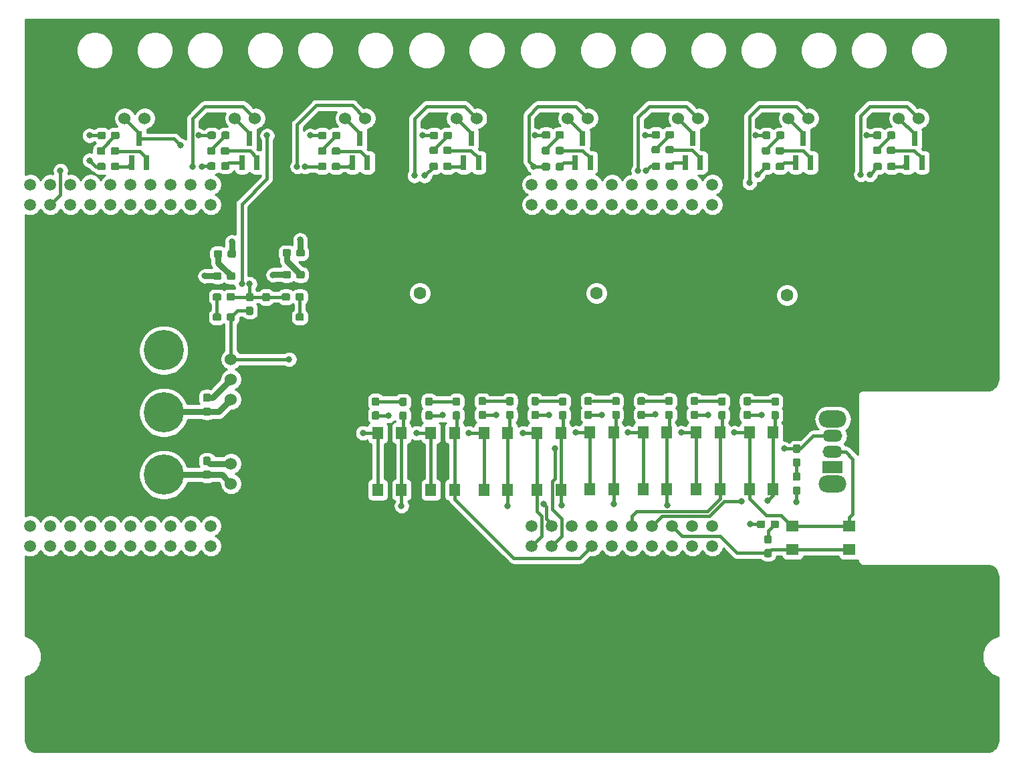
<source format=gbr>
G04 #@! TF.GenerationSoftware,KiCad,Pcbnew,5.1.5-52549c5~84~ubuntu18.04.1*
G04 #@! TF.CreationDate,2019-12-14T15:24:26-06:00*
G04 #@! TF.ProjectId,Gimbal_Board,47696d62-616c-45f4-926f-6172642e6b69,rev?*
G04 #@! TF.SameCoordinates,Original*
G04 #@! TF.FileFunction,Copper,L1,Top*
G04 #@! TF.FilePolarity,Positive*
%FSLAX46Y46*%
G04 Gerber Fmt 4.6, Leading zero omitted, Abs format (unit mm)*
G04 Created by KiCad (PCBNEW 5.1.5-52549c5~84~ubuntu18.04.1) date 2019-12-14 15:24:26*
%MOMM*%
%LPD*%
G04 APERTURE LIST*
%ADD10C,1.520000*%
%ADD11C,0.100000*%
%ADD12R,0.800000X1.900000*%
%ADD13C,1.524000*%
%ADD14R,2.500000X1.500000*%
%ADD15O,2.500000X1.500000*%
%ADD16O,3.500000X2.200000*%
%ADD17R,1.600000X1.400000*%
%ADD18R,1.400000X1.600000*%
%ADD19C,1.600000*%
%ADD20R,1.600000X1.600000*%
%ADD21C,5.080000*%
%ADD22C,0.800000*%
%ADD23C,0.762000*%
%ADD24C,0.381000*%
%ADD25C,0.250000*%
%ADD26C,0.254000*%
G04 APERTURE END LIST*
D10*
X91440000Y-60960000D03*
X88900000Y-60960000D03*
X86360000Y-60960000D03*
X83820000Y-60960000D03*
X81280000Y-60960000D03*
X78740000Y-60960000D03*
X76200000Y-60960000D03*
X73660000Y-60960000D03*
X71120000Y-60960000D03*
X68580000Y-60960000D03*
X91440000Y-63500000D03*
X88900000Y-63500000D03*
X86360000Y-63500000D03*
X83820000Y-63500000D03*
X81280000Y-63500000D03*
X78740000Y-63500000D03*
X76200000Y-63500000D03*
X73660000Y-63500000D03*
X71120000Y-63500000D03*
X68580000Y-63500000D03*
X91440000Y-106680000D03*
X88900000Y-106680000D03*
X86360000Y-106680000D03*
X83820000Y-106680000D03*
X81280000Y-106680000D03*
X78740000Y-106680000D03*
X76200000Y-106680000D03*
X73660000Y-106680000D03*
X71120000Y-106680000D03*
X68580000Y-106680000D03*
X91440000Y-104140000D03*
X88900000Y-104140000D03*
X86360000Y-104140000D03*
X83820000Y-104140000D03*
X81280000Y-104140000D03*
X78740000Y-104140000D03*
X76200000Y-104140000D03*
X73660000Y-104140000D03*
X71120000Y-104140000D03*
X68580000Y-104140000D03*
X137160000Y-60960000D03*
X134620000Y-60960000D03*
X132080000Y-60960000D03*
X154940000Y-63500000D03*
X152400000Y-63500000D03*
X149860000Y-63500000D03*
X147320000Y-63500000D03*
X144780000Y-63500000D03*
X142240000Y-63500000D03*
X139700000Y-63500000D03*
X137160000Y-63500000D03*
X134620000Y-63500000D03*
X132080000Y-63500000D03*
X154940000Y-106680000D03*
X149860000Y-106680000D03*
X144780000Y-106680000D03*
X142240000Y-106680000D03*
X139700000Y-106680000D03*
X137160000Y-106680000D03*
X134620000Y-106680000D03*
X154940000Y-104140000D03*
X149860000Y-104140000D03*
X139700000Y-104140000D03*
X137160000Y-104140000D03*
X134620000Y-104140000D03*
X132080000Y-104140000D03*
X144780000Y-104140000D03*
X147320000Y-104140000D03*
X152400000Y-106680000D03*
X139700000Y-60960000D03*
X142240000Y-60960000D03*
X152400000Y-104140000D03*
X147320000Y-106680000D03*
X149860000Y-60960000D03*
X147320000Y-60960000D03*
X142240000Y-104140000D03*
X144780000Y-60960000D03*
X152400000Y-60960000D03*
X154940000Y-60960000D03*
X132080000Y-106680000D03*
G04 #@! TA.AperFunction,SMDPad,CuDef*
D11*
G36*
X148101979Y-54161544D02*
G01*
X148125034Y-54164963D01*
X148147643Y-54170627D01*
X148169587Y-54178479D01*
X148190657Y-54188444D01*
X148210648Y-54200426D01*
X148229368Y-54214310D01*
X148246638Y-54229962D01*
X148262290Y-54247232D01*
X148276174Y-54265952D01*
X148288156Y-54285943D01*
X148298121Y-54307013D01*
X148305973Y-54328957D01*
X148311637Y-54351566D01*
X148315056Y-54374621D01*
X148316200Y-54397900D01*
X148316200Y-54872900D01*
X148315056Y-54896179D01*
X148311637Y-54919234D01*
X148305973Y-54941843D01*
X148298121Y-54963787D01*
X148288156Y-54984857D01*
X148276174Y-55004848D01*
X148262290Y-55023568D01*
X148246638Y-55040838D01*
X148229368Y-55056490D01*
X148210648Y-55070374D01*
X148190657Y-55082356D01*
X148169587Y-55092321D01*
X148147643Y-55100173D01*
X148125034Y-55105837D01*
X148101979Y-55109256D01*
X148078700Y-55110400D01*
X147503700Y-55110400D01*
X147480421Y-55109256D01*
X147457366Y-55105837D01*
X147434757Y-55100173D01*
X147412813Y-55092321D01*
X147391743Y-55082356D01*
X147371752Y-55070374D01*
X147353032Y-55056490D01*
X147335762Y-55040838D01*
X147320110Y-55023568D01*
X147306226Y-55004848D01*
X147294244Y-54984857D01*
X147284279Y-54963787D01*
X147276427Y-54941843D01*
X147270763Y-54919234D01*
X147267344Y-54896179D01*
X147266200Y-54872900D01*
X147266200Y-54397900D01*
X147267344Y-54374621D01*
X147270763Y-54351566D01*
X147276427Y-54328957D01*
X147284279Y-54307013D01*
X147294244Y-54285943D01*
X147306226Y-54265952D01*
X147320110Y-54247232D01*
X147335762Y-54229962D01*
X147353032Y-54214310D01*
X147371752Y-54200426D01*
X147391743Y-54188444D01*
X147412813Y-54178479D01*
X147434757Y-54170627D01*
X147457366Y-54164963D01*
X147480421Y-54161544D01*
X147503700Y-54160400D01*
X148078700Y-54160400D01*
X148101979Y-54161544D01*
G37*
G04 #@! TD.AperFunction*
G04 #@! TA.AperFunction,SMDPad,CuDef*
G36*
X149851979Y-54161544D02*
G01*
X149875034Y-54164963D01*
X149897643Y-54170627D01*
X149919587Y-54178479D01*
X149940657Y-54188444D01*
X149960648Y-54200426D01*
X149979368Y-54214310D01*
X149996638Y-54229962D01*
X150012290Y-54247232D01*
X150026174Y-54265952D01*
X150038156Y-54285943D01*
X150048121Y-54307013D01*
X150055973Y-54328957D01*
X150061637Y-54351566D01*
X150065056Y-54374621D01*
X150066200Y-54397900D01*
X150066200Y-54872900D01*
X150065056Y-54896179D01*
X150061637Y-54919234D01*
X150055973Y-54941843D01*
X150048121Y-54963787D01*
X150038156Y-54984857D01*
X150026174Y-55004848D01*
X150012290Y-55023568D01*
X149996638Y-55040838D01*
X149979368Y-55056490D01*
X149960648Y-55070374D01*
X149940657Y-55082356D01*
X149919587Y-55092321D01*
X149897643Y-55100173D01*
X149875034Y-55105837D01*
X149851979Y-55109256D01*
X149828700Y-55110400D01*
X149253700Y-55110400D01*
X149230421Y-55109256D01*
X149207366Y-55105837D01*
X149184757Y-55100173D01*
X149162813Y-55092321D01*
X149141743Y-55082356D01*
X149121752Y-55070374D01*
X149103032Y-55056490D01*
X149085762Y-55040838D01*
X149070110Y-55023568D01*
X149056226Y-55004848D01*
X149044244Y-54984857D01*
X149034279Y-54963787D01*
X149026427Y-54941843D01*
X149020763Y-54919234D01*
X149017344Y-54896179D01*
X149016200Y-54872900D01*
X149016200Y-54397900D01*
X149017344Y-54374621D01*
X149020763Y-54351566D01*
X149026427Y-54328957D01*
X149034279Y-54307013D01*
X149044244Y-54285943D01*
X149056226Y-54265952D01*
X149070110Y-54247232D01*
X149085762Y-54229962D01*
X149103032Y-54214310D01*
X149121752Y-54200426D01*
X149141743Y-54188444D01*
X149162813Y-54178479D01*
X149184757Y-54170627D01*
X149207366Y-54164963D01*
X149230421Y-54161544D01*
X149253700Y-54160400D01*
X149828700Y-54160400D01*
X149851979Y-54161544D01*
G37*
G04 #@! TD.AperFunction*
G04 #@! TA.AperFunction,SMDPad,CuDef*
G36*
X135932779Y-54199644D02*
G01*
X135955834Y-54203063D01*
X135978443Y-54208727D01*
X136000387Y-54216579D01*
X136021457Y-54226544D01*
X136041448Y-54238526D01*
X136060168Y-54252410D01*
X136077438Y-54268062D01*
X136093090Y-54285332D01*
X136106974Y-54304052D01*
X136118956Y-54324043D01*
X136128921Y-54345113D01*
X136136773Y-54367057D01*
X136142437Y-54389666D01*
X136145856Y-54412721D01*
X136147000Y-54436000D01*
X136147000Y-54911000D01*
X136145856Y-54934279D01*
X136142437Y-54957334D01*
X136136773Y-54979943D01*
X136128921Y-55001887D01*
X136118956Y-55022957D01*
X136106974Y-55042948D01*
X136093090Y-55061668D01*
X136077438Y-55078938D01*
X136060168Y-55094590D01*
X136041448Y-55108474D01*
X136021457Y-55120456D01*
X136000387Y-55130421D01*
X135978443Y-55138273D01*
X135955834Y-55143937D01*
X135932779Y-55147356D01*
X135909500Y-55148500D01*
X135334500Y-55148500D01*
X135311221Y-55147356D01*
X135288166Y-55143937D01*
X135265557Y-55138273D01*
X135243613Y-55130421D01*
X135222543Y-55120456D01*
X135202552Y-55108474D01*
X135183832Y-55094590D01*
X135166562Y-55078938D01*
X135150910Y-55061668D01*
X135137026Y-55042948D01*
X135125044Y-55022957D01*
X135115079Y-55001887D01*
X135107227Y-54979943D01*
X135101563Y-54957334D01*
X135098144Y-54934279D01*
X135097000Y-54911000D01*
X135097000Y-54436000D01*
X135098144Y-54412721D01*
X135101563Y-54389666D01*
X135107227Y-54367057D01*
X135115079Y-54345113D01*
X135125044Y-54324043D01*
X135137026Y-54304052D01*
X135150910Y-54285332D01*
X135166562Y-54268062D01*
X135183832Y-54252410D01*
X135202552Y-54238526D01*
X135222543Y-54226544D01*
X135243613Y-54216579D01*
X135265557Y-54208727D01*
X135288166Y-54203063D01*
X135311221Y-54199644D01*
X135334500Y-54198500D01*
X135909500Y-54198500D01*
X135932779Y-54199644D01*
G37*
G04 #@! TD.AperFunction*
G04 #@! TA.AperFunction,SMDPad,CuDef*
G36*
X134182779Y-54199644D02*
G01*
X134205834Y-54203063D01*
X134228443Y-54208727D01*
X134250387Y-54216579D01*
X134271457Y-54226544D01*
X134291448Y-54238526D01*
X134310168Y-54252410D01*
X134327438Y-54268062D01*
X134343090Y-54285332D01*
X134356974Y-54304052D01*
X134368956Y-54324043D01*
X134378921Y-54345113D01*
X134386773Y-54367057D01*
X134392437Y-54389666D01*
X134395856Y-54412721D01*
X134397000Y-54436000D01*
X134397000Y-54911000D01*
X134395856Y-54934279D01*
X134392437Y-54957334D01*
X134386773Y-54979943D01*
X134378921Y-55001887D01*
X134368956Y-55022957D01*
X134356974Y-55042948D01*
X134343090Y-55061668D01*
X134327438Y-55078938D01*
X134310168Y-55094590D01*
X134291448Y-55108474D01*
X134271457Y-55120456D01*
X134250387Y-55130421D01*
X134228443Y-55138273D01*
X134205834Y-55143937D01*
X134182779Y-55147356D01*
X134159500Y-55148500D01*
X133584500Y-55148500D01*
X133561221Y-55147356D01*
X133538166Y-55143937D01*
X133515557Y-55138273D01*
X133493613Y-55130421D01*
X133472543Y-55120456D01*
X133452552Y-55108474D01*
X133433832Y-55094590D01*
X133416562Y-55078938D01*
X133400910Y-55061668D01*
X133387026Y-55042948D01*
X133375044Y-55022957D01*
X133365079Y-55001887D01*
X133357227Y-54979943D01*
X133351563Y-54957334D01*
X133348144Y-54934279D01*
X133347000Y-54911000D01*
X133347000Y-54436000D01*
X133348144Y-54412721D01*
X133351563Y-54389666D01*
X133357227Y-54367057D01*
X133365079Y-54345113D01*
X133375044Y-54324043D01*
X133387026Y-54304052D01*
X133400910Y-54285332D01*
X133416562Y-54268062D01*
X133433832Y-54252410D01*
X133452552Y-54238526D01*
X133472543Y-54226544D01*
X133493613Y-54216579D01*
X133515557Y-54208727D01*
X133538166Y-54203063D01*
X133561221Y-54199644D01*
X133584500Y-54198500D01*
X134159500Y-54198500D01*
X134182779Y-54199644D01*
G37*
G04 #@! TD.AperFunction*
G04 #@! TA.AperFunction,SMDPad,CuDef*
G36*
X149851979Y-58149344D02*
G01*
X149875034Y-58152763D01*
X149897643Y-58158427D01*
X149919587Y-58166279D01*
X149940657Y-58176244D01*
X149960648Y-58188226D01*
X149979368Y-58202110D01*
X149996638Y-58217762D01*
X150012290Y-58235032D01*
X150026174Y-58253752D01*
X150038156Y-58273743D01*
X150048121Y-58294813D01*
X150055973Y-58316757D01*
X150061637Y-58339366D01*
X150065056Y-58362421D01*
X150066200Y-58385700D01*
X150066200Y-58860700D01*
X150065056Y-58883979D01*
X150061637Y-58907034D01*
X150055973Y-58929643D01*
X150048121Y-58951587D01*
X150038156Y-58972657D01*
X150026174Y-58992648D01*
X150012290Y-59011368D01*
X149996638Y-59028638D01*
X149979368Y-59044290D01*
X149960648Y-59058174D01*
X149940657Y-59070156D01*
X149919587Y-59080121D01*
X149897643Y-59087973D01*
X149875034Y-59093637D01*
X149851979Y-59097056D01*
X149828700Y-59098200D01*
X149253700Y-59098200D01*
X149230421Y-59097056D01*
X149207366Y-59093637D01*
X149184757Y-59087973D01*
X149162813Y-59080121D01*
X149141743Y-59070156D01*
X149121752Y-59058174D01*
X149103032Y-59044290D01*
X149085762Y-59028638D01*
X149070110Y-59011368D01*
X149056226Y-58992648D01*
X149044244Y-58972657D01*
X149034279Y-58951587D01*
X149026427Y-58929643D01*
X149020763Y-58907034D01*
X149017344Y-58883979D01*
X149016200Y-58860700D01*
X149016200Y-58385700D01*
X149017344Y-58362421D01*
X149020763Y-58339366D01*
X149026427Y-58316757D01*
X149034279Y-58294813D01*
X149044244Y-58273743D01*
X149056226Y-58253752D01*
X149070110Y-58235032D01*
X149085762Y-58217762D01*
X149103032Y-58202110D01*
X149121752Y-58188226D01*
X149141743Y-58176244D01*
X149162813Y-58166279D01*
X149184757Y-58158427D01*
X149207366Y-58152763D01*
X149230421Y-58149344D01*
X149253700Y-58148200D01*
X149828700Y-58148200D01*
X149851979Y-58149344D01*
G37*
G04 #@! TD.AperFunction*
G04 #@! TA.AperFunction,SMDPad,CuDef*
G36*
X148101979Y-58149344D02*
G01*
X148125034Y-58152763D01*
X148147643Y-58158427D01*
X148169587Y-58166279D01*
X148190657Y-58176244D01*
X148210648Y-58188226D01*
X148229368Y-58202110D01*
X148246638Y-58217762D01*
X148262290Y-58235032D01*
X148276174Y-58253752D01*
X148288156Y-58273743D01*
X148298121Y-58294813D01*
X148305973Y-58316757D01*
X148311637Y-58339366D01*
X148315056Y-58362421D01*
X148316200Y-58385700D01*
X148316200Y-58860700D01*
X148315056Y-58883979D01*
X148311637Y-58907034D01*
X148305973Y-58929643D01*
X148298121Y-58951587D01*
X148288156Y-58972657D01*
X148276174Y-58992648D01*
X148262290Y-59011368D01*
X148246638Y-59028638D01*
X148229368Y-59044290D01*
X148210648Y-59058174D01*
X148190657Y-59070156D01*
X148169587Y-59080121D01*
X148147643Y-59087973D01*
X148125034Y-59093637D01*
X148101979Y-59097056D01*
X148078700Y-59098200D01*
X147503700Y-59098200D01*
X147480421Y-59097056D01*
X147457366Y-59093637D01*
X147434757Y-59087973D01*
X147412813Y-59080121D01*
X147391743Y-59070156D01*
X147371752Y-59058174D01*
X147353032Y-59044290D01*
X147335762Y-59028638D01*
X147320110Y-59011368D01*
X147306226Y-58992648D01*
X147294244Y-58972657D01*
X147284279Y-58951587D01*
X147276427Y-58929643D01*
X147270763Y-58907034D01*
X147267344Y-58883979D01*
X147266200Y-58860700D01*
X147266200Y-58385700D01*
X147267344Y-58362421D01*
X147270763Y-58339366D01*
X147276427Y-58316757D01*
X147284279Y-58294813D01*
X147294244Y-58273743D01*
X147306226Y-58253752D01*
X147320110Y-58235032D01*
X147335762Y-58217762D01*
X147353032Y-58202110D01*
X147371752Y-58188226D01*
X147391743Y-58176244D01*
X147412813Y-58166279D01*
X147434757Y-58158427D01*
X147457366Y-58152763D01*
X147480421Y-58149344D01*
X147503700Y-58148200D01*
X148078700Y-58148200D01*
X148101979Y-58149344D01*
G37*
G04 #@! TD.AperFunction*
D12*
X151516000Y-58166000D03*
X153416000Y-58166000D03*
X152466000Y-55166000D03*
G04 #@! TA.AperFunction,SMDPad,CuDef*
D11*
G36*
X148076579Y-56066544D02*
G01*
X148099634Y-56069963D01*
X148122243Y-56075627D01*
X148144187Y-56083479D01*
X148165257Y-56093444D01*
X148185248Y-56105426D01*
X148203968Y-56119310D01*
X148221238Y-56134962D01*
X148236890Y-56152232D01*
X148250774Y-56170952D01*
X148262756Y-56190943D01*
X148272721Y-56212013D01*
X148280573Y-56233957D01*
X148286237Y-56256566D01*
X148289656Y-56279621D01*
X148290800Y-56302900D01*
X148290800Y-56777900D01*
X148289656Y-56801179D01*
X148286237Y-56824234D01*
X148280573Y-56846843D01*
X148272721Y-56868787D01*
X148262756Y-56889857D01*
X148250774Y-56909848D01*
X148236890Y-56928568D01*
X148221238Y-56945838D01*
X148203968Y-56961490D01*
X148185248Y-56975374D01*
X148165257Y-56987356D01*
X148144187Y-56997321D01*
X148122243Y-57005173D01*
X148099634Y-57010837D01*
X148076579Y-57014256D01*
X148053300Y-57015400D01*
X147478300Y-57015400D01*
X147455021Y-57014256D01*
X147431966Y-57010837D01*
X147409357Y-57005173D01*
X147387413Y-56997321D01*
X147366343Y-56987356D01*
X147346352Y-56975374D01*
X147327632Y-56961490D01*
X147310362Y-56945838D01*
X147294710Y-56928568D01*
X147280826Y-56909848D01*
X147268844Y-56889857D01*
X147258879Y-56868787D01*
X147251027Y-56846843D01*
X147245363Y-56824234D01*
X147241944Y-56801179D01*
X147240800Y-56777900D01*
X147240800Y-56302900D01*
X147241944Y-56279621D01*
X147245363Y-56256566D01*
X147251027Y-56233957D01*
X147258879Y-56212013D01*
X147268844Y-56190943D01*
X147280826Y-56170952D01*
X147294710Y-56152232D01*
X147310362Y-56134962D01*
X147327632Y-56119310D01*
X147346352Y-56105426D01*
X147366343Y-56093444D01*
X147387413Y-56083479D01*
X147409357Y-56075627D01*
X147431966Y-56069963D01*
X147455021Y-56066544D01*
X147478300Y-56065400D01*
X148053300Y-56065400D01*
X148076579Y-56066544D01*
G37*
G04 #@! TD.AperFunction*
G04 #@! TA.AperFunction,SMDPad,CuDef*
G36*
X149826579Y-56066544D02*
G01*
X149849634Y-56069963D01*
X149872243Y-56075627D01*
X149894187Y-56083479D01*
X149915257Y-56093444D01*
X149935248Y-56105426D01*
X149953968Y-56119310D01*
X149971238Y-56134962D01*
X149986890Y-56152232D01*
X150000774Y-56170952D01*
X150012756Y-56190943D01*
X150022721Y-56212013D01*
X150030573Y-56233957D01*
X150036237Y-56256566D01*
X150039656Y-56279621D01*
X150040800Y-56302900D01*
X150040800Y-56777900D01*
X150039656Y-56801179D01*
X150036237Y-56824234D01*
X150030573Y-56846843D01*
X150022721Y-56868787D01*
X150012756Y-56889857D01*
X150000774Y-56909848D01*
X149986890Y-56928568D01*
X149971238Y-56945838D01*
X149953968Y-56961490D01*
X149935248Y-56975374D01*
X149915257Y-56987356D01*
X149894187Y-56997321D01*
X149872243Y-57005173D01*
X149849634Y-57010837D01*
X149826579Y-57014256D01*
X149803300Y-57015400D01*
X149228300Y-57015400D01*
X149205021Y-57014256D01*
X149181966Y-57010837D01*
X149159357Y-57005173D01*
X149137413Y-56997321D01*
X149116343Y-56987356D01*
X149096352Y-56975374D01*
X149077632Y-56961490D01*
X149060362Y-56945838D01*
X149044710Y-56928568D01*
X149030826Y-56909848D01*
X149018844Y-56889857D01*
X149008879Y-56868787D01*
X149001027Y-56846843D01*
X148995363Y-56824234D01*
X148991944Y-56801179D01*
X148990800Y-56777900D01*
X148990800Y-56302900D01*
X148991944Y-56279621D01*
X148995363Y-56256566D01*
X149001027Y-56233957D01*
X149008879Y-56212013D01*
X149018844Y-56190943D01*
X149030826Y-56170952D01*
X149044710Y-56152232D01*
X149060362Y-56134962D01*
X149077632Y-56119310D01*
X149096352Y-56105426D01*
X149116343Y-56093444D01*
X149137413Y-56083479D01*
X149159357Y-56075627D01*
X149181966Y-56069963D01*
X149205021Y-56066544D01*
X149228300Y-56065400D01*
X149803300Y-56065400D01*
X149826579Y-56066544D01*
G37*
G04 #@! TD.AperFunction*
D13*
X148082000Y-52578000D03*
X150622000Y-52578000D03*
X153162000Y-52578000D03*
D12*
X137558700Y-58166000D03*
X139458700Y-58166000D03*
X138508700Y-55166000D03*
X179583000Y-58166000D03*
X181483000Y-58166000D03*
X180533000Y-55166000D03*
X165486000Y-58166000D03*
X167386000Y-58166000D03*
X166436000Y-55166000D03*
X123449000Y-58166000D03*
X125349000Y-58166000D03*
X124399000Y-55166000D03*
X109352000Y-58166000D03*
X111252000Y-58166000D03*
X110302000Y-55166000D03*
X95382000Y-58166000D03*
X97282000Y-58166000D03*
X96332000Y-55166000D03*
X81407000Y-58166000D03*
X83307000Y-58166000D03*
X82357000Y-55166000D03*
D14*
X170180000Y-96742000D03*
D15*
X170180000Y-94742000D03*
X170180000Y-92742000D03*
D16*
X170180000Y-98842000D03*
X170180000Y-90642000D03*
D17*
X172300000Y-104140000D03*
X165100000Y-104140000D03*
X172300000Y-107140000D03*
X165100000Y-107140000D03*
D18*
X159639000Y-92329000D03*
X159639000Y-99529000D03*
X162639000Y-92329000D03*
X162639000Y-99529000D03*
X152908000Y-92329000D03*
X152908000Y-99529000D03*
X155908000Y-92329000D03*
X155908000Y-99529000D03*
X146177000Y-92329000D03*
X146177000Y-99529000D03*
X149177000Y-92329000D03*
X149177000Y-99529000D03*
X139446000Y-92329000D03*
X139446000Y-99529000D03*
X142446000Y-92329000D03*
X142446000Y-99529000D03*
X132763000Y-92368000D03*
X132763000Y-99568000D03*
X135763000Y-92368000D03*
X135763000Y-99568000D03*
X126032000Y-92368000D03*
X126032000Y-99568000D03*
X129032000Y-92368000D03*
X129032000Y-99568000D03*
X119301000Y-92368000D03*
X119301000Y-99568000D03*
X122301000Y-92368000D03*
X122301000Y-99568000D03*
X112570000Y-92368000D03*
X112570000Y-99568000D03*
X115570000Y-92368000D03*
X115570000Y-99568000D03*
G04 #@! TA.AperFunction,SMDPad,CuDef*
D11*
G36*
X165868779Y-93837144D02*
G01*
X165891834Y-93840563D01*
X165914443Y-93846227D01*
X165936387Y-93854079D01*
X165957457Y-93864044D01*
X165977448Y-93876026D01*
X165996168Y-93889910D01*
X166013438Y-93905562D01*
X166029090Y-93922832D01*
X166042974Y-93941552D01*
X166054956Y-93961543D01*
X166064921Y-93982613D01*
X166072773Y-94004557D01*
X166078437Y-94027166D01*
X166081856Y-94050221D01*
X166083000Y-94073500D01*
X166083000Y-94648500D01*
X166081856Y-94671779D01*
X166078437Y-94694834D01*
X166072773Y-94717443D01*
X166064921Y-94739387D01*
X166054956Y-94760457D01*
X166042974Y-94780448D01*
X166029090Y-94799168D01*
X166013438Y-94816438D01*
X165996168Y-94832090D01*
X165977448Y-94845974D01*
X165957457Y-94857956D01*
X165936387Y-94867921D01*
X165914443Y-94875773D01*
X165891834Y-94881437D01*
X165868779Y-94884856D01*
X165845500Y-94886000D01*
X165370500Y-94886000D01*
X165347221Y-94884856D01*
X165324166Y-94881437D01*
X165301557Y-94875773D01*
X165279613Y-94867921D01*
X165258543Y-94857956D01*
X165238552Y-94845974D01*
X165219832Y-94832090D01*
X165202562Y-94816438D01*
X165186910Y-94799168D01*
X165173026Y-94780448D01*
X165161044Y-94760457D01*
X165151079Y-94739387D01*
X165143227Y-94717443D01*
X165137563Y-94694834D01*
X165134144Y-94671779D01*
X165133000Y-94648500D01*
X165133000Y-94073500D01*
X165134144Y-94050221D01*
X165137563Y-94027166D01*
X165143227Y-94004557D01*
X165151079Y-93982613D01*
X165161044Y-93961543D01*
X165173026Y-93941552D01*
X165186910Y-93922832D01*
X165202562Y-93905562D01*
X165219832Y-93889910D01*
X165238552Y-93876026D01*
X165258543Y-93864044D01*
X165279613Y-93854079D01*
X165301557Y-93846227D01*
X165324166Y-93840563D01*
X165347221Y-93837144D01*
X165370500Y-93836000D01*
X165845500Y-93836000D01*
X165868779Y-93837144D01*
G37*
G04 #@! TD.AperFunction*
G04 #@! TA.AperFunction,SMDPad,CuDef*
G36*
X165868779Y-95587144D02*
G01*
X165891834Y-95590563D01*
X165914443Y-95596227D01*
X165936387Y-95604079D01*
X165957457Y-95614044D01*
X165977448Y-95626026D01*
X165996168Y-95639910D01*
X166013438Y-95655562D01*
X166029090Y-95672832D01*
X166042974Y-95691552D01*
X166054956Y-95711543D01*
X166064921Y-95732613D01*
X166072773Y-95754557D01*
X166078437Y-95777166D01*
X166081856Y-95800221D01*
X166083000Y-95823500D01*
X166083000Y-96398500D01*
X166081856Y-96421779D01*
X166078437Y-96444834D01*
X166072773Y-96467443D01*
X166064921Y-96489387D01*
X166054956Y-96510457D01*
X166042974Y-96530448D01*
X166029090Y-96549168D01*
X166013438Y-96566438D01*
X165996168Y-96582090D01*
X165977448Y-96595974D01*
X165957457Y-96607956D01*
X165936387Y-96617921D01*
X165914443Y-96625773D01*
X165891834Y-96631437D01*
X165868779Y-96634856D01*
X165845500Y-96636000D01*
X165370500Y-96636000D01*
X165347221Y-96634856D01*
X165324166Y-96631437D01*
X165301557Y-96625773D01*
X165279613Y-96617921D01*
X165258543Y-96607956D01*
X165238552Y-96595974D01*
X165219832Y-96582090D01*
X165202562Y-96566438D01*
X165186910Y-96549168D01*
X165173026Y-96530448D01*
X165161044Y-96510457D01*
X165151079Y-96489387D01*
X165143227Y-96467443D01*
X165137563Y-96444834D01*
X165134144Y-96421779D01*
X165133000Y-96398500D01*
X165133000Y-95823500D01*
X165134144Y-95800221D01*
X165137563Y-95777166D01*
X165143227Y-95754557D01*
X165151079Y-95732613D01*
X165161044Y-95711543D01*
X165173026Y-95691552D01*
X165186910Y-95672832D01*
X165202562Y-95655562D01*
X165219832Y-95639910D01*
X165238552Y-95626026D01*
X165258543Y-95614044D01*
X165279613Y-95604079D01*
X165301557Y-95596227D01*
X165324166Y-95590563D01*
X165347221Y-95587144D01*
X165370500Y-95586000D01*
X165845500Y-95586000D01*
X165868779Y-95587144D01*
G37*
G04 #@! TD.AperFunction*
G04 #@! TA.AperFunction,SMDPad,CuDef*
G36*
X162236579Y-107056544D02*
G01*
X162259634Y-107059963D01*
X162282243Y-107065627D01*
X162304187Y-107073479D01*
X162325257Y-107083444D01*
X162345248Y-107095426D01*
X162363968Y-107109310D01*
X162381238Y-107124962D01*
X162396890Y-107142232D01*
X162410774Y-107160952D01*
X162422756Y-107180943D01*
X162432721Y-107202013D01*
X162440573Y-107223957D01*
X162446237Y-107246566D01*
X162449656Y-107269621D01*
X162450800Y-107292900D01*
X162450800Y-107867900D01*
X162449656Y-107891179D01*
X162446237Y-107914234D01*
X162440573Y-107936843D01*
X162432721Y-107958787D01*
X162422756Y-107979857D01*
X162410774Y-107999848D01*
X162396890Y-108018568D01*
X162381238Y-108035838D01*
X162363968Y-108051490D01*
X162345248Y-108065374D01*
X162325257Y-108077356D01*
X162304187Y-108087321D01*
X162282243Y-108095173D01*
X162259634Y-108100837D01*
X162236579Y-108104256D01*
X162213300Y-108105400D01*
X161738300Y-108105400D01*
X161715021Y-108104256D01*
X161691966Y-108100837D01*
X161669357Y-108095173D01*
X161647413Y-108087321D01*
X161626343Y-108077356D01*
X161606352Y-108065374D01*
X161587632Y-108051490D01*
X161570362Y-108035838D01*
X161554710Y-108018568D01*
X161540826Y-107999848D01*
X161528844Y-107979857D01*
X161518879Y-107958787D01*
X161511027Y-107936843D01*
X161505363Y-107914234D01*
X161501944Y-107891179D01*
X161500800Y-107867900D01*
X161500800Y-107292900D01*
X161501944Y-107269621D01*
X161505363Y-107246566D01*
X161511027Y-107223957D01*
X161518879Y-107202013D01*
X161528844Y-107180943D01*
X161540826Y-107160952D01*
X161554710Y-107142232D01*
X161570362Y-107124962D01*
X161587632Y-107109310D01*
X161606352Y-107095426D01*
X161626343Y-107083444D01*
X161647413Y-107073479D01*
X161669357Y-107065627D01*
X161691966Y-107059963D01*
X161715021Y-107056544D01*
X161738300Y-107055400D01*
X162213300Y-107055400D01*
X162236579Y-107056544D01*
G37*
G04 #@! TD.AperFunction*
G04 #@! TA.AperFunction,SMDPad,CuDef*
G36*
X162236579Y-105306544D02*
G01*
X162259634Y-105309963D01*
X162282243Y-105315627D01*
X162304187Y-105323479D01*
X162325257Y-105333444D01*
X162345248Y-105345426D01*
X162363968Y-105359310D01*
X162381238Y-105374962D01*
X162396890Y-105392232D01*
X162410774Y-105410952D01*
X162422756Y-105430943D01*
X162432721Y-105452013D01*
X162440573Y-105473957D01*
X162446237Y-105496566D01*
X162449656Y-105519621D01*
X162450800Y-105542900D01*
X162450800Y-106117900D01*
X162449656Y-106141179D01*
X162446237Y-106164234D01*
X162440573Y-106186843D01*
X162432721Y-106208787D01*
X162422756Y-106229857D01*
X162410774Y-106249848D01*
X162396890Y-106268568D01*
X162381238Y-106285838D01*
X162363968Y-106301490D01*
X162345248Y-106315374D01*
X162325257Y-106327356D01*
X162304187Y-106337321D01*
X162282243Y-106345173D01*
X162259634Y-106350837D01*
X162236579Y-106354256D01*
X162213300Y-106355400D01*
X161738300Y-106355400D01*
X161715021Y-106354256D01*
X161691966Y-106350837D01*
X161669357Y-106345173D01*
X161647413Y-106337321D01*
X161626343Y-106327356D01*
X161606352Y-106315374D01*
X161587632Y-106301490D01*
X161570362Y-106285838D01*
X161554710Y-106268568D01*
X161540826Y-106249848D01*
X161528844Y-106229857D01*
X161518879Y-106208787D01*
X161511027Y-106186843D01*
X161505363Y-106164234D01*
X161501944Y-106141179D01*
X161500800Y-106117900D01*
X161500800Y-105542900D01*
X161501944Y-105519621D01*
X161505363Y-105496566D01*
X161511027Y-105473957D01*
X161518879Y-105452013D01*
X161528844Y-105430943D01*
X161540826Y-105410952D01*
X161554710Y-105392232D01*
X161570362Y-105374962D01*
X161587632Y-105359310D01*
X161606352Y-105345426D01*
X161626343Y-105333444D01*
X161647413Y-105323479D01*
X161669357Y-105315627D01*
X161691966Y-105309963D01*
X161715021Y-105306544D01*
X161738300Y-105305400D01*
X162213300Y-105305400D01*
X162236579Y-105306544D01*
G37*
G04 #@! TD.AperFunction*
G04 #@! TA.AperFunction,SMDPad,CuDef*
G36*
X163150979Y-89606744D02*
G01*
X163174034Y-89610163D01*
X163196643Y-89615827D01*
X163218587Y-89623679D01*
X163239657Y-89633644D01*
X163259648Y-89645626D01*
X163278368Y-89659510D01*
X163295638Y-89675162D01*
X163311290Y-89692432D01*
X163325174Y-89711152D01*
X163337156Y-89731143D01*
X163347121Y-89752213D01*
X163354973Y-89774157D01*
X163360637Y-89796766D01*
X163364056Y-89819821D01*
X163365200Y-89843100D01*
X163365200Y-90418100D01*
X163364056Y-90441379D01*
X163360637Y-90464434D01*
X163354973Y-90487043D01*
X163347121Y-90508987D01*
X163337156Y-90530057D01*
X163325174Y-90550048D01*
X163311290Y-90568768D01*
X163295638Y-90586038D01*
X163278368Y-90601690D01*
X163259648Y-90615574D01*
X163239657Y-90627556D01*
X163218587Y-90637521D01*
X163196643Y-90645373D01*
X163174034Y-90651037D01*
X163150979Y-90654456D01*
X163127700Y-90655600D01*
X162652700Y-90655600D01*
X162629421Y-90654456D01*
X162606366Y-90651037D01*
X162583757Y-90645373D01*
X162561813Y-90637521D01*
X162540743Y-90627556D01*
X162520752Y-90615574D01*
X162502032Y-90601690D01*
X162484762Y-90586038D01*
X162469110Y-90568768D01*
X162455226Y-90550048D01*
X162443244Y-90530057D01*
X162433279Y-90508987D01*
X162425427Y-90487043D01*
X162419763Y-90464434D01*
X162416344Y-90441379D01*
X162415200Y-90418100D01*
X162415200Y-89843100D01*
X162416344Y-89819821D01*
X162419763Y-89796766D01*
X162425427Y-89774157D01*
X162433279Y-89752213D01*
X162443244Y-89731143D01*
X162455226Y-89711152D01*
X162469110Y-89692432D01*
X162484762Y-89675162D01*
X162502032Y-89659510D01*
X162520752Y-89645626D01*
X162540743Y-89633644D01*
X162561813Y-89623679D01*
X162583757Y-89615827D01*
X162606366Y-89610163D01*
X162629421Y-89606744D01*
X162652700Y-89605600D01*
X163127700Y-89605600D01*
X163150979Y-89606744D01*
G37*
G04 #@! TD.AperFunction*
G04 #@! TA.AperFunction,SMDPad,CuDef*
G36*
X163150979Y-87856744D02*
G01*
X163174034Y-87860163D01*
X163196643Y-87865827D01*
X163218587Y-87873679D01*
X163239657Y-87883644D01*
X163259648Y-87895626D01*
X163278368Y-87909510D01*
X163295638Y-87925162D01*
X163311290Y-87942432D01*
X163325174Y-87961152D01*
X163337156Y-87981143D01*
X163347121Y-88002213D01*
X163354973Y-88024157D01*
X163360637Y-88046766D01*
X163364056Y-88069821D01*
X163365200Y-88093100D01*
X163365200Y-88668100D01*
X163364056Y-88691379D01*
X163360637Y-88714434D01*
X163354973Y-88737043D01*
X163347121Y-88758987D01*
X163337156Y-88780057D01*
X163325174Y-88800048D01*
X163311290Y-88818768D01*
X163295638Y-88836038D01*
X163278368Y-88851690D01*
X163259648Y-88865574D01*
X163239657Y-88877556D01*
X163218587Y-88887521D01*
X163196643Y-88895373D01*
X163174034Y-88901037D01*
X163150979Y-88904456D01*
X163127700Y-88905600D01*
X162652700Y-88905600D01*
X162629421Y-88904456D01*
X162606366Y-88901037D01*
X162583757Y-88895373D01*
X162561813Y-88887521D01*
X162540743Y-88877556D01*
X162520752Y-88865574D01*
X162502032Y-88851690D01*
X162484762Y-88836038D01*
X162469110Y-88818768D01*
X162455226Y-88800048D01*
X162443244Y-88780057D01*
X162433279Y-88758987D01*
X162425427Y-88737043D01*
X162419763Y-88714434D01*
X162416344Y-88691379D01*
X162415200Y-88668100D01*
X162415200Y-88093100D01*
X162416344Y-88069821D01*
X162419763Y-88046766D01*
X162425427Y-88024157D01*
X162433279Y-88002213D01*
X162443244Y-87981143D01*
X162455226Y-87961152D01*
X162469110Y-87942432D01*
X162484762Y-87925162D01*
X162502032Y-87909510D01*
X162520752Y-87895626D01*
X162540743Y-87883644D01*
X162561813Y-87873679D01*
X162583757Y-87865827D01*
X162606366Y-87860163D01*
X162629421Y-87856744D01*
X162652700Y-87855600D01*
X163127700Y-87855600D01*
X163150979Y-87856744D01*
G37*
G04 #@! TD.AperFunction*
G04 #@! TA.AperFunction,SMDPad,CuDef*
G36*
X156419979Y-89606744D02*
G01*
X156443034Y-89610163D01*
X156465643Y-89615827D01*
X156487587Y-89623679D01*
X156508657Y-89633644D01*
X156528648Y-89645626D01*
X156547368Y-89659510D01*
X156564638Y-89675162D01*
X156580290Y-89692432D01*
X156594174Y-89711152D01*
X156606156Y-89731143D01*
X156616121Y-89752213D01*
X156623973Y-89774157D01*
X156629637Y-89796766D01*
X156633056Y-89819821D01*
X156634200Y-89843100D01*
X156634200Y-90418100D01*
X156633056Y-90441379D01*
X156629637Y-90464434D01*
X156623973Y-90487043D01*
X156616121Y-90508987D01*
X156606156Y-90530057D01*
X156594174Y-90550048D01*
X156580290Y-90568768D01*
X156564638Y-90586038D01*
X156547368Y-90601690D01*
X156528648Y-90615574D01*
X156508657Y-90627556D01*
X156487587Y-90637521D01*
X156465643Y-90645373D01*
X156443034Y-90651037D01*
X156419979Y-90654456D01*
X156396700Y-90655600D01*
X155921700Y-90655600D01*
X155898421Y-90654456D01*
X155875366Y-90651037D01*
X155852757Y-90645373D01*
X155830813Y-90637521D01*
X155809743Y-90627556D01*
X155789752Y-90615574D01*
X155771032Y-90601690D01*
X155753762Y-90586038D01*
X155738110Y-90568768D01*
X155724226Y-90550048D01*
X155712244Y-90530057D01*
X155702279Y-90508987D01*
X155694427Y-90487043D01*
X155688763Y-90464434D01*
X155685344Y-90441379D01*
X155684200Y-90418100D01*
X155684200Y-89843100D01*
X155685344Y-89819821D01*
X155688763Y-89796766D01*
X155694427Y-89774157D01*
X155702279Y-89752213D01*
X155712244Y-89731143D01*
X155724226Y-89711152D01*
X155738110Y-89692432D01*
X155753762Y-89675162D01*
X155771032Y-89659510D01*
X155789752Y-89645626D01*
X155809743Y-89633644D01*
X155830813Y-89623679D01*
X155852757Y-89615827D01*
X155875366Y-89610163D01*
X155898421Y-89606744D01*
X155921700Y-89605600D01*
X156396700Y-89605600D01*
X156419979Y-89606744D01*
G37*
G04 #@! TD.AperFunction*
G04 #@! TA.AperFunction,SMDPad,CuDef*
G36*
X156419979Y-87856744D02*
G01*
X156443034Y-87860163D01*
X156465643Y-87865827D01*
X156487587Y-87873679D01*
X156508657Y-87883644D01*
X156528648Y-87895626D01*
X156547368Y-87909510D01*
X156564638Y-87925162D01*
X156580290Y-87942432D01*
X156594174Y-87961152D01*
X156606156Y-87981143D01*
X156616121Y-88002213D01*
X156623973Y-88024157D01*
X156629637Y-88046766D01*
X156633056Y-88069821D01*
X156634200Y-88093100D01*
X156634200Y-88668100D01*
X156633056Y-88691379D01*
X156629637Y-88714434D01*
X156623973Y-88737043D01*
X156616121Y-88758987D01*
X156606156Y-88780057D01*
X156594174Y-88800048D01*
X156580290Y-88818768D01*
X156564638Y-88836038D01*
X156547368Y-88851690D01*
X156528648Y-88865574D01*
X156508657Y-88877556D01*
X156487587Y-88887521D01*
X156465643Y-88895373D01*
X156443034Y-88901037D01*
X156419979Y-88904456D01*
X156396700Y-88905600D01*
X155921700Y-88905600D01*
X155898421Y-88904456D01*
X155875366Y-88901037D01*
X155852757Y-88895373D01*
X155830813Y-88887521D01*
X155809743Y-88877556D01*
X155789752Y-88865574D01*
X155771032Y-88851690D01*
X155753762Y-88836038D01*
X155738110Y-88818768D01*
X155724226Y-88800048D01*
X155712244Y-88780057D01*
X155702279Y-88758987D01*
X155694427Y-88737043D01*
X155688763Y-88714434D01*
X155685344Y-88691379D01*
X155684200Y-88668100D01*
X155684200Y-88093100D01*
X155685344Y-88069821D01*
X155688763Y-88046766D01*
X155694427Y-88024157D01*
X155702279Y-88002213D01*
X155712244Y-87981143D01*
X155724226Y-87961152D01*
X155738110Y-87942432D01*
X155753762Y-87925162D01*
X155771032Y-87909510D01*
X155789752Y-87895626D01*
X155809743Y-87883644D01*
X155830813Y-87873679D01*
X155852757Y-87865827D01*
X155875366Y-87860163D01*
X155898421Y-87856744D01*
X155921700Y-87855600D01*
X156396700Y-87855600D01*
X156419979Y-87856744D01*
G37*
G04 #@! TD.AperFunction*
G04 #@! TA.AperFunction,SMDPad,CuDef*
G36*
X149714379Y-89555944D02*
G01*
X149737434Y-89559363D01*
X149760043Y-89565027D01*
X149781987Y-89572879D01*
X149803057Y-89582844D01*
X149823048Y-89594826D01*
X149841768Y-89608710D01*
X149859038Y-89624362D01*
X149874690Y-89641632D01*
X149888574Y-89660352D01*
X149900556Y-89680343D01*
X149910521Y-89701413D01*
X149918373Y-89723357D01*
X149924037Y-89745966D01*
X149927456Y-89769021D01*
X149928600Y-89792300D01*
X149928600Y-90367300D01*
X149927456Y-90390579D01*
X149924037Y-90413634D01*
X149918373Y-90436243D01*
X149910521Y-90458187D01*
X149900556Y-90479257D01*
X149888574Y-90499248D01*
X149874690Y-90517968D01*
X149859038Y-90535238D01*
X149841768Y-90550890D01*
X149823048Y-90564774D01*
X149803057Y-90576756D01*
X149781987Y-90586721D01*
X149760043Y-90594573D01*
X149737434Y-90600237D01*
X149714379Y-90603656D01*
X149691100Y-90604800D01*
X149216100Y-90604800D01*
X149192821Y-90603656D01*
X149169766Y-90600237D01*
X149147157Y-90594573D01*
X149125213Y-90586721D01*
X149104143Y-90576756D01*
X149084152Y-90564774D01*
X149065432Y-90550890D01*
X149048162Y-90535238D01*
X149032510Y-90517968D01*
X149018626Y-90499248D01*
X149006644Y-90479257D01*
X148996679Y-90458187D01*
X148988827Y-90436243D01*
X148983163Y-90413634D01*
X148979744Y-90390579D01*
X148978600Y-90367300D01*
X148978600Y-89792300D01*
X148979744Y-89769021D01*
X148983163Y-89745966D01*
X148988827Y-89723357D01*
X148996679Y-89701413D01*
X149006644Y-89680343D01*
X149018626Y-89660352D01*
X149032510Y-89641632D01*
X149048162Y-89624362D01*
X149065432Y-89608710D01*
X149084152Y-89594826D01*
X149104143Y-89582844D01*
X149125213Y-89572879D01*
X149147157Y-89565027D01*
X149169766Y-89559363D01*
X149192821Y-89555944D01*
X149216100Y-89554800D01*
X149691100Y-89554800D01*
X149714379Y-89555944D01*
G37*
G04 #@! TD.AperFunction*
G04 #@! TA.AperFunction,SMDPad,CuDef*
G36*
X149714379Y-87805944D02*
G01*
X149737434Y-87809363D01*
X149760043Y-87815027D01*
X149781987Y-87822879D01*
X149803057Y-87832844D01*
X149823048Y-87844826D01*
X149841768Y-87858710D01*
X149859038Y-87874362D01*
X149874690Y-87891632D01*
X149888574Y-87910352D01*
X149900556Y-87930343D01*
X149910521Y-87951413D01*
X149918373Y-87973357D01*
X149924037Y-87995966D01*
X149927456Y-88019021D01*
X149928600Y-88042300D01*
X149928600Y-88617300D01*
X149927456Y-88640579D01*
X149924037Y-88663634D01*
X149918373Y-88686243D01*
X149910521Y-88708187D01*
X149900556Y-88729257D01*
X149888574Y-88749248D01*
X149874690Y-88767968D01*
X149859038Y-88785238D01*
X149841768Y-88800890D01*
X149823048Y-88814774D01*
X149803057Y-88826756D01*
X149781987Y-88836721D01*
X149760043Y-88844573D01*
X149737434Y-88850237D01*
X149714379Y-88853656D01*
X149691100Y-88854800D01*
X149216100Y-88854800D01*
X149192821Y-88853656D01*
X149169766Y-88850237D01*
X149147157Y-88844573D01*
X149125213Y-88836721D01*
X149104143Y-88826756D01*
X149084152Y-88814774D01*
X149065432Y-88800890D01*
X149048162Y-88785238D01*
X149032510Y-88767968D01*
X149018626Y-88749248D01*
X149006644Y-88729257D01*
X148996679Y-88708187D01*
X148988827Y-88686243D01*
X148983163Y-88663634D01*
X148979744Y-88640579D01*
X148978600Y-88617300D01*
X148978600Y-88042300D01*
X148979744Y-88019021D01*
X148983163Y-87995966D01*
X148988827Y-87973357D01*
X148996679Y-87951413D01*
X149006644Y-87930343D01*
X149018626Y-87910352D01*
X149032510Y-87891632D01*
X149048162Y-87874362D01*
X149065432Y-87858710D01*
X149084152Y-87844826D01*
X149104143Y-87832844D01*
X149125213Y-87822879D01*
X149147157Y-87815027D01*
X149169766Y-87809363D01*
X149192821Y-87805944D01*
X149216100Y-87804800D01*
X149691100Y-87804800D01*
X149714379Y-87805944D01*
G37*
G04 #@! TD.AperFunction*
G04 #@! TA.AperFunction,SMDPad,CuDef*
G36*
X142983379Y-89555944D02*
G01*
X143006434Y-89559363D01*
X143029043Y-89565027D01*
X143050987Y-89572879D01*
X143072057Y-89582844D01*
X143092048Y-89594826D01*
X143110768Y-89608710D01*
X143128038Y-89624362D01*
X143143690Y-89641632D01*
X143157574Y-89660352D01*
X143169556Y-89680343D01*
X143179521Y-89701413D01*
X143187373Y-89723357D01*
X143193037Y-89745966D01*
X143196456Y-89769021D01*
X143197600Y-89792300D01*
X143197600Y-90367300D01*
X143196456Y-90390579D01*
X143193037Y-90413634D01*
X143187373Y-90436243D01*
X143179521Y-90458187D01*
X143169556Y-90479257D01*
X143157574Y-90499248D01*
X143143690Y-90517968D01*
X143128038Y-90535238D01*
X143110768Y-90550890D01*
X143092048Y-90564774D01*
X143072057Y-90576756D01*
X143050987Y-90586721D01*
X143029043Y-90594573D01*
X143006434Y-90600237D01*
X142983379Y-90603656D01*
X142960100Y-90604800D01*
X142485100Y-90604800D01*
X142461821Y-90603656D01*
X142438766Y-90600237D01*
X142416157Y-90594573D01*
X142394213Y-90586721D01*
X142373143Y-90576756D01*
X142353152Y-90564774D01*
X142334432Y-90550890D01*
X142317162Y-90535238D01*
X142301510Y-90517968D01*
X142287626Y-90499248D01*
X142275644Y-90479257D01*
X142265679Y-90458187D01*
X142257827Y-90436243D01*
X142252163Y-90413634D01*
X142248744Y-90390579D01*
X142247600Y-90367300D01*
X142247600Y-89792300D01*
X142248744Y-89769021D01*
X142252163Y-89745966D01*
X142257827Y-89723357D01*
X142265679Y-89701413D01*
X142275644Y-89680343D01*
X142287626Y-89660352D01*
X142301510Y-89641632D01*
X142317162Y-89624362D01*
X142334432Y-89608710D01*
X142353152Y-89594826D01*
X142373143Y-89582844D01*
X142394213Y-89572879D01*
X142416157Y-89565027D01*
X142438766Y-89559363D01*
X142461821Y-89555944D01*
X142485100Y-89554800D01*
X142960100Y-89554800D01*
X142983379Y-89555944D01*
G37*
G04 #@! TD.AperFunction*
G04 #@! TA.AperFunction,SMDPad,CuDef*
G36*
X142983379Y-87805944D02*
G01*
X143006434Y-87809363D01*
X143029043Y-87815027D01*
X143050987Y-87822879D01*
X143072057Y-87832844D01*
X143092048Y-87844826D01*
X143110768Y-87858710D01*
X143128038Y-87874362D01*
X143143690Y-87891632D01*
X143157574Y-87910352D01*
X143169556Y-87930343D01*
X143179521Y-87951413D01*
X143187373Y-87973357D01*
X143193037Y-87995966D01*
X143196456Y-88019021D01*
X143197600Y-88042300D01*
X143197600Y-88617300D01*
X143196456Y-88640579D01*
X143193037Y-88663634D01*
X143187373Y-88686243D01*
X143179521Y-88708187D01*
X143169556Y-88729257D01*
X143157574Y-88749248D01*
X143143690Y-88767968D01*
X143128038Y-88785238D01*
X143110768Y-88800890D01*
X143092048Y-88814774D01*
X143072057Y-88826756D01*
X143050987Y-88836721D01*
X143029043Y-88844573D01*
X143006434Y-88850237D01*
X142983379Y-88853656D01*
X142960100Y-88854800D01*
X142485100Y-88854800D01*
X142461821Y-88853656D01*
X142438766Y-88850237D01*
X142416157Y-88844573D01*
X142394213Y-88836721D01*
X142373143Y-88826756D01*
X142353152Y-88814774D01*
X142334432Y-88800890D01*
X142317162Y-88785238D01*
X142301510Y-88767968D01*
X142287626Y-88749248D01*
X142275644Y-88729257D01*
X142265679Y-88708187D01*
X142257827Y-88686243D01*
X142252163Y-88663634D01*
X142248744Y-88640579D01*
X142247600Y-88617300D01*
X142247600Y-88042300D01*
X142248744Y-88019021D01*
X142252163Y-87995966D01*
X142257827Y-87973357D01*
X142265679Y-87951413D01*
X142275644Y-87930343D01*
X142287626Y-87910352D01*
X142301510Y-87891632D01*
X142317162Y-87874362D01*
X142334432Y-87858710D01*
X142353152Y-87844826D01*
X142373143Y-87832844D01*
X142394213Y-87822879D01*
X142416157Y-87815027D01*
X142438766Y-87809363D01*
X142461821Y-87805944D01*
X142485100Y-87804800D01*
X142960100Y-87804800D01*
X142983379Y-87805944D01*
G37*
G04 #@! TD.AperFunction*
G04 #@! TA.AperFunction,SMDPad,CuDef*
G36*
X136252379Y-89606744D02*
G01*
X136275434Y-89610163D01*
X136298043Y-89615827D01*
X136319987Y-89623679D01*
X136341057Y-89633644D01*
X136361048Y-89645626D01*
X136379768Y-89659510D01*
X136397038Y-89675162D01*
X136412690Y-89692432D01*
X136426574Y-89711152D01*
X136438556Y-89731143D01*
X136448521Y-89752213D01*
X136456373Y-89774157D01*
X136462037Y-89796766D01*
X136465456Y-89819821D01*
X136466600Y-89843100D01*
X136466600Y-90418100D01*
X136465456Y-90441379D01*
X136462037Y-90464434D01*
X136456373Y-90487043D01*
X136448521Y-90508987D01*
X136438556Y-90530057D01*
X136426574Y-90550048D01*
X136412690Y-90568768D01*
X136397038Y-90586038D01*
X136379768Y-90601690D01*
X136361048Y-90615574D01*
X136341057Y-90627556D01*
X136319987Y-90637521D01*
X136298043Y-90645373D01*
X136275434Y-90651037D01*
X136252379Y-90654456D01*
X136229100Y-90655600D01*
X135754100Y-90655600D01*
X135730821Y-90654456D01*
X135707766Y-90651037D01*
X135685157Y-90645373D01*
X135663213Y-90637521D01*
X135642143Y-90627556D01*
X135622152Y-90615574D01*
X135603432Y-90601690D01*
X135586162Y-90586038D01*
X135570510Y-90568768D01*
X135556626Y-90550048D01*
X135544644Y-90530057D01*
X135534679Y-90508987D01*
X135526827Y-90487043D01*
X135521163Y-90464434D01*
X135517744Y-90441379D01*
X135516600Y-90418100D01*
X135516600Y-89843100D01*
X135517744Y-89819821D01*
X135521163Y-89796766D01*
X135526827Y-89774157D01*
X135534679Y-89752213D01*
X135544644Y-89731143D01*
X135556626Y-89711152D01*
X135570510Y-89692432D01*
X135586162Y-89675162D01*
X135603432Y-89659510D01*
X135622152Y-89645626D01*
X135642143Y-89633644D01*
X135663213Y-89623679D01*
X135685157Y-89615827D01*
X135707766Y-89610163D01*
X135730821Y-89606744D01*
X135754100Y-89605600D01*
X136229100Y-89605600D01*
X136252379Y-89606744D01*
G37*
G04 #@! TD.AperFunction*
G04 #@! TA.AperFunction,SMDPad,CuDef*
G36*
X136252379Y-87856744D02*
G01*
X136275434Y-87860163D01*
X136298043Y-87865827D01*
X136319987Y-87873679D01*
X136341057Y-87883644D01*
X136361048Y-87895626D01*
X136379768Y-87909510D01*
X136397038Y-87925162D01*
X136412690Y-87942432D01*
X136426574Y-87961152D01*
X136438556Y-87981143D01*
X136448521Y-88002213D01*
X136456373Y-88024157D01*
X136462037Y-88046766D01*
X136465456Y-88069821D01*
X136466600Y-88093100D01*
X136466600Y-88668100D01*
X136465456Y-88691379D01*
X136462037Y-88714434D01*
X136456373Y-88737043D01*
X136448521Y-88758987D01*
X136438556Y-88780057D01*
X136426574Y-88800048D01*
X136412690Y-88818768D01*
X136397038Y-88836038D01*
X136379768Y-88851690D01*
X136361048Y-88865574D01*
X136341057Y-88877556D01*
X136319987Y-88887521D01*
X136298043Y-88895373D01*
X136275434Y-88901037D01*
X136252379Y-88904456D01*
X136229100Y-88905600D01*
X135754100Y-88905600D01*
X135730821Y-88904456D01*
X135707766Y-88901037D01*
X135685157Y-88895373D01*
X135663213Y-88887521D01*
X135642143Y-88877556D01*
X135622152Y-88865574D01*
X135603432Y-88851690D01*
X135586162Y-88836038D01*
X135570510Y-88818768D01*
X135556626Y-88800048D01*
X135544644Y-88780057D01*
X135534679Y-88758987D01*
X135526827Y-88737043D01*
X135521163Y-88714434D01*
X135517744Y-88691379D01*
X135516600Y-88668100D01*
X135516600Y-88093100D01*
X135517744Y-88069821D01*
X135521163Y-88046766D01*
X135526827Y-88024157D01*
X135534679Y-88002213D01*
X135544644Y-87981143D01*
X135556626Y-87961152D01*
X135570510Y-87942432D01*
X135586162Y-87925162D01*
X135603432Y-87909510D01*
X135622152Y-87895626D01*
X135642143Y-87883644D01*
X135663213Y-87873679D01*
X135685157Y-87865827D01*
X135707766Y-87860163D01*
X135730821Y-87856744D01*
X135754100Y-87855600D01*
X136229100Y-87855600D01*
X136252379Y-87856744D01*
G37*
G04 #@! TD.AperFunction*
G04 #@! TA.AperFunction,SMDPad,CuDef*
G36*
X129546779Y-89581344D02*
G01*
X129569834Y-89584763D01*
X129592443Y-89590427D01*
X129614387Y-89598279D01*
X129635457Y-89608244D01*
X129655448Y-89620226D01*
X129674168Y-89634110D01*
X129691438Y-89649762D01*
X129707090Y-89667032D01*
X129720974Y-89685752D01*
X129732956Y-89705743D01*
X129742921Y-89726813D01*
X129750773Y-89748757D01*
X129756437Y-89771366D01*
X129759856Y-89794421D01*
X129761000Y-89817700D01*
X129761000Y-90392700D01*
X129759856Y-90415979D01*
X129756437Y-90439034D01*
X129750773Y-90461643D01*
X129742921Y-90483587D01*
X129732956Y-90504657D01*
X129720974Y-90524648D01*
X129707090Y-90543368D01*
X129691438Y-90560638D01*
X129674168Y-90576290D01*
X129655448Y-90590174D01*
X129635457Y-90602156D01*
X129614387Y-90612121D01*
X129592443Y-90619973D01*
X129569834Y-90625637D01*
X129546779Y-90629056D01*
X129523500Y-90630200D01*
X129048500Y-90630200D01*
X129025221Y-90629056D01*
X129002166Y-90625637D01*
X128979557Y-90619973D01*
X128957613Y-90612121D01*
X128936543Y-90602156D01*
X128916552Y-90590174D01*
X128897832Y-90576290D01*
X128880562Y-90560638D01*
X128864910Y-90543368D01*
X128851026Y-90524648D01*
X128839044Y-90504657D01*
X128829079Y-90483587D01*
X128821227Y-90461643D01*
X128815563Y-90439034D01*
X128812144Y-90415979D01*
X128811000Y-90392700D01*
X128811000Y-89817700D01*
X128812144Y-89794421D01*
X128815563Y-89771366D01*
X128821227Y-89748757D01*
X128829079Y-89726813D01*
X128839044Y-89705743D01*
X128851026Y-89685752D01*
X128864910Y-89667032D01*
X128880562Y-89649762D01*
X128897832Y-89634110D01*
X128916552Y-89620226D01*
X128936543Y-89608244D01*
X128957613Y-89598279D01*
X128979557Y-89590427D01*
X129002166Y-89584763D01*
X129025221Y-89581344D01*
X129048500Y-89580200D01*
X129523500Y-89580200D01*
X129546779Y-89581344D01*
G37*
G04 #@! TD.AperFunction*
G04 #@! TA.AperFunction,SMDPad,CuDef*
G36*
X129546779Y-87831344D02*
G01*
X129569834Y-87834763D01*
X129592443Y-87840427D01*
X129614387Y-87848279D01*
X129635457Y-87858244D01*
X129655448Y-87870226D01*
X129674168Y-87884110D01*
X129691438Y-87899762D01*
X129707090Y-87917032D01*
X129720974Y-87935752D01*
X129732956Y-87955743D01*
X129742921Y-87976813D01*
X129750773Y-87998757D01*
X129756437Y-88021366D01*
X129759856Y-88044421D01*
X129761000Y-88067700D01*
X129761000Y-88642700D01*
X129759856Y-88665979D01*
X129756437Y-88689034D01*
X129750773Y-88711643D01*
X129742921Y-88733587D01*
X129732956Y-88754657D01*
X129720974Y-88774648D01*
X129707090Y-88793368D01*
X129691438Y-88810638D01*
X129674168Y-88826290D01*
X129655448Y-88840174D01*
X129635457Y-88852156D01*
X129614387Y-88862121D01*
X129592443Y-88869973D01*
X129569834Y-88875637D01*
X129546779Y-88879056D01*
X129523500Y-88880200D01*
X129048500Y-88880200D01*
X129025221Y-88879056D01*
X129002166Y-88875637D01*
X128979557Y-88869973D01*
X128957613Y-88862121D01*
X128936543Y-88852156D01*
X128916552Y-88840174D01*
X128897832Y-88826290D01*
X128880562Y-88810638D01*
X128864910Y-88793368D01*
X128851026Y-88774648D01*
X128839044Y-88754657D01*
X128829079Y-88733587D01*
X128821227Y-88711643D01*
X128815563Y-88689034D01*
X128812144Y-88665979D01*
X128811000Y-88642700D01*
X128811000Y-88067700D01*
X128812144Y-88044421D01*
X128815563Y-88021366D01*
X128821227Y-87998757D01*
X128829079Y-87976813D01*
X128839044Y-87955743D01*
X128851026Y-87935752D01*
X128864910Y-87917032D01*
X128880562Y-87899762D01*
X128897832Y-87884110D01*
X128916552Y-87870226D01*
X128936543Y-87858244D01*
X128957613Y-87848279D01*
X128979557Y-87840427D01*
X129002166Y-87834763D01*
X129025221Y-87831344D01*
X129048500Y-87830200D01*
X129523500Y-87830200D01*
X129546779Y-87831344D01*
G37*
G04 #@! TD.AperFunction*
G04 #@! TA.AperFunction,SMDPad,CuDef*
G36*
X122790379Y-89632144D02*
G01*
X122813434Y-89635563D01*
X122836043Y-89641227D01*
X122857987Y-89649079D01*
X122879057Y-89659044D01*
X122899048Y-89671026D01*
X122917768Y-89684910D01*
X122935038Y-89700562D01*
X122950690Y-89717832D01*
X122964574Y-89736552D01*
X122976556Y-89756543D01*
X122986521Y-89777613D01*
X122994373Y-89799557D01*
X123000037Y-89822166D01*
X123003456Y-89845221D01*
X123004600Y-89868500D01*
X123004600Y-90443500D01*
X123003456Y-90466779D01*
X123000037Y-90489834D01*
X122994373Y-90512443D01*
X122986521Y-90534387D01*
X122976556Y-90555457D01*
X122964574Y-90575448D01*
X122950690Y-90594168D01*
X122935038Y-90611438D01*
X122917768Y-90627090D01*
X122899048Y-90640974D01*
X122879057Y-90652956D01*
X122857987Y-90662921D01*
X122836043Y-90670773D01*
X122813434Y-90676437D01*
X122790379Y-90679856D01*
X122767100Y-90681000D01*
X122292100Y-90681000D01*
X122268821Y-90679856D01*
X122245766Y-90676437D01*
X122223157Y-90670773D01*
X122201213Y-90662921D01*
X122180143Y-90652956D01*
X122160152Y-90640974D01*
X122141432Y-90627090D01*
X122124162Y-90611438D01*
X122108510Y-90594168D01*
X122094626Y-90575448D01*
X122082644Y-90555457D01*
X122072679Y-90534387D01*
X122064827Y-90512443D01*
X122059163Y-90489834D01*
X122055744Y-90466779D01*
X122054600Y-90443500D01*
X122054600Y-89868500D01*
X122055744Y-89845221D01*
X122059163Y-89822166D01*
X122064827Y-89799557D01*
X122072679Y-89777613D01*
X122082644Y-89756543D01*
X122094626Y-89736552D01*
X122108510Y-89717832D01*
X122124162Y-89700562D01*
X122141432Y-89684910D01*
X122160152Y-89671026D01*
X122180143Y-89659044D01*
X122201213Y-89649079D01*
X122223157Y-89641227D01*
X122245766Y-89635563D01*
X122268821Y-89632144D01*
X122292100Y-89631000D01*
X122767100Y-89631000D01*
X122790379Y-89632144D01*
G37*
G04 #@! TD.AperFunction*
G04 #@! TA.AperFunction,SMDPad,CuDef*
G36*
X122790379Y-87882144D02*
G01*
X122813434Y-87885563D01*
X122836043Y-87891227D01*
X122857987Y-87899079D01*
X122879057Y-87909044D01*
X122899048Y-87921026D01*
X122917768Y-87934910D01*
X122935038Y-87950562D01*
X122950690Y-87967832D01*
X122964574Y-87986552D01*
X122976556Y-88006543D01*
X122986521Y-88027613D01*
X122994373Y-88049557D01*
X123000037Y-88072166D01*
X123003456Y-88095221D01*
X123004600Y-88118500D01*
X123004600Y-88693500D01*
X123003456Y-88716779D01*
X123000037Y-88739834D01*
X122994373Y-88762443D01*
X122986521Y-88784387D01*
X122976556Y-88805457D01*
X122964574Y-88825448D01*
X122950690Y-88844168D01*
X122935038Y-88861438D01*
X122917768Y-88877090D01*
X122899048Y-88890974D01*
X122879057Y-88902956D01*
X122857987Y-88912921D01*
X122836043Y-88920773D01*
X122813434Y-88926437D01*
X122790379Y-88929856D01*
X122767100Y-88931000D01*
X122292100Y-88931000D01*
X122268821Y-88929856D01*
X122245766Y-88926437D01*
X122223157Y-88920773D01*
X122201213Y-88912921D01*
X122180143Y-88902956D01*
X122160152Y-88890974D01*
X122141432Y-88877090D01*
X122124162Y-88861438D01*
X122108510Y-88844168D01*
X122094626Y-88825448D01*
X122082644Y-88805457D01*
X122072679Y-88784387D01*
X122064827Y-88762443D01*
X122059163Y-88739834D01*
X122055744Y-88716779D01*
X122054600Y-88693500D01*
X122054600Y-88118500D01*
X122055744Y-88095221D01*
X122059163Y-88072166D01*
X122064827Y-88049557D01*
X122072679Y-88027613D01*
X122082644Y-88006543D01*
X122094626Y-87986552D01*
X122108510Y-87967832D01*
X122124162Y-87950562D01*
X122141432Y-87934910D01*
X122160152Y-87921026D01*
X122180143Y-87909044D01*
X122201213Y-87899079D01*
X122223157Y-87891227D01*
X122245766Y-87885563D01*
X122268821Y-87882144D01*
X122292100Y-87881000D01*
X122767100Y-87881000D01*
X122790379Y-87882144D01*
G37*
G04 #@! TD.AperFunction*
G04 #@! TA.AperFunction,SMDPad,CuDef*
G36*
X116033979Y-89657544D02*
G01*
X116057034Y-89660963D01*
X116079643Y-89666627D01*
X116101587Y-89674479D01*
X116122657Y-89684444D01*
X116142648Y-89696426D01*
X116161368Y-89710310D01*
X116178638Y-89725962D01*
X116194290Y-89743232D01*
X116208174Y-89761952D01*
X116220156Y-89781943D01*
X116230121Y-89803013D01*
X116237973Y-89824957D01*
X116243637Y-89847566D01*
X116247056Y-89870621D01*
X116248200Y-89893900D01*
X116248200Y-90468900D01*
X116247056Y-90492179D01*
X116243637Y-90515234D01*
X116237973Y-90537843D01*
X116230121Y-90559787D01*
X116220156Y-90580857D01*
X116208174Y-90600848D01*
X116194290Y-90619568D01*
X116178638Y-90636838D01*
X116161368Y-90652490D01*
X116142648Y-90666374D01*
X116122657Y-90678356D01*
X116101587Y-90688321D01*
X116079643Y-90696173D01*
X116057034Y-90701837D01*
X116033979Y-90705256D01*
X116010700Y-90706400D01*
X115535700Y-90706400D01*
X115512421Y-90705256D01*
X115489366Y-90701837D01*
X115466757Y-90696173D01*
X115444813Y-90688321D01*
X115423743Y-90678356D01*
X115403752Y-90666374D01*
X115385032Y-90652490D01*
X115367762Y-90636838D01*
X115352110Y-90619568D01*
X115338226Y-90600848D01*
X115326244Y-90580857D01*
X115316279Y-90559787D01*
X115308427Y-90537843D01*
X115302763Y-90515234D01*
X115299344Y-90492179D01*
X115298200Y-90468900D01*
X115298200Y-89893900D01*
X115299344Y-89870621D01*
X115302763Y-89847566D01*
X115308427Y-89824957D01*
X115316279Y-89803013D01*
X115326244Y-89781943D01*
X115338226Y-89761952D01*
X115352110Y-89743232D01*
X115367762Y-89725962D01*
X115385032Y-89710310D01*
X115403752Y-89696426D01*
X115423743Y-89684444D01*
X115444813Y-89674479D01*
X115466757Y-89666627D01*
X115489366Y-89660963D01*
X115512421Y-89657544D01*
X115535700Y-89656400D01*
X116010700Y-89656400D01*
X116033979Y-89657544D01*
G37*
G04 #@! TD.AperFunction*
G04 #@! TA.AperFunction,SMDPad,CuDef*
G36*
X116033979Y-87907544D02*
G01*
X116057034Y-87910963D01*
X116079643Y-87916627D01*
X116101587Y-87924479D01*
X116122657Y-87934444D01*
X116142648Y-87946426D01*
X116161368Y-87960310D01*
X116178638Y-87975962D01*
X116194290Y-87993232D01*
X116208174Y-88011952D01*
X116220156Y-88031943D01*
X116230121Y-88053013D01*
X116237973Y-88074957D01*
X116243637Y-88097566D01*
X116247056Y-88120621D01*
X116248200Y-88143900D01*
X116248200Y-88718900D01*
X116247056Y-88742179D01*
X116243637Y-88765234D01*
X116237973Y-88787843D01*
X116230121Y-88809787D01*
X116220156Y-88830857D01*
X116208174Y-88850848D01*
X116194290Y-88869568D01*
X116178638Y-88886838D01*
X116161368Y-88902490D01*
X116142648Y-88916374D01*
X116122657Y-88928356D01*
X116101587Y-88938321D01*
X116079643Y-88946173D01*
X116057034Y-88951837D01*
X116033979Y-88955256D01*
X116010700Y-88956400D01*
X115535700Y-88956400D01*
X115512421Y-88955256D01*
X115489366Y-88951837D01*
X115466757Y-88946173D01*
X115444813Y-88938321D01*
X115423743Y-88928356D01*
X115403752Y-88916374D01*
X115385032Y-88902490D01*
X115367762Y-88886838D01*
X115352110Y-88869568D01*
X115338226Y-88850848D01*
X115326244Y-88830857D01*
X115316279Y-88809787D01*
X115308427Y-88787843D01*
X115302763Y-88765234D01*
X115299344Y-88742179D01*
X115298200Y-88718900D01*
X115298200Y-88143900D01*
X115299344Y-88120621D01*
X115302763Y-88097566D01*
X115308427Y-88074957D01*
X115316279Y-88053013D01*
X115326244Y-88031943D01*
X115338226Y-88011952D01*
X115352110Y-87993232D01*
X115367762Y-87975962D01*
X115385032Y-87960310D01*
X115403752Y-87946426D01*
X115423743Y-87934444D01*
X115444813Y-87924479D01*
X115466757Y-87916627D01*
X115489366Y-87910963D01*
X115512421Y-87907544D01*
X115535700Y-87906400D01*
X116010700Y-87906400D01*
X116033979Y-87907544D01*
G37*
G04 #@! TD.AperFunction*
G04 #@! TA.AperFunction,SMDPad,CuDef*
G36*
X165868779Y-99131744D02*
G01*
X165891834Y-99135163D01*
X165914443Y-99140827D01*
X165936387Y-99148679D01*
X165957457Y-99158644D01*
X165977448Y-99170626D01*
X165996168Y-99184510D01*
X166013438Y-99200162D01*
X166029090Y-99217432D01*
X166042974Y-99236152D01*
X166054956Y-99256143D01*
X166064921Y-99277213D01*
X166072773Y-99299157D01*
X166078437Y-99321766D01*
X166081856Y-99344821D01*
X166083000Y-99368100D01*
X166083000Y-99943100D01*
X166081856Y-99966379D01*
X166078437Y-99989434D01*
X166072773Y-100012043D01*
X166064921Y-100033987D01*
X166054956Y-100055057D01*
X166042974Y-100075048D01*
X166029090Y-100093768D01*
X166013438Y-100111038D01*
X165996168Y-100126690D01*
X165977448Y-100140574D01*
X165957457Y-100152556D01*
X165936387Y-100162521D01*
X165914443Y-100170373D01*
X165891834Y-100176037D01*
X165868779Y-100179456D01*
X165845500Y-100180600D01*
X165370500Y-100180600D01*
X165347221Y-100179456D01*
X165324166Y-100176037D01*
X165301557Y-100170373D01*
X165279613Y-100162521D01*
X165258543Y-100152556D01*
X165238552Y-100140574D01*
X165219832Y-100126690D01*
X165202562Y-100111038D01*
X165186910Y-100093768D01*
X165173026Y-100075048D01*
X165161044Y-100055057D01*
X165151079Y-100033987D01*
X165143227Y-100012043D01*
X165137563Y-99989434D01*
X165134144Y-99966379D01*
X165133000Y-99943100D01*
X165133000Y-99368100D01*
X165134144Y-99344821D01*
X165137563Y-99321766D01*
X165143227Y-99299157D01*
X165151079Y-99277213D01*
X165161044Y-99256143D01*
X165173026Y-99236152D01*
X165186910Y-99217432D01*
X165202562Y-99200162D01*
X165219832Y-99184510D01*
X165238552Y-99170626D01*
X165258543Y-99158644D01*
X165279613Y-99148679D01*
X165301557Y-99140827D01*
X165324166Y-99135163D01*
X165347221Y-99131744D01*
X165370500Y-99130600D01*
X165845500Y-99130600D01*
X165868779Y-99131744D01*
G37*
G04 #@! TD.AperFunction*
G04 #@! TA.AperFunction,SMDPad,CuDef*
G36*
X165868779Y-97381744D02*
G01*
X165891834Y-97385163D01*
X165914443Y-97390827D01*
X165936387Y-97398679D01*
X165957457Y-97408644D01*
X165977448Y-97420626D01*
X165996168Y-97434510D01*
X166013438Y-97450162D01*
X166029090Y-97467432D01*
X166042974Y-97486152D01*
X166054956Y-97506143D01*
X166064921Y-97527213D01*
X166072773Y-97549157D01*
X166078437Y-97571766D01*
X166081856Y-97594821D01*
X166083000Y-97618100D01*
X166083000Y-98193100D01*
X166081856Y-98216379D01*
X166078437Y-98239434D01*
X166072773Y-98262043D01*
X166064921Y-98283987D01*
X166054956Y-98305057D01*
X166042974Y-98325048D01*
X166029090Y-98343768D01*
X166013438Y-98361038D01*
X165996168Y-98376690D01*
X165977448Y-98390574D01*
X165957457Y-98402556D01*
X165936387Y-98412521D01*
X165914443Y-98420373D01*
X165891834Y-98426037D01*
X165868779Y-98429456D01*
X165845500Y-98430600D01*
X165370500Y-98430600D01*
X165347221Y-98429456D01*
X165324166Y-98426037D01*
X165301557Y-98420373D01*
X165279613Y-98412521D01*
X165258543Y-98402556D01*
X165238552Y-98390574D01*
X165219832Y-98376690D01*
X165202562Y-98361038D01*
X165186910Y-98343768D01*
X165173026Y-98325048D01*
X165161044Y-98305057D01*
X165151079Y-98283987D01*
X165143227Y-98262043D01*
X165137563Y-98239434D01*
X165134144Y-98216379D01*
X165133000Y-98193100D01*
X165133000Y-97618100D01*
X165134144Y-97594821D01*
X165137563Y-97571766D01*
X165143227Y-97549157D01*
X165151079Y-97527213D01*
X165161044Y-97506143D01*
X165173026Y-97486152D01*
X165186910Y-97467432D01*
X165202562Y-97450162D01*
X165219832Y-97434510D01*
X165238552Y-97420626D01*
X165258543Y-97408644D01*
X165279613Y-97398679D01*
X165301557Y-97390827D01*
X165324166Y-97385163D01*
X165347221Y-97381744D01*
X165370500Y-97380600D01*
X165845500Y-97380600D01*
X165868779Y-97381744D01*
G37*
G04 #@! TD.AperFunction*
G04 #@! TA.AperFunction,SMDPad,CuDef*
G36*
X161411579Y-103437544D02*
G01*
X161434634Y-103440963D01*
X161457243Y-103446627D01*
X161479187Y-103454479D01*
X161500257Y-103464444D01*
X161520248Y-103476426D01*
X161538968Y-103490310D01*
X161556238Y-103505962D01*
X161571890Y-103523232D01*
X161585774Y-103541952D01*
X161597756Y-103561943D01*
X161607721Y-103583013D01*
X161615573Y-103604957D01*
X161621237Y-103627566D01*
X161624656Y-103650621D01*
X161625800Y-103673900D01*
X161625800Y-104148900D01*
X161624656Y-104172179D01*
X161621237Y-104195234D01*
X161615573Y-104217843D01*
X161607721Y-104239787D01*
X161597756Y-104260857D01*
X161585774Y-104280848D01*
X161571890Y-104299568D01*
X161556238Y-104316838D01*
X161538968Y-104332490D01*
X161520248Y-104346374D01*
X161500257Y-104358356D01*
X161479187Y-104368321D01*
X161457243Y-104376173D01*
X161434634Y-104381837D01*
X161411579Y-104385256D01*
X161388300Y-104386400D01*
X160813300Y-104386400D01*
X160790021Y-104385256D01*
X160766966Y-104381837D01*
X160744357Y-104376173D01*
X160722413Y-104368321D01*
X160701343Y-104358356D01*
X160681352Y-104346374D01*
X160662632Y-104332490D01*
X160645362Y-104316838D01*
X160629710Y-104299568D01*
X160615826Y-104280848D01*
X160603844Y-104260857D01*
X160593879Y-104239787D01*
X160586027Y-104217843D01*
X160580363Y-104195234D01*
X160576944Y-104172179D01*
X160575800Y-104148900D01*
X160575800Y-103673900D01*
X160576944Y-103650621D01*
X160580363Y-103627566D01*
X160586027Y-103604957D01*
X160593879Y-103583013D01*
X160603844Y-103561943D01*
X160615826Y-103541952D01*
X160629710Y-103523232D01*
X160645362Y-103505962D01*
X160662632Y-103490310D01*
X160681352Y-103476426D01*
X160701343Y-103464444D01*
X160722413Y-103454479D01*
X160744357Y-103446627D01*
X160766966Y-103440963D01*
X160790021Y-103437544D01*
X160813300Y-103436400D01*
X161388300Y-103436400D01*
X161411579Y-103437544D01*
G37*
G04 #@! TD.AperFunction*
G04 #@! TA.AperFunction,SMDPad,CuDef*
G36*
X163161579Y-103437544D02*
G01*
X163184634Y-103440963D01*
X163207243Y-103446627D01*
X163229187Y-103454479D01*
X163250257Y-103464444D01*
X163270248Y-103476426D01*
X163288968Y-103490310D01*
X163306238Y-103505962D01*
X163321890Y-103523232D01*
X163335774Y-103541952D01*
X163347756Y-103561943D01*
X163357721Y-103583013D01*
X163365573Y-103604957D01*
X163371237Y-103627566D01*
X163374656Y-103650621D01*
X163375800Y-103673900D01*
X163375800Y-104148900D01*
X163374656Y-104172179D01*
X163371237Y-104195234D01*
X163365573Y-104217843D01*
X163357721Y-104239787D01*
X163347756Y-104260857D01*
X163335774Y-104280848D01*
X163321890Y-104299568D01*
X163306238Y-104316838D01*
X163288968Y-104332490D01*
X163270248Y-104346374D01*
X163250257Y-104358356D01*
X163229187Y-104368321D01*
X163207243Y-104376173D01*
X163184634Y-104381837D01*
X163161579Y-104385256D01*
X163138300Y-104386400D01*
X162563300Y-104386400D01*
X162540021Y-104385256D01*
X162516966Y-104381837D01*
X162494357Y-104376173D01*
X162472413Y-104368321D01*
X162451343Y-104358356D01*
X162431352Y-104346374D01*
X162412632Y-104332490D01*
X162395362Y-104316838D01*
X162379710Y-104299568D01*
X162365826Y-104280848D01*
X162353844Y-104260857D01*
X162343879Y-104239787D01*
X162336027Y-104217843D01*
X162330363Y-104195234D01*
X162326944Y-104172179D01*
X162325800Y-104148900D01*
X162325800Y-103673900D01*
X162326944Y-103650621D01*
X162330363Y-103627566D01*
X162336027Y-103604957D01*
X162343879Y-103583013D01*
X162353844Y-103561943D01*
X162365826Y-103541952D01*
X162379710Y-103523232D01*
X162395362Y-103505962D01*
X162412632Y-103490310D01*
X162431352Y-103476426D01*
X162451343Y-103464444D01*
X162472413Y-103454479D01*
X162494357Y-103446627D01*
X162516966Y-103440963D01*
X162540021Y-103437544D01*
X162563300Y-103436400D01*
X163138300Y-103436400D01*
X163161579Y-103437544D01*
G37*
G04 #@! TD.AperFunction*
G04 #@! TA.AperFunction,SMDPad,CuDef*
G36*
X159620379Y-89581344D02*
G01*
X159643434Y-89584763D01*
X159666043Y-89590427D01*
X159687987Y-89598279D01*
X159709057Y-89608244D01*
X159729048Y-89620226D01*
X159747768Y-89634110D01*
X159765038Y-89649762D01*
X159780690Y-89667032D01*
X159794574Y-89685752D01*
X159806556Y-89705743D01*
X159816521Y-89726813D01*
X159824373Y-89748757D01*
X159830037Y-89771366D01*
X159833456Y-89794421D01*
X159834600Y-89817700D01*
X159834600Y-90392700D01*
X159833456Y-90415979D01*
X159830037Y-90439034D01*
X159824373Y-90461643D01*
X159816521Y-90483587D01*
X159806556Y-90504657D01*
X159794574Y-90524648D01*
X159780690Y-90543368D01*
X159765038Y-90560638D01*
X159747768Y-90576290D01*
X159729048Y-90590174D01*
X159709057Y-90602156D01*
X159687987Y-90612121D01*
X159666043Y-90619973D01*
X159643434Y-90625637D01*
X159620379Y-90629056D01*
X159597100Y-90630200D01*
X159122100Y-90630200D01*
X159098821Y-90629056D01*
X159075766Y-90625637D01*
X159053157Y-90619973D01*
X159031213Y-90612121D01*
X159010143Y-90602156D01*
X158990152Y-90590174D01*
X158971432Y-90576290D01*
X158954162Y-90560638D01*
X158938510Y-90543368D01*
X158924626Y-90524648D01*
X158912644Y-90504657D01*
X158902679Y-90483587D01*
X158894827Y-90461643D01*
X158889163Y-90439034D01*
X158885744Y-90415979D01*
X158884600Y-90392700D01*
X158884600Y-89817700D01*
X158885744Y-89794421D01*
X158889163Y-89771366D01*
X158894827Y-89748757D01*
X158902679Y-89726813D01*
X158912644Y-89705743D01*
X158924626Y-89685752D01*
X158938510Y-89667032D01*
X158954162Y-89649762D01*
X158971432Y-89634110D01*
X158990152Y-89620226D01*
X159010143Y-89608244D01*
X159031213Y-89598279D01*
X159053157Y-89590427D01*
X159075766Y-89584763D01*
X159098821Y-89581344D01*
X159122100Y-89580200D01*
X159597100Y-89580200D01*
X159620379Y-89581344D01*
G37*
G04 #@! TD.AperFunction*
G04 #@! TA.AperFunction,SMDPad,CuDef*
G36*
X159620379Y-87831344D02*
G01*
X159643434Y-87834763D01*
X159666043Y-87840427D01*
X159687987Y-87848279D01*
X159709057Y-87858244D01*
X159729048Y-87870226D01*
X159747768Y-87884110D01*
X159765038Y-87899762D01*
X159780690Y-87917032D01*
X159794574Y-87935752D01*
X159806556Y-87955743D01*
X159816521Y-87976813D01*
X159824373Y-87998757D01*
X159830037Y-88021366D01*
X159833456Y-88044421D01*
X159834600Y-88067700D01*
X159834600Y-88642700D01*
X159833456Y-88665979D01*
X159830037Y-88689034D01*
X159824373Y-88711643D01*
X159816521Y-88733587D01*
X159806556Y-88754657D01*
X159794574Y-88774648D01*
X159780690Y-88793368D01*
X159765038Y-88810638D01*
X159747768Y-88826290D01*
X159729048Y-88840174D01*
X159709057Y-88852156D01*
X159687987Y-88862121D01*
X159666043Y-88869973D01*
X159643434Y-88875637D01*
X159620379Y-88879056D01*
X159597100Y-88880200D01*
X159122100Y-88880200D01*
X159098821Y-88879056D01*
X159075766Y-88875637D01*
X159053157Y-88869973D01*
X159031213Y-88862121D01*
X159010143Y-88852156D01*
X158990152Y-88840174D01*
X158971432Y-88826290D01*
X158954162Y-88810638D01*
X158938510Y-88793368D01*
X158924626Y-88774648D01*
X158912644Y-88754657D01*
X158902679Y-88733587D01*
X158894827Y-88711643D01*
X158889163Y-88689034D01*
X158885744Y-88665979D01*
X158884600Y-88642700D01*
X158884600Y-88067700D01*
X158885744Y-88044421D01*
X158889163Y-88021366D01*
X158894827Y-87998757D01*
X158902679Y-87976813D01*
X158912644Y-87955743D01*
X158924626Y-87935752D01*
X158938510Y-87917032D01*
X158954162Y-87899762D01*
X158971432Y-87884110D01*
X158990152Y-87870226D01*
X159010143Y-87858244D01*
X159031213Y-87848279D01*
X159053157Y-87840427D01*
X159075766Y-87834763D01*
X159098821Y-87831344D01*
X159122100Y-87830200D01*
X159597100Y-87830200D01*
X159620379Y-87831344D01*
G37*
G04 #@! TD.AperFunction*
G04 #@! TA.AperFunction,SMDPad,CuDef*
G36*
X152914779Y-89555944D02*
G01*
X152937834Y-89559363D01*
X152960443Y-89565027D01*
X152982387Y-89572879D01*
X153003457Y-89582844D01*
X153023448Y-89594826D01*
X153042168Y-89608710D01*
X153059438Y-89624362D01*
X153075090Y-89641632D01*
X153088974Y-89660352D01*
X153100956Y-89680343D01*
X153110921Y-89701413D01*
X153118773Y-89723357D01*
X153124437Y-89745966D01*
X153127856Y-89769021D01*
X153129000Y-89792300D01*
X153129000Y-90367300D01*
X153127856Y-90390579D01*
X153124437Y-90413634D01*
X153118773Y-90436243D01*
X153110921Y-90458187D01*
X153100956Y-90479257D01*
X153088974Y-90499248D01*
X153075090Y-90517968D01*
X153059438Y-90535238D01*
X153042168Y-90550890D01*
X153023448Y-90564774D01*
X153003457Y-90576756D01*
X152982387Y-90586721D01*
X152960443Y-90594573D01*
X152937834Y-90600237D01*
X152914779Y-90603656D01*
X152891500Y-90604800D01*
X152416500Y-90604800D01*
X152393221Y-90603656D01*
X152370166Y-90600237D01*
X152347557Y-90594573D01*
X152325613Y-90586721D01*
X152304543Y-90576756D01*
X152284552Y-90564774D01*
X152265832Y-90550890D01*
X152248562Y-90535238D01*
X152232910Y-90517968D01*
X152219026Y-90499248D01*
X152207044Y-90479257D01*
X152197079Y-90458187D01*
X152189227Y-90436243D01*
X152183563Y-90413634D01*
X152180144Y-90390579D01*
X152179000Y-90367300D01*
X152179000Y-89792300D01*
X152180144Y-89769021D01*
X152183563Y-89745966D01*
X152189227Y-89723357D01*
X152197079Y-89701413D01*
X152207044Y-89680343D01*
X152219026Y-89660352D01*
X152232910Y-89641632D01*
X152248562Y-89624362D01*
X152265832Y-89608710D01*
X152284552Y-89594826D01*
X152304543Y-89582844D01*
X152325613Y-89572879D01*
X152347557Y-89565027D01*
X152370166Y-89559363D01*
X152393221Y-89555944D01*
X152416500Y-89554800D01*
X152891500Y-89554800D01*
X152914779Y-89555944D01*
G37*
G04 #@! TD.AperFunction*
G04 #@! TA.AperFunction,SMDPad,CuDef*
G36*
X152914779Y-87805944D02*
G01*
X152937834Y-87809363D01*
X152960443Y-87815027D01*
X152982387Y-87822879D01*
X153003457Y-87832844D01*
X153023448Y-87844826D01*
X153042168Y-87858710D01*
X153059438Y-87874362D01*
X153075090Y-87891632D01*
X153088974Y-87910352D01*
X153100956Y-87930343D01*
X153110921Y-87951413D01*
X153118773Y-87973357D01*
X153124437Y-87995966D01*
X153127856Y-88019021D01*
X153129000Y-88042300D01*
X153129000Y-88617300D01*
X153127856Y-88640579D01*
X153124437Y-88663634D01*
X153118773Y-88686243D01*
X153110921Y-88708187D01*
X153100956Y-88729257D01*
X153088974Y-88749248D01*
X153075090Y-88767968D01*
X153059438Y-88785238D01*
X153042168Y-88800890D01*
X153023448Y-88814774D01*
X153003457Y-88826756D01*
X152982387Y-88836721D01*
X152960443Y-88844573D01*
X152937834Y-88850237D01*
X152914779Y-88853656D01*
X152891500Y-88854800D01*
X152416500Y-88854800D01*
X152393221Y-88853656D01*
X152370166Y-88850237D01*
X152347557Y-88844573D01*
X152325613Y-88836721D01*
X152304543Y-88826756D01*
X152284552Y-88814774D01*
X152265832Y-88800890D01*
X152248562Y-88785238D01*
X152232910Y-88767968D01*
X152219026Y-88749248D01*
X152207044Y-88729257D01*
X152197079Y-88708187D01*
X152189227Y-88686243D01*
X152183563Y-88663634D01*
X152180144Y-88640579D01*
X152179000Y-88617300D01*
X152179000Y-88042300D01*
X152180144Y-88019021D01*
X152183563Y-87995966D01*
X152189227Y-87973357D01*
X152197079Y-87951413D01*
X152207044Y-87930343D01*
X152219026Y-87910352D01*
X152232910Y-87891632D01*
X152248562Y-87874362D01*
X152265832Y-87858710D01*
X152284552Y-87844826D01*
X152304543Y-87832844D01*
X152325613Y-87822879D01*
X152347557Y-87815027D01*
X152370166Y-87809363D01*
X152393221Y-87805944D01*
X152416500Y-87804800D01*
X152891500Y-87804800D01*
X152914779Y-87805944D01*
G37*
G04 #@! TD.AperFunction*
G04 #@! TA.AperFunction,SMDPad,CuDef*
G36*
X146183779Y-89555944D02*
G01*
X146206834Y-89559363D01*
X146229443Y-89565027D01*
X146251387Y-89572879D01*
X146272457Y-89582844D01*
X146292448Y-89594826D01*
X146311168Y-89608710D01*
X146328438Y-89624362D01*
X146344090Y-89641632D01*
X146357974Y-89660352D01*
X146369956Y-89680343D01*
X146379921Y-89701413D01*
X146387773Y-89723357D01*
X146393437Y-89745966D01*
X146396856Y-89769021D01*
X146398000Y-89792300D01*
X146398000Y-90367300D01*
X146396856Y-90390579D01*
X146393437Y-90413634D01*
X146387773Y-90436243D01*
X146379921Y-90458187D01*
X146369956Y-90479257D01*
X146357974Y-90499248D01*
X146344090Y-90517968D01*
X146328438Y-90535238D01*
X146311168Y-90550890D01*
X146292448Y-90564774D01*
X146272457Y-90576756D01*
X146251387Y-90586721D01*
X146229443Y-90594573D01*
X146206834Y-90600237D01*
X146183779Y-90603656D01*
X146160500Y-90604800D01*
X145685500Y-90604800D01*
X145662221Y-90603656D01*
X145639166Y-90600237D01*
X145616557Y-90594573D01*
X145594613Y-90586721D01*
X145573543Y-90576756D01*
X145553552Y-90564774D01*
X145534832Y-90550890D01*
X145517562Y-90535238D01*
X145501910Y-90517968D01*
X145488026Y-90499248D01*
X145476044Y-90479257D01*
X145466079Y-90458187D01*
X145458227Y-90436243D01*
X145452563Y-90413634D01*
X145449144Y-90390579D01*
X145448000Y-90367300D01*
X145448000Y-89792300D01*
X145449144Y-89769021D01*
X145452563Y-89745966D01*
X145458227Y-89723357D01*
X145466079Y-89701413D01*
X145476044Y-89680343D01*
X145488026Y-89660352D01*
X145501910Y-89641632D01*
X145517562Y-89624362D01*
X145534832Y-89608710D01*
X145553552Y-89594826D01*
X145573543Y-89582844D01*
X145594613Y-89572879D01*
X145616557Y-89565027D01*
X145639166Y-89559363D01*
X145662221Y-89555944D01*
X145685500Y-89554800D01*
X146160500Y-89554800D01*
X146183779Y-89555944D01*
G37*
G04 #@! TD.AperFunction*
G04 #@! TA.AperFunction,SMDPad,CuDef*
G36*
X146183779Y-87805944D02*
G01*
X146206834Y-87809363D01*
X146229443Y-87815027D01*
X146251387Y-87822879D01*
X146272457Y-87832844D01*
X146292448Y-87844826D01*
X146311168Y-87858710D01*
X146328438Y-87874362D01*
X146344090Y-87891632D01*
X146357974Y-87910352D01*
X146369956Y-87930343D01*
X146379921Y-87951413D01*
X146387773Y-87973357D01*
X146393437Y-87995966D01*
X146396856Y-88019021D01*
X146398000Y-88042300D01*
X146398000Y-88617300D01*
X146396856Y-88640579D01*
X146393437Y-88663634D01*
X146387773Y-88686243D01*
X146379921Y-88708187D01*
X146369956Y-88729257D01*
X146357974Y-88749248D01*
X146344090Y-88767968D01*
X146328438Y-88785238D01*
X146311168Y-88800890D01*
X146292448Y-88814774D01*
X146272457Y-88826756D01*
X146251387Y-88836721D01*
X146229443Y-88844573D01*
X146206834Y-88850237D01*
X146183779Y-88853656D01*
X146160500Y-88854800D01*
X145685500Y-88854800D01*
X145662221Y-88853656D01*
X145639166Y-88850237D01*
X145616557Y-88844573D01*
X145594613Y-88836721D01*
X145573543Y-88826756D01*
X145553552Y-88814774D01*
X145534832Y-88800890D01*
X145517562Y-88785238D01*
X145501910Y-88767968D01*
X145488026Y-88749248D01*
X145476044Y-88729257D01*
X145466079Y-88708187D01*
X145458227Y-88686243D01*
X145452563Y-88663634D01*
X145449144Y-88640579D01*
X145448000Y-88617300D01*
X145448000Y-88042300D01*
X145449144Y-88019021D01*
X145452563Y-87995966D01*
X145458227Y-87973357D01*
X145466079Y-87951413D01*
X145476044Y-87930343D01*
X145488026Y-87910352D01*
X145501910Y-87891632D01*
X145517562Y-87874362D01*
X145534832Y-87858710D01*
X145553552Y-87844826D01*
X145573543Y-87832844D01*
X145594613Y-87822879D01*
X145616557Y-87815027D01*
X145639166Y-87809363D01*
X145662221Y-87805944D01*
X145685500Y-87804800D01*
X146160500Y-87804800D01*
X146183779Y-87805944D01*
G37*
G04 #@! TD.AperFunction*
G04 #@! TA.AperFunction,SMDPad,CuDef*
G36*
X139478179Y-89555944D02*
G01*
X139501234Y-89559363D01*
X139523843Y-89565027D01*
X139545787Y-89572879D01*
X139566857Y-89582844D01*
X139586848Y-89594826D01*
X139605568Y-89608710D01*
X139622838Y-89624362D01*
X139638490Y-89641632D01*
X139652374Y-89660352D01*
X139664356Y-89680343D01*
X139674321Y-89701413D01*
X139682173Y-89723357D01*
X139687837Y-89745966D01*
X139691256Y-89769021D01*
X139692400Y-89792300D01*
X139692400Y-90367300D01*
X139691256Y-90390579D01*
X139687837Y-90413634D01*
X139682173Y-90436243D01*
X139674321Y-90458187D01*
X139664356Y-90479257D01*
X139652374Y-90499248D01*
X139638490Y-90517968D01*
X139622838Y-90535238D01*
X139605568Y-90550890D01*
X139586848Y-90564774D01*
X139566857Y-90576756D01*
X139545787Y-90586721D01*
X139523843Y-90594573D01*
X139501234Y-90600237D01*
X139478179Y-90603656D01*
X139454900Y-90604800D01*
X138979900Y-90604800D01*
X138956621Y-90603656D01*
X138933566Y-90600237D01*
X138910957Y-90594573D01*
X138889013Y-90586721D01*
X138867943Y-90576756D01*
X138847952Y-90564774D01*
X138829232Y-90550890D01*
X138811962Y-90535238D01*
X138796310Y-90517968D01*
X138782426Y-90499248D01*
X138770444Y-90479257D01*
X138760479Y-90458187D01*
X138752627Y-90436243D01*
X138746963Y-90413634D01*
X138743544Y-90390579D01*
X138742400Y-90367300D01*
X138742400Y-89792300D01*
X138743544Y-89769021D01*
X138746963Y-89745966D01*
X138752627Y-89723357D01*
X138760479Y-89701413D01*
X138770444Y-89680343D01*
X138782426Y-89660352D01*
X138796310Y-89641632D01*
X138811962Y-89624362D01*
X138829232Y-89608710D01*
X138847952Y-89594826D01*
X138867943Y-89582844D01*
X138889013Y-89572879D01*
X138910957Y-89565027D01*
X138933566Y-89559363D01*
X138956621Y-89555944D01*
X138979900Y-89554800D01*
X139454900Y-89554800D01*
X139478179Y-89555944D01*
G37*
G04 #@! TD.AperFunction*
G04 #@! TA.AperFunction,SMDPad,CuDef*
G36*
X139478179Y-87805944D02*
G01*
X139501234Y-87809363D01*
X139523843Y-87815027D01*
X139545787Y-87822879D01*
X139566857Y-87832844D01*
X139586848Y-87844826D01*
X139605568Y-87858710D01*
X139622838Y-87874362D01*
X139638490Y-87891632D01*
X139652374Y-87910352D01*
X139664356Y-87930343D01*
X139674321Y-87951413D01*
X139682173Y-87973357D01*
X139687837Y-87995966D01*
X139691256Y-88019021D01*
X139692400Y-88042300D01*
X139692400Y-88617300D01*
X139691256Y-88640579D01*
X139687837Y-88663634D01*
X139682173Y-88686243D01*
X139674321Y-88708187D01*
X139664356Y-88729257D01*
X139652374Y-88749248D01*
X139638490Y-88767968D01*
X139622838Y-88785238D01*
X139605568Y-88800890D01*
X139586848Y-88814774D01*
X139566857Y-88826756D01*
X139545787Y-88836721D01*
X139523843Y-88844573D01*
X139501234Y-88850237D01*
X139478179Y-88853656D01*
X139454900Y-88854800D01*
X138979900Y-88854800D01*
X138956621Y-88853656D01*
X138933566Y-88850237D01*
X138910957Y-88844573D01*
X138889013Y-88836721D01*
X138867943Y-88826756D01*
X138847952Y-88814774D01*
X138829232Y-88800890D01*
X138811962Y-88785238D01*
X138796310Y-88767968D01*
X138782426Y-88749248D01*
X138770444Y-88729257D01*
X138760479Y-88708187D01*
X138752627Y-88686243D01*
X138746963Y-88663634D01*
X138743544Y-88640579D01*
X138742400Y-88617300D01*
X138742400Y-88042300D01*
X138743544Y-88019021D01*
X138746963Y-87995966D01*
X138752627Y-87973357D01*
X138760479Y-87951413D01*
X138770444Y-87930343D01*
X138782426Y-87910352D01*
X138796310Y-87891632D01*
X138811962Y-87874362D01*
X138829232Y-87858710D01*
X138847952Y-87844826D01*
X138867943Y-87832844D01*
X138889013Y-87822879D01*
X138910957Y-87815027D01*
X138933566Y-87809363D01*
X138956621Y-87805944D01*
X138979900Y-87804800D01*
X139454900Y-87804800D01*
X139478179Y-87805944D01*
G37*
G04 #@! TD.AperFunction*
G04 #@! TA.AperFunction,SMDPad,CuDef*
G36*
X132747179Y-89581344D02*
G01*
X132770234Y-89584763D01*
X132792843Y-89590427D01*
X132814787Y-89598279D01*
X132835857Y-89608244D01*
X132855848Y-89620226D01*
X132874568Y-89634110D01*
X132891838Y-89649762D01*
X132907490Y-89667032D01*
X132921374Y-89685752D01*
X132933356Y-89705743D01*
X132943321Y-89726813D01*
X132951173Y-89748757D01*
X132956837Y-89771366D01*
X132960256Y-89794421D01*
X132961400Y-89817700D01*
X132961400Y-90392700D01*
X132960256Y-90415979D01*
X132956837Y-90439034D01*
X132951173Y-90461643D01*
X132943321Y-90483587D01*
X132933356Y-90504657D01*
X132921374Y-90524648D01*
X132907490Y-90543368D01*
X132891838Y-90560638D01*
X132874568Y-90576290D01*
X132855848Y-90590174D01*
X132835857Y-90602156D01*
X132814787Y-90612121D01*
X132792843Y-90619973D01*
X132770234Y-90625637D01*
X132747179Y-90629056D01*
X132723900Y-90630200D01*
X132248900Y-90630200D01*
X132225621Y-90629056D01*
X132202566Y-90625637D01*
X132179957Y-90619973D01*
X132158013Y-90612121D01*
X132136943Y-90602156D01*
X132116952Y-90590174D01*
X132098232Y-90576290D01*
X132080962Y-90560638D01*
X132065310Y-90543368D01*
X132051426Y-90524648D01*
X132039444Y-90504657D01*
X132029479Y-90483587D01*
X132021627Y-90461643D01*
X132015963Y-90439034D01*
X132012544Y-90415979D01*
X132011400Y-90392700D01*
X132011400Y-89817700D01*
X132012544Y-89794421D01*
X132015963Y-89771366D01*
X132021627Y-89748757D01*
X132029479Y-89726813D01*
X132039444Y-89705743D01*
X132051426Y-89685752D01*
X132065310Y-89667032D01*
X132080962Y-89649762D01*
X132098232Y-89634110D01*
X132116952Y-89620226D01*
X132136943Y-89608244D01*
X132158013Y-89598279D01*
X132179957Y-89590427D01*
X132202566Y-89584763D01*
X132225621Y-89581344D01*
X132248900Y-89580200D01*
X132723900Y-89580200D01*
X132747179Y-89581344D01*
G37*
G04 #@! TD.AperFunction*
G04 #@! TA.AperFunction,SMDPad,CuDef*
G36*
X132747179Y-87831344D02*
G01*
X132770234Y-87834763D01*
X132792843Y-87840427D01*
X132814787Y-87848279D01*
X132835857Y-87858244D01*
X132855848Y-87870226D01*
X132874568Y-87884110D01*
X132891838Y-87899762D01*
X132907490Y-87917032D01*
X132921374Y-87935752D01*
X132933356Y-87955743D01*
X132943321Y-87976813D01*
X132951173Y-87998757D01*
X132956837Y-88021366D01*
X132960256Y-88044421D01*
X132961400Y-88067700D01*
X132961400Y-88642700D01*
X132960256Y-88665979D01*
X132956837Y-88689034D01*
X132951173Y-88711643D01*
X132943321Y-88733587D01*
X132933356Y-88754657D01*
X132921374Y-88774648D01*
X132907490Y-88793368D01*
X132891838Y-88810638D01*
X132874568Y-88826290D01*
X132855848Y-88840174D01*
X132835857Y-88852156D01*
X132814787Y-88862121D01*
X132792843Y-88869973D01*
X132770234Y-88875637D01*
X132747179Y-88879056D01*
X132723900Y-88880200D01*
X132248900Y-88880200D01*
X132225621Y-88879056D01*
X132202566Y-88875637D01*
X132179957Y-88869973D01*
X132158013Y-88862121D01*
X132136943Y-88852156D01*
X132116952Y-88840174D01*
X132098232Y-88826290D01*
X132080962Y-88810638D01*
X132065310Y-88793368D01*
X132051426Y-88774648D01*
X132039444Y-88754657D01*
X132029479Y-88733587D01*
X132021627Y-88711643D01*
X132015963Y-88689034D01*
X132012544Y-88665979D01*
X132011400Y-88642700D01*
X132011400Y-88067700D01*
X132012544Y-88044421D01*
X132015963Y-88021366D01*
X132021627Y-87998757D01*
X132029479Y-87976813D01*
X132039444Y-87955743D01*
X132051426Y-87935752D01*
X132065310Y-87917032D01*
X132080962Y-87899762D01*
X132098232Y-87884110D01*
X132116952Y-87870226D01*
X132136943Y-87858244D01*
X132158013Y-87848279D01*
X132179957Y-87840427D01*
X132202566Y-87834763D01*
X132225621Y-87831344D01*
X132248900Y-87830200D01*
X132723900Y-87830200D01*
X132747179Y-87831344D01*
G37*
G04 #@! TD.AperFunction*
G04 #@! TA.AperFunction,SMDPad,CuDef*
G36*
X126066979Y-89569944D02*
G01*
X126090034Y-89573363D01*
X126112643Y-89579027D01*
X126134587Y-89586879D01*
X126155657Y-89596844D01*
X126175648Y-89608826D01*
X126194368Y-89622710D01*
X126211638Y-89638362D01*
X126227290Y-89655632D01*
X126241174Y-89674352D01*
X126253156Y-89694343D01*
X126263121Y-89715413D01*
X126270973Y-89737357D01*
X126276637Y-89759966D01*
X126280056Y-89783021D01*
X126281200Y-89806300D01*
X126281200Y-90381300D01*
X126280056Y-90404579D01*
X126276637Y-90427634D01*
X126270973Y-90450243D01*
X126263121Y-90472187D01*
X126253156Y-90493257D01*
X126241174Y-90513248D01*
X126227290Y-90531968D01*
X126211638Y-90549238D01*
X126194368Y-90564890D01*
X126175648Y-90578774D01*
X126155657Y-90590756D01*
X126134587Y-90600721D01*
X126112643Y-90608573D01*
X126090034Y-90614237D01*
X126066979Y-90617656D01*
X126043700Y-90618800D01*
X125568700Y-90618800D01*
X125545421Y-90617656D01*
X125522366Y-90614237D01*
X125499757Y-90608573D01*
X125477813Y-90600721D01*
X125456743Y-90590756D01*
X125436752Y-90578774D01*
X125418032Y-90564890D01*
X125400762Y-90549238D01*
X125385110Y-90531968D01*
X125371226Y-90513248D01*
X125359244Y-90493257D01*
X125349279Y-90472187D01*
X125341427Y-90450243D01*
X125335763Y-90427634D01*
X125332344Y-90404579D01*
X125331200Y-90381300D01*
X125331200Y-89806300D01*
X125332344Y-89783021D01*
X125335763Y-89759966D01*
X125341427Y-89737357D01*
X125349279Y-89715413D01*
X125359244Y-89694343D01*
X125371226Y-89674352D01*
X125385110Y-89655632D01*
X125400762Y-89638362D01*
X125418032Y-89622710D01*
X125436752Y-89608826D01*
X125456743Y-89596844D01*
X125477813Y-89586879D01*
X125499757Y-89579027D01*
X125522366Y-89573363D01*
X125545421Y-89569944D01*
X125568700Y-89568800D01*
X126043700Y-89568800D01*
X126066979Y-89569944D01*
G37*
G04 #@! TD.AperFunction*
G04 #@! TA.AperFunction,SMDPad,CuDef*
G36*
X126066979Y-87819944D02*
G01*
X126090034Y-87823363D01*
X126112643Y-87829027D01*
X126134587Y-87836879D01*
X126155657Y-87846844D01*
X126175648Y-87858826D01*
X126194368Y-87872710D01*
X126211638Y-87888362D01*
X126227290Y-87905632D01*
X126241174Y-87924352D01*
X126253156Y-87944343D01*
X126263121Y-87965413D01*
X126270973Y-87987357D01*
X126276637Y-88009966D01*
X126280056Y-88033021D01*
X126281200Y-88056300D01*
X126281200Y-88631300D01*
X126280056Y-88654579D01*
X126276637Y-88677634D01*
X126270973Y-88700243D01*
X126263121Y-88722187D01*
X126253156Y-88743257D01*
X126241174Y-88763248D01*
X126227290Y-88781968D01*
X126211638Y-88799238D01*
X126194368Y-88814890D01*
X126175648Y-88828774D01*
X126155657Y-88840756D01*
X126134587Y-88850721D01*
X126112643Y-88858573D01*
X126090034Y-88864237D01*
X126066979Y-88867656D01*
X126043700Y-88868800D01*
X125568700Y-88868800D01*
X125545421Y-88867656D01*
X125522366Y-88864237D01*
X125499757Y-88858573D01*
X125477813Y-88850721D01*
X125456743Y-88840756D01*
X125436752Y-88828774D01*
X125418032Y-88814890D01*
X125400762Y-88799238D01*
X125385110Y-88781968D01*
X125371226Y-88763248D01*
X125359244Y-88743257D01*
X125349279Y-88722187D01*
X125341427Y-88700243D01*
X125335763Y-88677634D01*
X125332344Y-88654579D01*
X125331200Y-88631300D01*
X125331200Y-88056300D01*
X125332344Y-88033021D01*
X125335763Y-88009966D01*
X125341427Y-87987357D01*
X125349279Y-87965413D01*
X125359244Y-87944343D01*
X125371226Y-87924352D01*
X125385110Y-87905632D01*
X125400762Y-87888362D01*
X125418032Y-87872710D01*
X125436752Y-87858826D01*
X125456743Y-87846844D01*
X125477813Y-87836879D01*
X125499757Y-87829027D01*
X125522366Y-87823363D01*
X125545421Y-87819944D01*
X125568700Y-87818800D01*
X126043700Y-87818800D01*
X126066979Y-87819944D01*
G37*
G04 #@! TD.AperFunction*
G04 #@! TA.AperFunction,SMDPad,CuDef*
G36*
X119310579Y-89632144D02*
G01*
X119333634Y-89635563D01*
X119356243Y-89641227D01*
X119378187Y-89649079D01*
X119399257Y-89659044D01*
X119419248Y-89671026D01*
X119437968Y-89684910D01*
X119455238Y-89700562D01*
X119470890Y-89717832D01*
X119484774Y-89736552D01*
X119496756Y-89756543D01*
X119506721Y-89777613D01*
X119514573Y-89799557D01*
X119520237Y-89822166D01*
X119523656Y-89845221D01*
X119524800Y-89868500D01*
X119524800Y-90443500D01*
X119523656Y-90466779D01*
X119520237Y-90489834D01*
X119514573Y-90512443D01*
X119506721Y-90534387D01*
X119496756Y-90555457D01*
X119484774Y-90575448D01*
X119470890Y-90594168D01*
X119455238Y-90611438D01*
X119437968Y-90627090D01*
X119419248Y-90640974D01*
X119399257Y-90652956D01*
X119378187Y-90662921D01*
X119356243Y-90670773D01*
X119333634Y-90676437D01*
X119310579Y-90679856D01*
X119287300Y-90681000D01*
X118812300Y-90681000D01*
X118789021Y-90679856D01*
X118765966Y-90676437D01*
X118743357Y-90670773D01*
X118721413Y-90662921D01*
X118700343Y-90652956D01*
X118680352Y-90640974D01*
X118661632Y-90627090D01*
X118644362Y-90611438D01*
X118628710Y-90594168D01*
X118614826Y-90575448D01*
X118602844Y-90555457D01*
X118592879Y-90534387D01*
X118585027Y-90512443D01*
X118579363Y-90489834D01*
X118575944Y-90466779D01*
X118574800Y-90443500D01*
X118574800Y-89868500D01*
X118575944Y-89845221D01*
X118579363Y-89822166D01*
X118585027Y-89799557D01*
X118592879Y-89777613D01*
X118602844Y-89756543D01*
X118614826Y-89736552D01*
X118628710Y-89717832D01*
X118644362Y-89700562D01*
X118661632Y-89684910D01*
X118680352Y-89671026D01*
X118700343Y-89659044D01*
X118721413Y-89649079D01*
X118743357Y-89641227D01*
X118765966Y-89635563D01*
X118789021Y-89632144D01*
X118812300Y-89631000D01*
X119287300Y-89631000D01*
X119310579Y-89632144D01*
G37*
G04 #@! TD.AperFunction*
G04 #@! TA.AperFunction,SMDPad,CuDef*
G36*
X119310579Y-87882144D02*
G01*
X119333634Y-87885563D01*
X119356243Y-87891227D01*
X119378187Y-87899079D01*
X119399257Y-87909044D01*
X119419248Y-87921026D01*
X119437968Y-87934910D01*
X119455238Y-87950562D01*
X119470890Y-87967832D01*
X119484774Y-87986552D01*
X119496756Y-88006543D01*
X119506721Y-88027613D01*
X119514573Y-88049557D01*
X119520237Y-88072166D01*
X119523656Y-88095221D01*
X119524800Y-88118500D01*
X119524800Y-88693500D01*
X119523656Y-88716779D01*
X119520237Y-88739834D01*
X119514573Y-88762443D01*
X119506721Y-88784387D01*
X119496756Y-88805457D01*
X119484774Y-88825448D01*
X119470890Y-88844168D01*
X119455238Y-88861438D01*
X119437968Y-88877090D01*
X119419248Y-88890974D01*
X119399257Y-88902956D01*
X119378187Y-88912921D01*
X119356243Y-88920773D01*
X119333634Y-88926437D01*
X119310579Y-88929856D01*
X119287300Y-88931000D01*
X118812300Y-88931000D01*
X118789021Y-88929856D01*
X118765966Y-88926437D01*
X118743357Y-88920773D01*
X118721413Y-88912921D01*
X118700343Y-88902956D01*
X118680352Y-88890974D01*
X118661632Y-88877090D01*
X118644362Y-88861438D01*
X118628710Y-88844168D01*
X118614826Y-88825448D01*
X118602844Y-88805457D01*
X118592879Y-88784387D01*
X118585027Y-88762443D01*
X118579363Y-88739834D01*
X118575944Y-88716779D01*
X118574800Y-88693500D01*
X118574800Y-88118500D01*
X118575944Y-88095221D01*
X118579363Y-88072166D01*
X118585027Y-88049557D01*
X118592879Y-88027613D01*
X118602844Y-88006543D01*
X118614826Y-87986552D01*
X118628710Y-87967832D01*
X118644362Y-87950562D01*
X118661632Y-87934910D01*
X118680352Y-87921026D01*
X118700343Y-87909044D01*
X118721413Y-87899079D01*
X118743357Y-87891227D01*
X118765966Y-87885563D01*
X118789021Y-87882144D01*
X118812300Y-87881000D01*
X119287300Y-87881000D01*
X119310579Y-87882144D01*
G37*
G04 #@! TD.AperFunction*
G04 #@! TA.AperFunction,SMDPad,CuDef*
G36*
X112554179Y-89632144D02*
G01*
X112577234Y-89635563D01*
X112599843Y-89641227D01*
X112621787Y-89649079D01*
X112642857Y-89659044D01*
X112662848Y-89671026D01*
X112681568Y-89684910D01*
X112698838Y-89700562D01*
X112714490Y-89717832D01*
X112728374Y-89736552D01*
X112740356Y-89756543D01*
X112750321Y-89777613D01*
X112758173Y-89799557D01*
X112763837Y-89822166D01*
X112767256Y-89845221D01*
X112768400Y-89868500D01*
X112768400Y-90443500D01*
X112767256Y-90466779D01*
X112763837Y-90489834D01*
X112758173Y-90512443D01*
X112750321Y-90534387D01*
X112740356Y-90555457D01*
X112728374Y-90575448D01*
X112714490Y-90594168D01*
X112698838Y-90611438D01*
X112681568Y-90627090D01*
X112662848Y-90640974D01*
X112642857Y-90652956D01*
X112621787Y-90662921D01*
X112599843Y-90670773D01*
X112577234Y-90676437D01*
X112554179Y-90679856D01*
X112530900Y-90681000D01*
X112055900Y-90681000D01*
X112032621Y-90679856D01*
X112009566Y-90676437D01*
X111986957Y-90670773D01*
X111965013Y-90662921D01*
X111943943Y-90652956D01*
X111923952Y-90640974D01*
X111905232Y-90627090D01*
X111887962Y-90611438D01*
X111872310Y-90594168D01*
X111858426Y-90575448D01*
X111846444Y-90555457D01*
X111836479Y-90534387D01*
X111828627Y-90512443D01*
X111822963Y-90489834D01*
X111819544Y-90466779D01*
X111818400Y-90443500D01*
X111818400Y-89868500D01*
X111819544Y-89845221D01*
X111822963Y-89822166D01*
X111828627Y-89799557D01*
X111836479Y-89777613D01*
X111846444Y-89756543D01*
X111858426Y-89736552D01*
X111872310Y-89717832D01*
X111887962Y-89700562D01*
X111905232Y-89684910D01*
X111923952Y-89671026D01*
X111943943Y-89659044D01*
X111965013Y-89649079D01*
X111986957Y-89641227D01*
X112009566Y-89635563D01*
X112032621Y-89632144D01*
X112055900Y-89631000D01*
X112530900Y-89631000D01*
X112554179Y-89632144D01*
G37*
G04 #@! TD.AperFunction*
G04 #@! TA.AperFunction,SMDPad,CuDef*
G36*
X112554179Y-87882144D02*
G01*
X112577234Y-87885563D01*
X112599843Y-87891227D01*
X112621787Y-87899079D01*
X112642857Y-87909044D01*
X112662848Y-87921026D01*
X112681568Y-87934910D01*
X112698838Y-87950562D01*
X112714490Y-87967832D01*
X112728374Y-87986552D01*
X112740356Y-88006543D01*
X112750321Y-88027613D01*
X112758173Y-88049557D01*
X112763837Y-88072166D01*
X112767256Y-88095221D01*
X112768400Y-88118500D01*
X112768400Y-88693500D01*
X112767256Y-88716779D01*
X112763837Y-88739834D01*
X112758173Y-88762443D01*
X112750321Y-88784387D01*
X112740356Y-88805457D01*
X112728374Y-88825448D01*
X112714490Y-88844168D01*
X112698838Y-88861438D01*
X112681568Y-88877090D01*
X112662848Y-88890974D01*
X112642857Y-88902956D01*
X112621787Y-88912921D01*
X112599843Y-88920773D01*
X112577234Y-88926437D01*
X112554179Y-88929856D01*
X112530900Y-88931000D01*
X112055900Y-88931000D01*
X112032621Y-88929856D01*
X112009566Y-88926437D01*
X111986957Y-88920773D01*
X111965013Y-88912921D01*
X111943943Y-88902956D01*
X111923952Y-88890974D01*
X111905232Y-88877090D01*
X111887962Y-88861438D01*
X111872310Y-88844168D01*
X111858426Y-88825448D01*
X111846444Y-88805457D01*
X111836479Y-88784387D01*
X111828627Y-88762443D01*
X111822963Y-88739834D01*
X111819544Y-88716779D01*
X111818400Y-88693500D01*
X111818400Y-88118500D01*
X111819544Y-88095221D01*
X111822963Y-88072166D01*
X111828627Y-88049557D01*
X111836479Y-88027613D01*
X111846444Y-88006543D01*
X111858426Y-87986552D01*
X111872310Y-87967832D01*
X111887962Y-87950562D01*
X111905232Y-87934910D01*
X111923952Y-87921026D01*
X111943943Y-87909044D01*
X111965013Y-87899079D01*
X111986957Y-87891227D01*
X112009566Y-87885563D01*
X112032621Y-87882144D01*
X112055900Y-87881000D01*
X112530900Y-87881000D01*
X112554179Y-87882144D01*
G37*
G04 #@! TD.AperFunction*
D19*
X140264000Y-74676000D03*
D20*
X143764000Y-74676000D03*
G04 #@! TA.AperFunction,SMDPad,CuDef*
D11*
G36*
X91192779Y-87388144D02*
G01*
X91215834Y-87391563D01*
X91238443Y-87397227D01*
X91260387Y-87405079D01*
X91281457Y-87415044D01*
X91301448Y-87427026D01*
X91320168Y-87440910D01*
X91337438Y-87456562D01*
X91353090Y-87473832D01*
X91366974Y-87492552D01*
X91378956Y-87512543D01*
X91388921Y-87533613D01*
X91396773Y-87555557D01*
X91402437Y-87578166D01*
X91405856Y-87601221D01*
X91407000Y-87624500D01*
X91407000Y-88199500D01*
X91405856Y-88222779D01*
X91402437Y-88245834D01*
X91396773Y-88268443D01*
X91388921Y-88290387D01*
X91378956Y-88311457D01*
X91366974Y-88331448D01*
X91353090Y-88350168D01*
X91337438Y-88367438D01*
X91320168Y-88383090D01*
X91301448Y-88396974D01*
X91281457Y-88408956D01*
X91260387Y-88418921D01*
X91238443Y-88426773D01*
X91215834Y-88432437D01*
X91192779Y-88435856D01*
X91169500Y-88437000D01*
X90694500Y-88437000D01*
X90671221Y-88435856D01*
X90648166Y-88432437D01*
X90625557Y-88426773D01*
X90603613Y-88418921D01*
X90582543Y-88408956D01*
X90562552Y-88396974D01*
X90543832Y-88383090D01*
X90526562Y-88367438D01*
X90510910Y-88350168D01*
X90497026Y-88331448D01*
X90485044Y-88311457D01*
X90475079Y-88290387D01*
X90467227Y-88268443D01*
X90461563Y-88245834D01*
X90458144Y-88222779D01*
X90457000Y-88199500D01*
X90457000Y-87624500D01*
X90458144Y-87601221D01*
X90461563Y-87578166D01*
X90467227Y-87555557D01*
X90475079Y-87533613D01*
X90485044Y-87512543D01*
X90497026Y-87492552D01*
X90510910Y-87473832D01*
X90526562Y-87456562D01*
X90543832Y-87440910D01*
X90562552Y-87427026D01*
X90582543Y-87415044D01*
X90603613Y-87405079D01*
X90625557Y-87397227D01*
X90648166Y-87391563D01*
X90671221Y-87388144D01*
X90694500Y-87387000D01*
X91169500Y-87387000D01*
X91192779Y-87388144D01*
G37*
G04 #@! TD.AperFunction*
G04 #@! TA.AperFunction,SMDPad,CuDef*
G36*
X91192779Y-89138144D02*
G01*
X91215834Y-89141563D01*
X91238443Y-89147227D01*
X91260387Y-89155079D01*
X91281457Y-89165044D01*
X91301448Y-89177026D01*
X91320168Y-89190910D01*
X91337438Y-89206562D01*
X91353090Y-89223832D01*
X91366974Y-89242552D01*
X91378956Y-89262543D01*
X91388921Y-89283613D01*
X91396773Y-89305557D01*
X91402437Y-89328166D01*
X91405856Y-89351221D01*
X91407000Y-89374500D01*
X91407000Y-89949500D01*
X91405856Y-89972779D01*
X91402437Y-89995834D01*
X91396773Y-90018443D01*
X91388921Y-90040387D01*
X91378956Y-90061457D01*
X91366974Y-90081448D01*
X91353090Y-90100168D01*
X91337438Y-90117438D01*
X91320168Y-90133090D01*
X91301448Y-90146974D01*
X91281457Y-90158956D01*
X91260387Y-90168921D01*
X91238443Y-90176773D01*
X91215834Y-90182437D01*
X91192779Y-90185856D01*
X91169500Y-90187000D01*
X90694500Y-90187000D01*
X90671221Y-90185856D01*
X90648166Y-90182437D01*
X90625557Y-90176773D01*
X90603613Y-90168921D01*
X90582543Y-90158956D01*
X90562552Y-90146974D01*
X90543832Y-90133090D01*
X90526562Y-90117438D01*
X90510910Y-90100168D01*
X90497026Y-90081448D01*
X90485044Y-90061457D01*
X90475079Y-90040387D01*
X90467227Y-90018443D01*
X90461563Y-89995834D01*
X90458144Y-89972779D01*
X90457000Y-89949500D01*
X90457000Y-89374500D01*
X90458144Y-89351221D01*
X90461563Y-89328166D01*
X90467227Y-89305557D01*
X90475079Y-89283613D01*
X90485044Y-89262543D01*
X90497026Y-89242552D01*
X90510910Y-89223832D01*
X90526562Y-89206562D01*
X90543832Y-89190910D01*
X90562552Y-89177026D01*
X90582543Y-89165044D01*
X90603613Y-89155079D01*
X90625557Y-89147227D01*
X90648166Y-89141563D01*
X90671221Y-89138144D01*
X90694500Y-89137000D01*
X91169500Y-89137000D01*
X91192779Y-89138144D01*
G37*
G04 #@! TD.AperFunction*
G04 #@! TA.AperFunction,SMDPad,CuDef*
G36*
X91192779Y-95375144D02*
G01*
X91215834Y-95378563D01*
X91238443Y-95384227D01*
X91260387Y-95392079D01*
X91281457Y-95402044D01*
X91301448Y-95414026D01*
X91320168Y-95427910D01*
X91337438Y-95443562D01*
X91353090Y-95460832D01*
X91366974Y-95479552D01*
X91378956Y-95499543D01*
X91388921Y-95520613D01*
X91396773Y-95542557D01*
X91402437Y-95565166D01*
X91405856Y-95588221D01*
X91407000Y-95611500D01*
X91407000Y-96186500D01*
X91405856Y-96209779D01*
X91402437Y-96232834D01*
X91396773Y-96255443D01*
X91388921Y-96277387D01*
X91378956Y-96298457D01*
X91366974Y-96318448D01*
X91353090Y-96337168D01*
X91337438Y-96354438D01*
X91320168Y-96370090D01*
X91301448Y-96383974D01*
X91281457Y-96395956D01*
X91260387Y-96405921D01*
X91238443Y-96413773D01*
X91215834Y-96419437D01*
X91192779Y-96422856D01*
X91169500Y-96424000D01*
X90694500Y-96424000D01*
X90671221Y-96422856D01*
X90648166Y-96419437D01*
X90625557Y-96413773D01*
X90603613Y-96405921D01*
X90582543Y-96395956D01*
X90562552Y-96383974D01*
X90543832Y-96370090D01*
X90526562Y-96354438D01*
X90510910Y-96337168D01*
X90497026Y-96318448D01*
X90485044Y-96298457D01*
X90475079Y-96277387D01*
X90467227Y-96255443D01*
X90461563Y-96232834D01*
X90458144Y-96209779D01*
X90457000Y-96186500D01*
X90457000Y-95611500D01*
X90458144Y-95588221D01*
X90461563Y-95565166D01*
X90467227Y-95542557D01*
X90475079Y-95520613D01*
X90485044Y-95499543D01*
X90497026Y-95479552D01*
X90510910Y-95460832D01*
X90526562Y-95443562D01*
X90543832Y-95427910D01*
X90562552Y-95414026D01*
X90582543Y-95402044D01*
X90603613Y-95392079D01*
X90625557Y-95384227D01*
X90648166Y-95378563D01*
X90671221Y-95375144D01*
X90694500Y-95374000D01*
X91169500Y-95374000D01*
X91192779Y-95375144D01*
G37*
G04 #@! TD.AperFunction*
G04 #@! TA.AperFunction,SMDPad,CuDef*
G36*
X91192779Y-97125144D02*
G01*
X91215834Y-97128563D01*
X91238443Y-97134227D01*
X91260387Y-97142079D01*
X91281457Y-97152044D01*
X91301448Y-97164026D01*
X91320168Y-97177910D01*
X91337438Y-97193562D01*
X91353090Y-97210832D01*
X91366974Y-97229552D01*
X91378956Y-97249543D01*
X91388921Y-97270613D01*
X91396773Y-97292557D01*
X91402437Y-97315166D01*
X91405856Y-97338221D01*
X91407000Y-97361500D01*
X91407000Y-97936500D01*
X91405856Y-97959779D01*
X91402437Y-97982834D01*
X91396773Y-98005443D01*
X91388921Y-98027387D01*
X91378956Y-98048457D01*
X91366974Y-98068448D01*
X91353090Y-98087168D01*
X91337438Y-98104438D01*
X91320168Y-98120090D01*
X91301448Y-98133974D01*
X91281457Y-98145956D01*
X91260387Y-98155921D01*
X91238443Y-98163773D01*
X91215834Y-98169437D01*
X91192779Y-98172856D01*
X91169500Y-98174000D01*
X90694500Y-98174000D01*
X90671221Y-98172856D01*
X90648166Y-98169437D01*
X90625557Y-98163773D01*
X90603613Y-98155921D01*
X90582543Y-98145956D01*
X90562552Y-98133974D01*
X90543832Y-98120090D01*
X90526562Y-98104438D01*
X90510910Y-98087168D01*
X90497026Y-98068448D01*
X90485044Y-98048457D01*
X90475079Y-98027387D01*
X90467227Y-98005443D01*
X90461563Y-97982834D01*
X90458144Y-97959779D01*
X90457000Y-97936500D01*
X90457000Y-97361500D01*
X90458144Y-97338221D01*
X90461563Y-97315166D01*
X90467227Y-97292557D01*
X90475079Y-97270613D01*
X90485044Y-97249543D01*
X90497026Y-97229552D01*
X90510910Y-97210832D01*
X90526562Y-97193562D01*
X90543832Y-97177910D01*
X90562552Y-97164026D01*
X90582543Y-97152044D01*
X90603613Y-97142079D01*
X90625557Y-97134227D01*
X90648166Y-97128563D01*
X90671221Y-97125144D01*
X90694500Y-97124000D01*
X91169500Y-97124000D01*
X91192779Y-97125144D01*
G37*
G04 #@! TD.AperFunction*
G04 #@! TA.AperFunction,SMDPad,CuDef*
G36*
X96602979Y-74648744D02*
G01*
X96626034Y-74652163D01*
X96648643Y-74657827D01*
X96670587Y-74665679D01*
X96691657Y-74675644D01*
X96711648Y-74687626D01*
X96730368Y-74701510D01*
X96747638Y-74717162D01*
X96763290Y-74734432D01*
X96777174Y-74753152D01*
X96789156Y-74773143D01*
X96799121Y-74794213D01*
X96806973Y-74816157D01*
X96812637Y-74838766D01*
X96816056Y-74861821D01*
X96817200Y-74885100D01*
X96817200Y-75460100D01*
X96816056Y-75483379D01*
X96812637Y-75506434D01*
X96806973Y-75529043D01*
X96799121Y-75550987D01*
X96789156Y-75572057D01*
X96777174Y-75592048D01*
X96763290Y-75610768D01*
X96747638Y-75628038D01*
X96730368Y-75643690D01*
X96711648Y-75657574D01*
X96691657Y-75669556D01*
X96670587Y-75679521D01*
X96648643Y-75687373D01*
X96626034Y-75693037D01*
X96602979Y-75696456D01*
X96579700Y-75697600D01*
X96104700Y-75697600D01*
X96081421Y-75696456D01*
X96058366Y-75693037D01*
X96035757Y-75687373D01*
X96013813Y-75679521D01*
X95992743Y-75669556D01*
X95972752Y-75657574D01*
X95954032Y-75643690D01*
X95936762Y-75628038D01*
X95921110Y-75610768D01*
X95907226Y-75592048D01*
X95895244Y-75572057D01*
X95885279Y-75550987D01*
X95877427Y-75529043D01*
X95871763Y-75506434D01*
X95868344Y-75483379D01*
X95867200Y-75460100D01*
X95867200Y-74885100D01*
X95868344Y-74861821D01*
X95871763Y-74838766D01*
X95877427Y-74816157D01*
X95885279Y-74794213D01*
X95895244Y-74773143D01*
X95907226Y-74753152D01*
X95921110Y-74734432D01*
X95936762Y-74717162D01*
X95954032Y-74701510D01*
X95972752Y-74687626D01*
X95992743Y-74675644D01*
X96013813Y-74665679D01*
X96035757Y-74657827D01*
X96058366Y-74652163D01*
X96081421Y-74648744D01*
X96104700Y-74647600D01*
X96579700Y-74647600D01*
X96602979Y-74648744D01*
G37*
G04 #@! TD.AperFunction*
G04 #@! TA.AperFunction,SMDPad,CuDef*
G36*
X96602979Y-76398744D02*
G01*
X96626034Y-76402163D01*
X96648643Y-76407827D01*
X96670587Y-76415679D01*
X96691657Y-76425644D01*
X96711648Y-76437626D01*
X96730368Y-76451510D01*
X96747638Y-76467162D01*
X96763290Y-76484432D01*
X96777174Y-76503152D01*
X96789156Y-76523143D01*
X96799121Y-76544213D01*
X96806973Y-76566157D01*
X96812637Y-76588766D01*
X96816056Y-76611821D01*
X96817200Y-76635100D01*
X96817200Y-77210100D01*
X96816056Y-77233379D01*
X96812637Y-77256434D01*
X96806973Y-77279043D01*
X96799121Y-77300987D01*
X96789156Y-77322057D01*
X96777174Y-77342048D01*
X96763290Y-77360768D01*
X96747638Y-77378038D01*
X96730368Y-77393690D01*
X96711648Y-77407574D01*
X96691657Y-77419556D01*
X96670587Y-77429521D01*
X96648643Y-77437373D01*
X96626034Y-77443037D01*
X96602979Y-77446456D01*
X96579700Y-77447600D01*
X96104700Y-77447600D01*
X96081421Y-77446456D01*
X96058366Y-77443037D01*
X96035757Y-77437373D01*
X96013813Y-77429521D01*
X95992743Y-77419556D01*
X95972752Y-77407574D01*
X95954032Y-77393690D01*
X95936762Y-77378038D01*
X95921110Y-77360768D01*
X95907226Y-77342048D01*
X95895244Y-77322057D01*
X95885279Y-77300987D01*
X95877427Y-77279043D01*
X95871763Y-77256434D01*
X95868344Y-77233379D01*
X95867200Y-77210100D01*
X95867200Y-76635100D01*
X95868344Y-76611821D01*
X95871763Y-76588766D01*
X95877427Y-76566157D01*
X95885279Y-76544213D01*
X95895244Y-76523143D01*
X95907226Y-76503152D01*
X95921110Y-76484432D01*
X95936762Y-76467162D01*
X95954032Y-76451510D01*
X95972752Y-76437626D01*
X95992743Y-76425644D01*
X96013813Y-76415679D01*
X96035757Y-76407827D01*
X96058366Y-76402163D01*
X96081421Y-76398744D01*
X96104700Y-76397600D01*
X96579700Y-76397600D01*
X96602979Y-76398744D01*
G37*
G04 #@! TD.AperFunction*
G04 #@! TA.AperFunction,SMDPad,CuDef*
G36*
X98685779Y-76424144D02*
G01*
X98708834Y-76427563D01*
X98731443Y-76433227D01*
X98753387Y-76441079D01*
X98774457Y-76451044D01*
X98794448Y-76463026D01*
X98813168Y-76476910D01*
X98830438Y-76492562D01*
X98846090Y-76509832D01*
X98859974Y-76528552D01*
X98871956Y-76548543D01*
X98881921Y-76569613D01*
X98889773Y-76591557D01*
X98895437Y-76614166D01*
X98898856Y-76637221D01*
X98900000Y-76660500D01*
X98900000Y-77235500D01*
X98898856Y-77258779D01*
X98895437Y-77281834D01*
X98889773Y-77304443D01*
X98881921Y-77326387D01*
X98871956Y-77347457D01*
X98859974Y-77367448D01*
X98846090Y-77386168D01*
X98830438Y-77403438D01*
X98813168Y-77419090D01*
X98794448Y-77432974D01*
X98774457Y-77444956D01*
X98753387Y-77454921D01*
X98731443Y-77462773D01*
X98708834Y-77468437D01*
X98685779Y-77471856D01*
X98662500Y-77473000D01*
X98187500Y-77473000D01*
X98164221Y-77471856D01*
X98141166Y-77468437D01*
X98118557Y-77462773D01*
X98096613Y-77454921D01*
X98075543Y-77444956D01*
X98055552Y-77432974D01*
X98036832Y-77419090D01*
X98019562Y-77403438D01*
X98003910Y-77386168D01*
X97990026Y-77367448D01*
X97978044Y-77347457D01*
X97968079Y-77326387D01*
X97960227Y-77304443D01*
X97954563Y-77281834D01*
X97951144Y-77258779D01*
X97950000Y-77235500D01*
X97950000Y-76660500D01*
X97951144Y-76637221D01*
X97954563Y-76614166D01*
X97960227Y-76591557D01*
X97968079Y-76569613D01*
X97978044Y-76548543D01*
X97990026Y-76528552D01*
X98003910Y-76509832D01*
X98019562Y-76492562D01*
X98036832Y-76476910D01*
X98055552Y-76463026D01*
X98075543Y-76451044D01*
X98096613Y-76441079D01*
X98118557Y-76433227D01*
X98141166Y-76427563D01*
X98164221Y-76424144D01*
X98187500Y-76423000D01*
X98662500Y-76423000D01*
X98685779Y-76424144D01*
G37*
G04 #@! TD.AperFunction*
G04 #@! TA.AperFunction,SMDPad,CuDef*
G36*
X98685779Y-74674144D02*
G01*
X98708834Y-74677563D01*
X98731443Y-74683227D01*
X98753387Y-74691079D01*
X98774457Y-74701044D01*
X98794448Y-74713026D01*
X98813168Y-74726910D01*
X98830438Y-74742562D01*
X98846090Y-74759832D01*
X98859974Y-74778552D01*
X98871956Y-74798543D01*
X98881921Y-74819613D01*
X98889773Y-74841557D01*
X98895437Y-74864166D01*
X98898856Y-74887221D01*
X98900000Y-74910500D01*
X98900000Y-75485500D01*
X98898856Y-75508779D01*
X98895437Y-75531834D01*
X98889773Y-75554443D01*
X98881921Y-75576387D01*
X98871956Y-75597457D01*
X98859974Y-75617448D01*
X98846090Y-75636168D01*
X98830438Y-75653438D01*
X98813168Y-75669090D01*
X98794448Y-75682974D01*
X98774457Y-75694956D01*
X98753387Y-75704921D01*
X98731443Y-75712773D01*
X98708834Y-75718437D01*
X98685779Y-75721856D01*
X98662500Y-75723000D01*
X98187500Y-75723000D01*
X98164221Y-75721856D01*
X98141166Y-75718437D01*
X98118557Y-75712773D01*
X98096613Y-75704921D01*
X98075543Y-75694956D01*
X98055552Y-75682974D01*
X98036832Y-75669090D01*
X98019562Y-75653438D01*
X98003910Y-75636168D01*
X97990026Y-75617448D01*
X97978044Y-75597457D01*
X97968079Y-75576387D01*
X97960227Y-75554443D01*
X97954563Y-75531834D01*
X97951144Y-75508779D01*
X97950000Y-75485500D01*
X97950000Y-74910500D01*
X97951144Y-74887221D01*
X97954563Y-74864166D01*
X97960227Y-74841557D01*
X97968079Y-74819613D01*
X97978044Y-74798543D01*
X97990026Y-74778552D01*
X98003910Y-74759832D01*
X98019562Y-74742562D01*
X98036832Y-74726910D01*
X98055552Y-74713026D01*
X98075543Y-74701044D01*
X98096613Y-74691079D01*
X98118557Y-74683227D01*
X98141166Y-74677563D01*
X98164221Y-74674144D01*
X98187500Y-74673000D01*
X98662500Y-74673000D01*
X98685779Y-74674144D01*
G37*
G04 #@! TD.AperFunction*
D20*
X121412000Y-74676000D03*
D19*
X117912000Y-74676000D03*
D13*
X83058000Y-52578000D03*
X80518000Y-52578000D03*
X77978000Y-52578000D03*
X91948000Y-52578000D03*
X94488000Y-52578000D03*
X97028000Y-52578000D03*
X110998000Y-52578000D03*
X108458000Y-52578000D03*
X105918000Y-52578000D03*
X120015000Y-52578000D03*
X122555000Y-52578000D03*
X125095000Y-52578000D03*
X134112000Y-52578000D03*
X136652000Y-52578000D03*
X139192000Y-52578000D03*
X162052000Y-52578000D03*
X164592000Y-52578000D03*
X167132000Y-52578000D03*
X181102000Y-52578000D03*
X178562000Y-52578000D03*
X176022000Y-52578000D03*
G04 #@! TA.AperFunction,SMDPad,CuDef*
D11*
G36*
X79595579Y-56244344D02*
G01*
X79618634Y-56247763D01*
X79641243Y-56253427D01*
X79663187Y-56261279D01*
X79684257Y-56271244D01*
X79704248Y-56283226D01*
X79722968Y-56297110D01*
X79740238Y-56312762D01*
X79755890Y-56330032D01*
X79769774Y-56348752D01*
X79781756Y-56368743D01*
X79791721Y-56389813D01*
X79799573Y-56411757D01*
X79805237Y-56434366D01*
X79808656Y-56457421D01*
X79809800Y-56480700D01*
X79809800Y-56955700D01*
X79808656Y-56978979D01*
X79805237Y-57002034D01*
X79799573Y-57024643D01*
X79791721Y-57046587D01*
X79781756Y-57067657D01*
X79769774Y-57087648D01*
X79755890Y-57106368D01*
X79740238Y-57123638D01*
X79722968Y-57139290D01*
X79704248Y-57153174D01*
X79684257Y-57165156D01*
X79663187Y-57175121D01*
X79641243Y-57182973D01*
X79618634Y-57188637D01*
X79595579Y-57192056D01*
X79572300Y-57193200D01*
X78997300Y-57193200D01*
X78974021Y-57192056D01*
X78950966Y-57188637D01*
X78928357Y-57182973D01*
X78906413Y-57175121D01*
X78885343Y-57165156D01*
X78865352Y-57153174D01*
X78846632Y-57139290D01*
X78829362Y-57123638D01*
X78813710Y-57106368D01*
X78799826Y-57087648D01*
X78787844Y-57067657D01*
X78777879Y-57046587D01*
X78770027Y-57024643D01*
X78764363Y-57002034D01*
X78760944Y-56978979D01*
X78759800Y-56955700D01*
X78759800Y-56480700D01*
X78760944Y-56457421D01*
X78764363Y-56434366D01*
X78770027Y-56411757D01*
X78777879Y-56389813D01*
X78787844Y-56368743D01*
X78799826Y-56348752D01*
X78813710Y-56330032D01*
X78829362Y-56312762D01*
X78846632Y-56297110D01*
X78865352Y-56283226D01*
X78885343Y-56271244D01*
X78906413Y-56261279D01*
X78928357Y-56253427D01*
X78950966Y-56247763D01*
X78974021Y-56244344D01*
X78997300Y-56243200D01*
X79572300Y-56243200D01*
X79595579Y-56244344D01*
G37*
G04 #@! TD.AperFunction*
G04 #@! TA.AperFunction,SMDPad,CuDef*
G36*
X77845579Y-56244344D02*
G01*
X77868634Y-56247763D01*
X77891243Y-56253427D01*
X77913187Y-56261279D01*
X77934257Y-56271244D01*
X77954248Y-56283226D01*
X77972968Y-56297110D01*
X77990238Y-56312762D01*
X78005890Y-56330032D01*
X78019774Y-56348752D01*
X78031756Y-56368743D01*
X78041721Y-56389813D01*
X78049573Y-56411757D01*
X78055237Y-56434366D01*
X78058656Y-56457421D01*
X78059800Y-56480700D01*
X78059800Y-56955700D01*
X78058656Y-56978979D01*
X78055237Y-57002034D01*
X78049573Y-57024643D01*
X78041721Y-57046587D01*
X78031756Y-57067657D01*
X78019774Y-57087648D01*
X78005890Y-57106368D01*
X77990238Y-57123638D01*
X77972968Y-57139290D01*
X77954248Y-57153174D01*
X77934257Y-57165156D01*
X77913187Y-57175121D01*
X77891243Y-57182973D01*
X77868634Y-57188637D01*
X77845579Y-57192056D01*
X77822300Y-57193200D01*
X77247300Y-57193200D01*
X77224021Y-57192056D01*
X77200966Y-57188637D01*
X77178357Y-57182973D01*
X77156413Y-57175121D01*
X77135343Y-57165156D01*
X77115352Y-57153174D01*
X77096632Y-57139290D01*
X77079362Y-57123638D01*
X77063710Y-57106368D01*
X77049826Y-57087648D01*
X77037844Y-57067657D01*
X77027879Y-57046587D01*
X77020027Y-57024643D01*
X77014363Y-57002034D01*
X77010944Y-56978979D01*
X77009800Y-56955700D01*
X77009800Y-56480700D01*
X77010944Y-56457421D01*
X77014363Y-56434366D01*
X77020027Y-56411757D01*
X77027879Y-56389813D01*
X77037844Y-56368743D01*
X77049826Y-56348752D01*
X77063710Y-56330032D01*
X77079362Y-56312762D01*
X77096632Y-56297110D01*
X77115352Y-56283226D01*
X77135343Y-56271244D01*
X77156413Y-56261279D01*
X77178357Y-56253427D01*
X77200966Y-56247763D01*
X77224021Y-56244344D01*
X77247300Y-56243200D01*
X77822300Y-56243200D01*
X77845579Y-56244344D01*
G37*
G04 #@! TD.AperFunction*
G04 #@! TA.AperFunction,SMDPad,CuDef*
G36*
X91790179Y-56218944D02*
G01*
X91813234Y-56222363D01*
X91835843Y-56228027D01*
X91857787Y-56235879D01*
X91878857Y-56245844D01*
X91898848Y-56257826D01*
X91917568Y-56271710D01*
X91934838Y-56287362D01*
X91950490Y-56304632D01*
X91964374Y-56323352D01*
X91976356Y-56343343D01*
X91986321Y-56364413D01*
X91994173Y-56386357D01*
X91999837Y-56408966D01*
X92003256Y-56432021D01*
X92004400Y-56455300D01*
X92004400Y-56930300D01*
X92003256Y-56953579D01*
X91999837Y-56976634D01*
X91994173Y-56999243D01*
X91986321Y-57021187D01*
X91976356Y-57042257D01*
X91964374Y-57062248D01*
X91950490Y-57080968D01*
X91934838Y-57098238D01*
X91917568Y-57113890D01*
X91898848Y-57127774D01*
X91878857Y-57139756D01*
X91857787Y-57149721D01*
X91835843Y-57157573D01*
X91813234Y-57163237D01*
X91790179Y-57166656D01*
X91766900Y-57167800D01*
X91191900Y-57167800D01*
X91168621Y-57166656D01*
X91145566Y-57163237D01*
X91122957Y-57157573D01*
X91101013Y-57149721D01*
X91079943Y-57139756D01*
X91059952Y-57127774D01*
X91041232Y-57113890D01*
X91023962Y-57098238D01*
X91008310Y-57080968D01*
X90994426Y-57062248D01*
X90982444Y-57042257D01*
X90972479Y-57021187D01*
X90964627Y-56999243D01*
X90958963Y-56976634D01*
X90955544Y-56953579D01*
X90954400Y-56930300D01*
X90954400Y-56455300D01*
X90955544Y-56432021D01*
X90958963Y-56408966D01*
X90964627Y-56386357D01*
X90972479Y-56364413D01*
X90982444Y-56343343D01*
X90994426Y-56323352D01*
X91008310Y-56304632D01*
X91023962Y-56287362D01*
X91041232Y-56271710D01*
X91059952Y-56257826D01*
X91079943Y-56245844D01*
X91101013Y-56235879D01*
X91122957Y-56228027D01*
X91145566Y-56222363D01*
X91168621Y-56218944D01*
X91191900Y-56217800D01*
X91766900Y-56217800D01*
X91790179Y-56218944D01*
G37*
G04 #@! TD.AperFunction*
G04 #@! TA.AperFunction,SMDPad,CuDef*
G36*
X93540179Y-56218944D02*
G01*
X93563234Y-56222363D01*
X93585843Y-56228027D01*
X93607787Y-56235879D01*
X93628857Y-56245844D01*
X93648848Y-56257826D01*
X93667568Y-56271710D01*
X93684838Y-56287362D01*
X93700490Y-56304632D01*
X93714374Y-56323352D01*
X93726356Y-56343343D01*
X93736321Y-56364413D01*
X93744173Y-56386357D01*
X93749837Y-56408966D01*
X93753256Y-56432021D01*
X93754400Y-56455300D01*
X93754400Y-56930300D01*
X93753256Y-56953579D01*
X93749837Y-56976634D01*
X93744173Y-56999243D01*
X93736321Y-57021187D01*
X93726356Y-57042257D01*
X93714374Y-57062248D01*
X93700490Y-57080968D01*
X93684838Y-57098238D01*
X93667568Y-57113890D01*
X93648848Y-57127774D01*
X93628857Y-57139756D01*
X93607787Y-57149721D01*
X93585843Y-57157573D01*
X93563234Y-57163237D01*
X93540179Y-57166656D01*
X93516900Y-57167800D01*
X92941900Y-57167800D01*
X92918621Y-57166656D01*
X92895566Y-57163237D01*
X92872957Y-57157573D01*
X92851013Y-57149721D01*
X92829943Y-57139756D01*
X92809952Y-57127774D01*
X92791232Y-57113890D01*
X92773962Y-57098238D01*
X92758310Y-57080968D01*
X92744426Y-57062248D01*
X92732444Y-57042257D01*
X92722479Y-57021187D01*
X92714627Y-56999243D01*
X92708963Y-56976634D01*
X92705544Y-56953579D01*
X92704400Y-56930300D01*
X92704400Y-56455300D01*
X92705544Y-56432021D01*
X92708963Y-56408966D01*
X92714627Y-56386357D01*
X92722479Y-56364413D01*
X92732444Y-56343343D01*
X92744426Y-56323352D01*
X92758310Y-56304632D01*
X92773962Y-56287362D01*
X92791232Y-56271710D01*
X92809952Y-56257826D01*
X92829943Y-56245844D01*
X92851013Y-56235879D01*
X92872957Y-56228027D01*
X92895566Y-56222363D01*
X92918621Y-56218944D01*
X92941900Y-56217800D01*
X93516900Y-56217800D01*
X93540179Y-56218944D01*
G37*
G04 #@! TD.AperFunction*
G04 #@! TA.AperFunction,SMDPad,CuDef*
G36*
X105836379Y-56244344D02*
G01*
X105859434Y-56247763D01*
X105882043Y-56253427D01*
X105903987Y-56261279D01*
X105925057Y-56271244D01*
X105945048Y-56283226D01*
X105963768Y-56297110D01*
X105981038Y-56312762D01*
X105996690Y-56330032D01*
X106010574Y-56348752D01*
X106022556Y-56368743D01*
X106032521Y-56389813D01*
X106040373Y-56411757D01*
X106046037Y-56434366D01*
X106049456Y-56457421D01*
X106050600Y-56480700D01*
X106050600Y-56955700D01*
X106049456Y-56978979D01*
X106046037Y-57002034D01*
X106040373Y-57024643D01*
X106032521Y-57046587D01*
X106022556Y-57067657D01*
X106010574Y-57087648D01*
X105996690Y-57106368D01*
X105981038Y-57123638D01*
X105963768Y-57139290D01*
X105945048Y-57153174D01*
X105925057Y-57165156D01*
X105903987Y-57175121D01*
X105882043Y-57182973D01*
X105859434Y-57188637D01*
X105836379Y-57192056D01*
X105813100Y-57193200D01*
X105238100Y-57193200D01*
X105214821Y-57192056D01*
X105191766Y-57188637D01*
X105169157Y-57182973D01*
X105147213Y-57175121D01*
X105126143Y-57165156D01*
X105106152Y-57153174D01*
X105087432Y-57139290D01*
X105070162Y-57123638D01*
X105054510Y-57106368D01*
X105040626Y-57087648D01*
X105028644Y-57067657D01*
X105018679Y-57046587D01*
X105010827Y-57024643D01*
X105005163Y-57002034D01*
X105001744Y-56978979D01*
X105000600Y-56955700D01*
X105000600Y-56480700D01*
X105001744Y-56457421D01*
X105005163Y-56434366D01*
X105010827Y-56411757D01*
X105018679Y-56389813D01*
X105028644Y-56368743D01*
X105040626Y-56348752D01*
X105054510Y-56330032D01*
X105070162Y-56312762D01*
X105087432Y-56297110D01*
X105106152Y-56283226D01*
X105126143Y-56271244D01*
X105147213Y-56261279D01*
X105169157Y-56253427D01*
X105191766Y-56247763D01*
X105214821Y-56244344D01*
X105238100Y-56243200D01*
X105813100Y-56243200D01*
X105836379Y-56244344D01*
G37*
G04 #@! TD.AperFunction*
G04 #@! TA.AperFunction,SMDPad,CuDef*
G36*
X107586379Y-56244344D02*
G01*
X107609434Y-56247763D01*
X107632043Y-56253427D01*
X107653987Y-56261279D01*
X107675057Y-56271244D01*
X107695048Y-56283226D01*
X107713768Y-56297110D01*
X107731038Y-56312762D01*
X107746690Y-56330032D01*
X107760574Y-56348752D01*
X107772556Y-56368743D01*
X107782521Y-56389813D01*
X107790373Y-56411757D01*
X107796037Y-56434366D01*
X107799456Y-56457421D01*
X107800600Y-56480700D01*
X107800600Y-56955700D01*
X107799456Y-56978979D01*
X107796037Y-57002034D01*
X107790373Y-57024643D01*
X107782521Y-57046587D01*
X107772556Y-57067657D01*
X107760574Y-57087648D01*
X107746690Y-57106368D01*
X107731038Y-57123638D01*
X107713768Y-57139290D01*
X107695048Y-57153174D01*
X107675057Y-57165156D01*
X107653987Y-57175121D01*
X107632043Y-57182973D01*
X107609434Y-57188637D01*
X107586379Y-57192056D01*
X107563100Y-57193200D01*
X106988100Y-57193200D01*
X106964821Y-57192056D01*
X106941766Y-57188637D01*
X106919157Y-57182973D01*
X106897213Y-57175121D01*
X106876143Y-57165156D01*
X106856152Y-57153174D01*
X106837432Y-57139290D01*
X106820162Y-57123638D01*
X106804510Y-57106368D01*
X106790626Y-57087648D01*
X106778644Y-57067657D01*
X106768679Y-57046587D01*
X106760827Y-57024643D01*
X106755163Y-57002034D01*
X106751744Y-56978979D01*
X106750600Y-56955700D01*
X106750600Y-56480700D01*
X106751744Y-56457421D01*
X106755163Y-56434366D01*
X106760827Y-56411757D01*
X106768679Y-56389813D01*
X106778644Y-56368743D01*
X106790626Y-56348752D01*
X106804510Y-56330032D01*
X106820162Y-56312762D01*
X106837432Y-56297110D01*
X106856152Y-56283226D01*
X106876143Y-56271244D01*
X106897213Y-56261279D01*
X106919157Y-56253427D01*
X106941766Y-56247763D01*
X106964821Y-56244344D01*
X106988100Y-56243200D01*
X107563100Y-56243200D01*
X107586379Y-56244344D01*
G37*
G04 #@! TD.AperFunction*
G04 #@! TA.AperFunction,SMDPad,CuDef*
G36*
X121708779Y-56142744D02*
G01*
X121731834Y-56146163D01*
X121754443Y-56151827D01*
X121776387Y-56159679D01*
X121797457Y-56169644D01*
X121817448Y-56181626D01*
X121836168Y-56195510D01*
X121853438Y-56211162D01*
X121869090Y-56228432D01*
X121882974Y-56247152D01*
X121894956Y-56267143D01*
X121904921Y-56288213D01*
X121912773Y-56310157D01*
X121918437Y-56332766D01*
X121921856Y-56355821D01*
X121923000Y-56379100D01*
X121923000Y-56854100D01*
X121921856Y-56877379D01*
X121918437Y-56900434D01*
X121912773Y-56923043D01*
X121904921Y-56944987D01*
X121894956Y-56966057D01*
X121882974Y-56986048D01*
X121869090Y-57004768D01*
X121853438Y-57022038D01*
X121836168Y-57037690D01*
X121817448Y-57051574D01*
X121797457Y-57063556D01*
X121776387Y-57073521D01*
X121754443Y-57081373D01*
X121731834Y-57087037D01*
X121708779Y-57090456D01*
X121685500Y-57091600D01*
X121110500Y-57091600D01*
X121087221Y-57090456D01*
X121064166Y-57087037D01*
X121041557Y-57081373D01*
X121019613Y-57073521D01*
X120998543Y-57063556D01*
X120978552Y-57051574D01*
X120959832Y-57037690D01*
X120942562Y-57022038D01*
X120926910Y-57004768D01*
X120913026Y-56986048D01*
X120901044Y-56966057D01*
X120891079Y-56944987D01*
X120883227Y-56923043D01*
X120877563Y-56900434D01*
X120874144Y-56877379D01*
X120873000Y-56854100D01*
X120873000Y-56379100D01*
X120874144Y-56355821D01*
X120877563Y-56332766D01*
X120883227Y-56310157D01*
X120891079Y-56288213D01*
X120901044Y-56267143D01*
X120913026Y-56247152D01*
X120926910Y-56228432D01*
X120942562Y-56211162D01*
X120959832Y-56195510D01*
X120978552Y-56181626D01*
X120998543Y-56169644D01*
X121019613Y-56159679D01*
X121041557Y-56151827D01*
X121064166Y-56146163D01*
X121087221Y-56142744D01*
X121110500Y-56141600D01*
X121685500Y-56141600D01*
X121708779Y-56142744D01*
G37*
G04 #@! TD.AperFunction*
G04 #@! TA.AperFunction,SMDPad,CuDef*
G36*
X119958779Y-56142744D02*
G01*
X119981834Y-56146163D01*
X120004443Y-56151827D01*
X120026387Y-56159679D01*
X120047457Y-56169644D01*
X120067448Y-56181626D01*
X120086168Y-56195510D01*
X120103438Y-56211162D01*
X120119090Y-56228432D01*
X120132974Y-56247152D01*
X120144956Y-56267143D01*
X120154921Y-56288213D01*
X120162773Y-56310157D01*
X120168437Y-56332766D01*
X120171856Y-56355821D01*
X120173000Y-56379100D01*
X120173000Y-56854100D01*
X120171856Y-56877379D01*
X120168437Y-56900434D01*
X120162773Y-56923043D01*
X120154921Y-56944987D01*
X120144956Y-56966057D01*
X120132974Y-56986048D01*
X120119090Y-57004768D01*
X120103438Y-57022038D01*
X120086168Y-57037690D01*
X120067448Y-57051574D01*
X120047457Y-57063556D01*
X120026387Y-57073521D01*
X120004443Y-57081373D01*
X119981834Y-57087037D01*
X119958779Y-57090456D01*
X119935500Y-57091600D01*
X119360500Y-57091600D01*
X119337221Y-57090456D01*
X119314166Y-57087037D01*
X119291557Y-57081373D01*
X119269613Y-57073521D01*
X119248543Y-57063556D01*
X119228552Y-57051574D01*
X119209832Y-57037690D01*
X119192562Y-57022038D01*
X119176910Y-57004768D01*
X119163026Y-56986048D01*
X119151044Y-56966057D01*
X119141079Y-56944987D01*
X119133227Y-56923043D01*
X119127563Y-56900434D01*
X119124144Y-56877379D01*
X119123000Y-56854100D01*
X119123000Y-56379100D01*
X119124144Y-56355821D01*
X119127563Y-56332766D01*
X119133227Y-56310157D01*
X119141079Y-56288213D01*
X119151044Y-56267143D01*
X119163026Y-56247152D01*
X119176910Y-56228432D01*
X119192562Y-56211162D01*
X119209832Y-56195510D01*
X119228552Y-56181626D01*
X119248543Y-56169644D01*
X119269613Y-56159679D01*
X119291557Y-56151827D01*
X119314166Y-56146163D01*
X119337221Y-56142744D01*
X119360500Y-56141600D01*
X119935500Y-56141600D01*
X119958779Y-56142744D01*
G37*
G04 #@! TD.AperFunction*
G04 #@! TA.AperFunction,SMDPad,CuDef*
G36*
X135907379Y-56180844D02*
G01*
X135930434Y-56184263D01*
X135953043Y-56189927D01*
X135974987Y-56197779D01*
X135996057Y-56207744D01*
X136016048Y-56219726D01*
X136034768Y-56233610D01*
X136052038Y-56249262D01*
X136067690Y-56266532D01*
X136081574Y-56285252D01*
X136093556Y-56305243D01*
X136103521Y-56326313D01*
X136111373Y-56348257D01*
X136117037Y-56370866D01*
X136120456Y-56393921D01*
X136121600Y-56417200D01*
X136121600Y-56892200D01*
X136120456Y-56915479D01*
X136117037Y-56938534D01*
X136111373Y-56961143D01*
X136103521Y-56983087D01*
X136093556Y-57004157D01*
X136081574Y-57024148D01*
X136067690Y-57042868D01*
X136052038Y-57060138D01*
X136034768Y-57075790D01*
X136016048Y-57089674D01*
X135996057Y-57101656D01*
X135974987Y-57111621D01*
X135953043Y-57119473D01*
X135930434Y-57125137D01*
X135907379Y-57128556D01*
X135884100Y-57129700D01*
X135309100Y-57129700D01*
X135285821Y-57128556D01*
X135262766Y-57125137D01*
X135240157Y-57119473D01*
X135218213Y-57111621D01*
X135197143Y-57101656D01*
X135177152Y-57089674D01*
X135158432Y-57075790D01*
X135141162Y-57060138D01*
X135125510Y-57042868D01*
X135111626Y-57024148D01*
X135099644Y-57004157D01*
X135089679Y-56983087D01*
X135081827Y-56961143D01*
X135076163Y-56938534D01*
X135072744Y-56915479D01*
X135071600Y-56892200D01*
X135071600Y-56417200D01*
X135072744Y-56393921D01*
X135076163Y-56370866D01*
X135081827Y-56348257D01*
X135089679Y-56326313D01*
X135099644Y-56305243D01*
X135111626Y-56285252D01*
X135125510Y-56266532D01*
X135141162Y-56249262D01*
X135158432Y-56233610D01*
X135177152Y-56219726D01*
X135197143Y-56207744D01*
X135218213Y-56197779D01*
X135240157Y-56189927D01*
X135262766Y-56184263D01*
X135285821Y-56180844D01*
X135309100Y-56179700D01*
X135884100Y-56179700D01*
X135907379Y-56180844D01*
G37*
G04 #@! TD.AperFunction*
G04 #@! TA.AperFunction,SMDPad,CuDef*
G36*
X134157379Y-56180844D02*
G01*
X134180434Y-56184263D01*
X134203043Y-56189927D01*
X134224987Y-56197779D01*
X134246057Y-56207744D01*
X134266048Y-56219726D01*
X134284768Y-56233610D01*
X134302038Y-56249262D01*
X134317690Y-56266532D01*
X134331574Y-56285252D01*
X134343556Y-56305243D01*
X134353521Y-56326313D01*
X134361373Y-56348257D01*
X134367037Y-56370866D01*
X134370456Y-56393921D01*
X134371600Y-56417200D01*
X134371600Y-56892200D01*
X134370456Y-56915479D01*
X134367037Y-56938534D01*
X134361373Y-56961143D01*
X134353521Y-56983087D01*
X134343556Y-57004157D01*
X134331574Y-57024148D01*
X134317690Y-57042868D01*
X134302038Y-57060138D01*
X134284768Y-57075790D01*
X134266048Y-57089674D01*
X134246057Y-57101656D01*
X134224987Y-57111621D01*
X134203043Y-57119473D01*
X134180434Y-57125137D01*
X134157379Y-57128556D01*
X134134100Y-57129700D01*
X133559100Y-57129700D01*
X133535821Y-57128556D01*
X133512766Y-57125137D01*
X133490157Y-57119473D01*
X133468213Y-57111621D01*
X133447143Y-57101656D01*
X133427152Y-57089674D01*
X133408432Y-57075790D01*
X133391162Y-57060138D01*
X133375510Y-57042868D01*
X133361626Y-57024148D01*
X133349644Y-57004157D01*
X133339679Y-56983087D01*
X133331827Y-56961143D01*
X133326163Y-56938534D01*
X133322744Y-56915479D01*
X133321600Y-56892200D01*
X133321600Y-56417200D01*
X133322744Y-56393921D01*
X133326163Y-56370866D01*
X133331827Y-56348257D01*
X133339679Y-56326313D01*
X133349644Y-56305243D01*
X133361626Y-56285252D01*
X133375510Y-56266532D01*
X133391162Y-56249262D01*
X133408432Y-56233610D01*
X133427152Y-56219726D01*
X133447143Y-56207744D01*
X133468213Y-56197779D01*
X133490157Y-56189927D01*
X133512766Y-56184263D01*
X133535821Y-56180844D01*
X133559100Y-56179700D01*
X134134100Y-56179700D01*
X134157379Y-56180844D01*
G37*
G04 #@! TD.AperFunction*
G04 #@! TA.AperFunction,SMDPad,CuDef*
G36*
X162046579Y-56193544D02*
G01*
X162069634Y-56196963D01*
X162092243Y-56202627D01*
X162114187Y-56210479D01*
X162135257Y-56220444D01*
X162155248Y-56232426D01*
X162173968Y-56246310D01*
X162191238Y-56261962D01*
X162206890Y-56279232D01*
X162220774Y-56297952D01*
X162232756Y-56317943D01*
X162242721Y-56339013D01*
X162250573Y-56360957D01*
X162256237Y-56383566D01*
X162259656Y-56406621D01*
X162260800Y-56429900D01*
X162260800Y-56904900D01*
X162259656Y-56928179D01*
X162256237Y-56951234D01*
X162250573Y-56973843D01*
X162242721Y-56995787D01*
X162232756Y-57016857D01*
X162220774Y-57036848D01*
X162206890Y-57055568D01*
X162191238Y-57072838D01*
X162173968Y-57088490D01*
X162155248Y-57102374D01*
X162135257Y-57114356D01*
X162114187Y-57124321D01*
X162092243Y-57132173D01*
X162069634Y-57137837D01*
X162046579Y-57141256D01*
X162023300Y-57142400D01*
X161448300Y-57142400D01*
X161425021Y-57141256D01*
X161401966Y-57137837D01*
X161379357Y-57132173D01*
X161357413Y-57124321D01*
X161336343Y-57114356D01*
X161316352Y-57102374D01*
X161297632Y-57088490D01*
X161280362Y-57072838D01*
X161264710Y-57055568D01*
X161250826Y-57036848D01*
X161238844Y-57016857D01*
X161228879Y-56995787D01*
X161221027Y-56973843D01*
X161215363Y-56951234D01*
X161211944Y-56928179D01*
X161210800Y-56904900D01*
X161210800Y-56429900D01*
X161211944Y-56406621D01*
X161215363Y-56383566D01*
X161221027Y-56360957D01*
X161228879Y-56339013D01*
X161238844Y-56317943D01*
X161250826Y-56297952D01*
X161264710Y-56279232D01*
X161280362Y-56261962D01*
X161297632Y-56246310D01*
X161316352Y-56232426D01*
X161336343Y-56220444D01*
X161357413Y-56210479D01*
X161379357Y-56202627D01*
X161401966Y-56196963D01*
X161425021Y-56193544D01*
X161448300Y-56192400D01*
X162023300Y-56192400D01*
X162046579Y-56193544D01*
G37*
G04 #@! TD.AperFunction*
G04 #@! TA.AperFunction,SMDPad,CuDef*
G36*
X163796579Y-56193544D02*
G01*
X163819634Y-56196963D01*
X163842243Y-56202627D01*
X163864187Y-56210479D01*
X163885257Y-56220444D01*
X163905248Y-56232426D01*
X163923968Y-56246310D01*
X163941238Y-56261962D01*
X163956890Y-56279232D01*
X163970774Y-56297952D01*
X163982756Y-56317943D01*
X163992721Y-56339013D01*
X164000573Y-56360957D01*
X164006237Y-56383566D01*
X164009656Y-56406621D01*
X164010800Y-56429900D01*
X164010800Y-56904900D01*
X164009656Y-56928179D01*
X164006237Y-56951234D01*
X164000573Y-56973843D01*
X163992721Y-56995787D01*
X163982756Y-57016857D01*
X163970774Y-57036848D01*
X163956890Y-57055568D01*
X163941238Y-57072838D01*
X163923968Y-57088490D01*
X163905248Y-57102374D01*
X163885257Y-57114356D01*
X163864187Y-57124321D01*
X163842243Y-57132173D01*
X163819634Y-57137837D01*
X163796579Y-57141256D01*
X163773300Y-57142400D01*
X163198300Y-57142400D01*
X163175021Y-57141256D01*
X163151966Y-57137837D01*
X163129357Y-57132173D01*
X163107413Y-57124321D01*
X163086343Y-57114356D01*
X163066352Y-57102374D01*
X163047632Y-57088490D01*
X163030362Y-57072838D01*
X163014710Y-57055568D01*
X163000826Y-57036848D01*
X162988844Y-57016857D01*
X162978879Y-56995787D01*
X162971027Y-56973843D01*
X162965363Y-56951234D01*
X162961944Y-56928179D01*
X162960800Y-56904900D01*
X162960800Y-56429900D01*
X162961944Y-56406621D01*
X162965363Y-56383566D01*
X162971027Y-56360957D01*
X162978879Y-56339013D01*
X162988844Y-56317943D01*
X163000826Y-56297952D01*
X163014710Y-56279232D01*
X163030362Y-56261962D01*
X163047632Y-56246310D01*
X163066352Y-56232426D01*
X163086343Y-56220444D01*
X163107413Y-56210479D01*
X163129357Y-56202627D01*
X163151966Y-56196963D01*
X163175021Y-56193544D01*
X163198300Y-56192400D01*
X163773300Y-56192400D01*
X163796579Y-56193544D01*
G37*
G04 #@! TD.AperFunction*
G04 #@! TA.AperFunction,SMDPad,CuDef*
G36*
X177868179Y-56142744D02*
G01*
X177891234Y-56146163D01*
X177913843Y-56151827D01*
X177935787Y-56159679D01*
X177956857Y-56169644D01*
X177976848Y-56181626D01*
X177995568Y-56195510D01*
X178012838Y-56211162D01*
X178028490Y-56228432D01*
X178042374Y-56247152D01*
X178054356Y-56267143D01*
X178064321Y-56288213D01*
X178072173Y-56310157D01*
X178077837Y-56332766D01*
X178081256Y-56355821D01*
X178082400Y-56379100D01*
X178082400Y-56854100D01*
X178081256Y-56877379D01*
X178077837Y-56900434D01*
X178072173Y-56923043D01*
X178064321Y-56944987D01*
X178054356Y-56966057D01*
X178042374Y-56986048D01*
X178028490Y-57004768D01*
X178012838Y-57022038D01*
X177995568Y-57037690D01*
X177976848Y-57051574D01*
X177956857Y-57063556D01*
X177935787Y-57073521D01*
X177913843Y-57081373D01*
X177891234Y-57087037D01*
X177868179Y-57090456D01*
X177844900Y-57091600D01*
X177269900Y-57091600D01*
X177246621Y-57090456D01*
X177223566Y-57087037D01*
X177200957Y-57081373D01*
X177179013Y-57073521D01*
X177157943Y-57063556D01*
X177137952Y-57051574D01*
X177119232Y-57037690D01*
X177101962Y-57022038D01*
X177086310Y-57004768D01*
X177072426Y-56986048D01*
X177060444Y-56966057D01*
X177050479Y-56944987D01*
X177042627Y-56923043D01*
X177036963Y-56900434D01*
X177033544Y-56877379D01*
X177032400Y-56854100D01*
X177032400Y-56379100D01*
X177033544Y-56355821D01*
X177036963Y-56332766D01*
X177042627Y-56310157D01*
X177050479Y-56288213D01*
X177060444Y-56267143D01*
X177072426Y-56247152D01*
X177086310Y-56228432D01*
X177101962Y-56211162D01*
X177119232Y-56195510D01*
X177137952Y-56181626D01*
X177157943Y-56169644D01*
X177179013Y-56159679D01*
X177200957Y-56151827D01*
X177223566Y-56146163D01*
X177246621Y-56142744D01*
X177269900Y-56141600D01*
X177844900Y-56141600D01*
X177868179Y-56142744D01*
G37*
G04 #@! TD.AperFunction*
G04 #@! TA.AperFunction,SMDPad,CuDef*
G36*
X176118179Y-56142744D02*
G01*
X176141234Y-56146163D01*
X176163843Y-56151827D01*
X176185787Y-56159679D01*
X176206857Y-56169644D01*
X176226848Y-56181626D01*
X176245568Y-56195510D01*
X176262838Y-56211162D01*
X176278490Y-56228432D01*
X176292374Y-56247152D01*
X176304356Y-56267143D01*
X176314321Y-56288213D01*
X176322173Y-56310157D01*
X176327837Y-56332766D01*
X176331256Y-56355821D01*
X176332400Y-56379100D01*
X176332400Y-56854100D01*
X176331256Y-56877379D01*
X176327837Y-56900434D01*
X176322173Y-56923043D01*
X176314321Y-56944987D01*
X176304356Y-56966057D01*
X176292374Y-56986048D01*
X176278490Y-57004768D01*
X176262838Y-57022038D01*
X176245568Y-57037690D01*
X176226848Y-57051574D01*
X176206857Y-57063556D01*
X176185787Y-57073521D01*
X176163843Y-57081373D01*
X176141234Y-57087037D01*
X176118179Y-57090456D01*
X176094900Y-57091600D01*
X175519900Y-57091600D01*
X175496621Y-57090456D01*
X175473566Y-57087037D01*
X175450957Y-57081373D01*
X175429013Y-57073521D01*
X175407943Y-57063556D01*
X175387952Y-57051574D01*
X175369232Y-57037690D01*
X175351962Y-57022038D01*
X175336310Y-57004768D01*
X175322426Y-56986048D01*
X175310444Y-56966057D01*
X175300479Y-56944987D01*
X175292627Y-56923043D01*
X175286963Y-56900434D01*
X175283544Y-56877379D01*
X175282400Y-56854100D01*
X175282400Y-56379100D01*
X175283544Y-56355821D01*
X175286963Y-56332766D01*
X175292627Y-56310157D01*
X175300479Y-56288213D01*
X175310444Y-56267143D01*
X175322426Y-56247152D01*
X175336310Y-56228432D01*
X175351962Y-56211162D01*
X175369232Y-56195510D01*
X175387952Y-56181626D01*
X175407943Y-56169644D01*
X175429013Y-56159679D01*
X175450957Y-56151827D01*
X175473566Y-56146163D01*
X175496621Y-56142744D01*
X175519900Y-56141600D01*
X176094900Y-56141600D01*
X176118179Y-56142744D01*
G37*
G04 #@! TD.AperFunction*
G04 #@! TA.AperFunction,SMDPad,CuDef*
G36*
X94264079Y-74697444D02*
G01*
X94287134Y-74700863D01*
X94309743Y-74706527D01*
X94331687Y-74714379D01*
X94352757Y-74724344D01*
X94372748Y-74736326D01*
X94391468Y-74750210D01*
X94408738Y-74765862D01*
X94424390Y-74783132D01*
X94438274Y-74801852D01*
X94450256Y-74821843D01*
X94460221Y-74842913D01*
X94468073Y-74864857D01*
X94473737Y-74887466D01*
X94477156Y-74910521D01*
X94478300Y-74933800D01*
X94478300Y-75408800D01*
X94477156Y-75432079D01*
X94473737Y-75455134D01*
X94468073Y-75477743D01*
X94460221Y-75499687D01*
X94450256Y-75520757D01*
X94438274Y-75540748D01*
X94424390Y-75559468D01*
X94408738Y-75576738D01*
X94391468Y-75592390D01*
X94372748Y-75606274D01*
X94352757Y-75618256D01*
X94331687Y-75628221D01*
X94309743Y-75636073D01*
X94287134Y-75641737D01*
X94264079Y-75645156D01*
X94240800Y-75646300D01*
X93665800Y-75646300D01*
X93642521Y-75645156D01*
X93619466Y-75641737D01*
X93596857Y-75636073D01*
X93574913Y-75628221D01*
X93553843Y-75618256D01*
X93533852Y-75606274D01*
X93515132Y-75592390D01*
X93497862Y-75576738D01*
X93482210Y-75559468D01*
X93468326Y-75540748D01*
X93456344Y-75520757D01*
X93446379Y-75499687D01*
X93438527Y-75477743D01*
X93432863Y-75455134D01*
X93429444Y-75432079D01*
X93428300Y-75408800D01*
X93428300Y-74933800D01*
X93429444Y-74910521D01*
X93432863Y-74887466D01*
X93438527Y-74864857D01*
X93446379Y-74842913D01*
X93456344Y-74821843D01*
X93468326Y-74801852D01*
X93482210Y-74783132D01*
X93497862Y-74765862D01*
X93515132Y-74750210D01*
X93533852Y-74736326D01*
X93553843Y-74724344D01*
X93574913Y-74714379D01*
X93596857Y-74706527D01*
X93619466Y-74700863D01*
X93642521Y-74697444D01*
X93665800Y-74696300D01*
X94240800Y-74696300D01*
X94264079Y-74697444D01*
G37*
G04 #@! TD.AperFunction*
G04 #@! TA.AperFunction,SMDPad,CuDef*
G36*
X92514079Y-74697444D02*
G01*
X92537134Y-74700863D01*
X92559743Y-74706527D01*
X92581687Y-74714379D01*
X92602757Y-74724344D01*
X92622748Y-74736326D01*
X92641468Y-74750210D01*
X92658738Y-74765862D01*
X92674390Y-74783132D01*
X92688274Y-74801852D01*
X92700256Y-74821843D01*
X92710221Y-74842913D01*
X92718073Y-74864857D01*
X92723737Y-74887466D01*
X92727156Y-74910521D01*
X92728300Y-74933800D01*
X92728300Y-75408800D01*
X92727156Y-75432079D01*
X92723737Y-75455134D01*
X92718073Y-75477743D01*
X92710221Y-75499687D01*
X92700256Y-75520757D01*
X92688274Y-75540748D01*
X92674390Y-75559468D01*
X92658738Y-75576738D01*
X92641468Y-75592390D01*
X92622748Y-75606274D01*
X92602757Y-75618256D01*
X92581687Y-75628221D01*
X92559743Y-75636073D01*
X92537134Y-75641737D01*
X92514079Y-75645156D01*
X92490800Y-75646300D01*
X91915800Y-75646300D01*
X91892521Y-75645156D01*
X91869466Y-75641737D01*
X91846857Y-75636073D01*
X91824913Y-75628221D01*
X91803843Y-75618256D01*
X91783852Y-75606274D01*
X91765132Y-75592390D01*
X91747862Y-75576738D01*
X91732210Y-75559468D01*
X91718326Y-75540748D01*
X91706344Y-75520757D01*
X91696379Y-75499687D01*
X91688527Y-75477743D01*
X91682863Y-75455134D01*
X91679444Y-75432079D01*
X91678300Y-75408800D01*
X91678300Y-74933800D01*
X91679444Y-74910521D01*
X91682863Y-74887466D01*
X91688527Y-74864857D01*
X91696379Y-74842913D01*
X91706344Y-74821843D01*
X91718326Y-74801852D01*
X91732210Y-74783132D01*
X91747862Y-74765862D01*
X91765132Y-74750210D01*
X91783852Y-74736326D01*
X91803843Y-74724344D01*
X91824913Y-74714379D01*
X91846857Y-74706527D01*
X91869466Y-74700863D01*
X91892521Y-74697444D01*
X91915800Y-74696300D01*
X92490800Y-74696300D01*
X92514079Y-74697444D01*
G37*
G04 #@! TD.AperFunction*
G04 #@! TA.AperFunction,SMDPad,CuDef*
G36*
X102988979Y-74684744D02*
G01*
X103012034Y-74688163D01*
X103034643Y-74693827D01*
X103056587Y-74701679D01*
X103077657Y-74711644D01*
X103097648Y-74723626D01*
X103116368Y-74737510D01*
X103133638Y-74753162D01*
X103149290Y-74770432D01*
X103163174Y-74789152D01*
X103175156Y-74809143D01*
X103185121Y-74830213D01*
X103192973Y-74852157D01*
X103198637Y-74874766D01*
X103202056Y-74897821D01*
X103203200Y-74921100D01*
X103203200Y-75396100D01*
X103202056Y-75419379D01*
X103198637Y-75442434D01*
X103192973Y-75465043D01*
X103185121Y-75486987D01*
X103175156Y-75508057D01*
X103163174Y-75528048D01*
X103149290Y-75546768D01*
X103133638Y-75564038D01*
X103116368Y-75579690D01*
X103097648Y-75593574D01*
X103077657Y-75605556D01*
X103056587Y-75615521D01*
X103034643Y-75623373D01*
X103012034Y-75629037D01*
X102988979Y-75632456D01*
X102965700Y-75633600D01*
X102390700Y-75633600D01*
X102367421Y-75632456D01*
X102344366Y-75629037D01*
X102321757Y-75623373D01*
X102299813Y-75615521D01*
X102278743Y-75605556D01*
X102258752Y-75593574D01*
X102240032Y-75579690D01*
X102222762Y-75564038D01*
X102207110Y-75546768D01*
X102193226Y-75528048D01*
X102181244Y-75508057D01*
X102171279Y-75486987D01*
X102163427Y-75465043D01*
X102157763Y-75442434D01*
X102154344Y-75419379D01*
X102153200Y-75396100D01*
X102153200Y-74921100D01*
X102154344Y-74897821D01*
X102157763Y-74874766D01*
X102163427Y-74852157D01*
X102171279Y-74830213D01*
X102181244Y-74809143D01*
X102193226Y-74789152D01*
X102207110Y-74770432D01*
X102222762Y-74753162D01*
X102240032Y-74737510D01*
X102258752Y-74723626D01*
X102278743Y-74711644D01*
X102299813Y-74701679D01*
X102321757Y-74693827D01*
X102344366Y-74688163D01*
X102367421Y-74684744D01*
X102390700Y-74683600D01*
X102965700Y-74683600D01*
X102988979Y-74684744D01*
G37*
G04 #@! TD.AperFunction*
G04 #@! TA.AperFunction,SMDPad,CuDef*
G36*
X101238979Y-74684744D02*
G01*
X101262034Y-74688163D01*
X101284643Y-74693827D01*
X101306587Y-74701679D01*
X101327657Y-74711644D01*
X101347648Y-74723626D01*
X101366368Y-74737510D01*
X101383638Y-74753162D01*
X101399290Y-74770432D01*
X101413174Y-74789152D01*
X101425156Y-74809143D01*
X101435121Y-74830213D01*
X101442973Y-74852157D01*
X101448637Y-74874766D01*
X101452056Y-74897821D01*
X101453200Y-74921100D01*
X101453200Y-75396100D01*
X101452056Y-75419379D01*
X101448637Y-75442434D01*
X101442973Y-75465043D01*
X101435121Y-75486987D01*
X101425156Y-75508057D01*
X101413174Y-75528048D01*
X101399290Y-75546768D01*
X101383638Y-75564038D01*
X101366368Y-75579690D01*
X101347648Y-75593574D01*
X101327657Y-75605556D01*
X101306587Y-75615521D01*
X101284643Y-75623373D01*
X101262034Y-75629037D01*
X101238979Y-75632456D01*
X101215700Y-75633600D01*
X100640700Y-75633600D01*
X100617421Y-75632456D01*
X100594366Y-75629037D01*
X100571757Y-75623373D01*
X100549813Y-75615521D01*
X100528743Y-75605556D01*
X100508752Y-75593574D01*
X100490032Y-75579690D01*
X100472762Y-75564038D01*
X100457110Y-75546768D01*
X100443226Y-75528048D01*
X100431244Y-75508057D01*
X100421279Y-75486987D01*
X100413427Y-75465043D01*
X100407763Y-75442434D01*
X100404344Y-75419379D01*
X100403200Y-75396100D01*
X100403200Y-74921100D01*
X100404344Y-74897821D01*
X100407763Y-74874766D01*
X100413427Y-74852157D01*
X100421279Y-74830213D01*
X100431244Y-74809143D01*
X100443226Y-74789152D01*
X100457110Y-74770432D01*
X100472762Y-74753162D01*
X100490032Y-74737510D01*
X100508752Y-74723626D01*
X100528743Y-74711644D01*
X100549813Y-74701679D01*
X100571757Y-74693827D01*
X100594366Y-74688163D01*
X100617421Y-74684744D01*
X100640700Y-74683600D01*
X101215700Y-74683600D01*
X101238979Y-74684744D01*
G37*
G04 #@! TD.AperFunction*
G04 #@! TA.AperFunction,SMDPad,CuDef*
G36*
X79646379Y-54263144D02*
G01*
X79669434Y-54266563D01*
X79692043Y-54272227D01*
X79713987Y-54280079D01*
X79735057Y-54290044D01*
X79755048Y-54302026D01*
X79773768Y-54315910D01*
X79791038Y-54331562D01*
X79806690Y-54348832D01*
X79820574Y-54367552D01*
X79832556Y-54387543D01*
X79842521Y-54408613D01*
X79850373Y-54430557D01*
X79856037Y-54453166D01*
X79859456Y-54476221D01*
X79860600Y-54499500D01*
X79860600Y-54974500D01*
X79859456Y-54997779D01*
X79856037Y-55020834D01*
X79850373Y-55043443D01*
X79842521Y-55065387D01*
X79832556Y-55086457D01*
X79820574Y-55106448D01*
X79806690Y-55125168D01*
X79791038Y-55142438D01*
X79773768Y-55158090D01*
X79755048Y-55171974D01*
X79735057Y-55183956D01*
X79713987Y-55193921D01*
X79692043Y-55201773D01*
X79669434Y-55207437D01*
X79646379Y-55210856D01*
X79623100Y-55212000D01*
X79048100Y-55212000D01*
X79024821Y-55210856D01*
X79001766Y-55207437D01*
X78979157Y-55201773D01*
X78957213Y-55193921D01*
X78936143Y-55183956D01*
X78916152Y-55171974D01*
X78897432Y-55158090D01*
X78880162Y-55142438D01*
X78864510Y-55125168D01*
X78850626Y-55106448D01*
X78838644Y-55086457D01*
X78828679Y-55065387D01*
X78820827Y-55043443D01*
X78815163Y-55020834D01*
X78811744Y-54997779D01*
X78810600Y-54974500D01*
X78810600Y-54499500D01*
X78811744Y-54476221D01*
X78815163Y-54453166D01*
X78820827Y-54430557D01*
X78828679Y-54408613D01*
X78838644Y-54387543D01*
X78850626Y-54367552D01*
X78864510Y-54348832D01*
X78880162Y-54331562D01*
X78897432Y-54315910D01*
X78916152Y-54302026D01*
X78936143Y-54290044D01*
X78957213Y-54280079D01*
X78979157Y-54272227D01*
X79001766Y-54266563D01*
X79024821Y-54263144D01*
X79048100Y-54262000D01*
X79623100Y-54262000D01*
X79646379Y-54263144D01*
G37*
G04 #@! TD.AperFunction*
G04 #@! TA.AperFunction,SMDPad,CuDef*
G36*
X77896379Y-54263144D02*
G01*
X77919434Y-54266563D01*
X77942043Y-54272227D01*
X77963987Y-54280079D01*
X77985057Y-54290044D01*
X78005048Y-54302026D01*
X78023768Y-54315910D01*
X78041038Y-54331562D01*
X78056690Y-54348832D01*
X78070574Y-54367552D01*
X78082556Y-54387543D01*
X78092521Y-54408613D01*
X78100373Y-54430557D01*
X78106037Y-54453166D01*
X78109456Y-54476221D01*
X78110600Y-54499500D01*
X78110600Y-54974500D01*
X78109456Y-54997779D01*
X78106037Y-55020834D01*
X78100373Y-55043443D01*
X78092521Y-55065387D01*
X78082556Y-55086457D01*
X78070574Y-55106448D01*
X78056690Y-55125168D01*
X78041038Y-55142438D01*
X78023768Y-55158090D01*
X78005048Y-55171974D01*
X77985057Y-55183956D01*
X77963987Y-55193921D01*
X77942043Y-55201773D01*
X77919434Y-55207437D01*
X77896379Y-55210856D01*
X77873100Y-55212000D01*
X77298100Y-55212000D01*
X77274821Y-55210856D01*
X77251766Y-55207437D01*
X77229157Y-55201773D01*
X77207213Y-55193921D01*
X77186143Y-55183956D01*
X77166152Y-55171974D01*
X77147432Y-55158090D01*
X77130162Y-55142438D01*
X77114510Y-55125168D01*
X77100626Y-55106448D01*
X77088644Y-55086457D01*
X77078679Y-55065387D01*
X77070827Y-55043443D01*
X77065163Y-55020834D01*
X77061744Y-54997779D01*
X77060600Y-54974500D01*
X77060600Y-54499500D01*
X77061744Y-54476221D01*
X77065163Y-54453166D01*
X77070827Y-54430557D01*
X77078679Y-54408613D01*
X77088644Y-54387543D01*
X77100626Y-54367552D01*
X77114510Y-54348832D01*
X77130162Y-54331562D01*
X77147432Y-54315910D01*
X77166152Y-54302026D01*
X77186143Y-54290044D01*
X77207213Y-54280079D01*
X77229157Y-54272227D01*
X77251766Y-54266563D01*
X77274821Y-54263144D01*
X77298100Y-54262000D01*
X77873100Y-54262000D01*
X77896379Y-54263144D01*
G37*
G04 #@! TD.AperFunction*
G04 #@! TA.AperFunction,SMDPad,CuDef*
G36*
X91840979Y-54237744D02*
G01*
X91864034Y-54241163D01*
X91886643Y-54246827D01*
X91908587Y-54254679D01*
X91929657Y-54264644D01*
X91949648Y-54276626D01*
X91968368Y-54290510D01*
X91985638Y-54306162D01*
X92001290Y-54323432D01*
X92015174Y-54342152D01*
X92027156Y-54362143D01*
X92037121Y-54383213D01*
X92044973Y-54405157D01*
X92050637Y-54427766D01*
X92054056Y-54450821D01*
X92055200Y-54474100D01*
X92055200Y-54949100D01*
X92054056Y-54972379D01*
X92050637Y-54995434D01*
X92044973Y-55018043D01*
X92037121Y-55039987D01*
X92027156Y-55061057D01*
X92015174Y-55081048D01*
X92001290Y-55099768D01*
X91985638Y-55117038D01*
X91968368Y-55132690D01*
X91949648Y-55146574D01*
X91929657Y-55158556D01*
X91908587Y-55168521D01*
X91886643Y-55176373D01*
X91864034Y-55182037D01*
X91840979Y-55185456D01*
X91817700Y-55186600D01*
X91242700Y-55186600D01*
X91219421Y-55185456D01*
X91196366Y-55182037D01*
X91173757Y-55176373D01*
X91151813Y-55168521D01*
X91130743Y-55158556D01*
X91110752Y-55146574D01*
X91092032Y-55132690D01*
X91074762Y-55117038D01*
X91059110Y-55099768D01*
X91045226Y-55081048D01*
X91033244Y-55061057D01*
X91023279Y-55039987D01*
X91015427Y-55018043D01*
X91009763Y-54995434D01*
X91006344Y-54972379D01*
X91005200Y-54949100D01*
X91005200Y-54474100D01*
X91006344Y-54450821D01*
X91009763Y-54427766D01*
X91015427Y-54405157D01*
X91023279Y-54383213D01*
X91033244Y-54362143D01*
X91045226Y-54342152D01*
X91059110Y-54323432D01*
X91074762Y-54306162D01*
X91092032Y-54290510D01*
X91110752Y-54276626D01*
X91130743Y-54264644D01*
X91151813Y-54254679D01*
X91173757Y-54246827D01*
X91196366Y-54241163D01*
X91219421Y-54237744D01*
X91242700Y-54236600D01*
X91817700Y-54236600D01*
X91840979Y-54237744D01*
G37*
G04 #@! TD.AperFunction*
G04 #@! TA.AperFunction,SMDPad,CuDef*
G36*
X93590979Y-54237744D02*
G01*
X93614034Y-54241163D01*
X93636643Y-54246827D01*
X93658587Y-54254679D01*
X93679657Y-54264644D01*
X93699648Y-54276626D01*
X93718368Y-54290510D01*
X93735638Y-54306162D01*
X93751290Y-54323432D01*
X93765174Y-54342152D01*
X93777156Y-54362143D01*
X93787121Y-54383213D01*
X93794973Y-54405157D01*
X93800637Y-54427766D01*
X93804056Y-54450821D01*
X93805200Y-54474100D01*
X93805200Y-54949100D01*
X93804056Y-54972379D01*
X93800637Y-54995434D01*
X93794973Y-55018043D01*
X93787121Y-55039987D01*
X93777156Y-55061057D01*
X93765174Y-55081048D01*
X93751290Y-55099768D01*
X93735638Y-55117038D01*
X93718368Y-55132690D01*
X93699648Y-55146574D01*
X93679657Y-55158556D01*
X93658587Y-55168521D01*
X93636643Y-55176373D01*
X93614034Y-55182037D01*
X93590979Y-55185456D01*
X93567700Y-55186600D01*
X92992700Y-55186600D01*
X92969421Y-55185456D01*
X92946366Y-55182037D01*
X92923757Y-55176373D01*
X92901813Y-55168521D01*
X92880743Y-55158556D01*
X92860752Y-55146574D01*
X92842032Y-55132690D01*
X92824762Y-55117038D01*
X92809110Y-55099768D01*
X92795226Y-55081048D01*
X92783244Y-55061057D01*
X92773279Y-55039987D01*
X92765427Y-55018043D01*
X92759763Y-54995434D01*
X92756344Y-54972379D01*
X92755200Y-54949100D01*
X92755200Y-54474100D01*
X92756344Y-54450821D01*
X92759763Y-54427766D01*
X92765427Y-54405157D01*
X92773279Y-54383213D01*
X92783244Y-54362143D01*
X92795226Y-54342152D01*
X92809110Y-54323432D01*
X92824762Y-54306162D01*
X92842032Y-54290510D01*
X92860752Y-54276626D01*
X92880743Y-54264644D01*
X92901813Y-54254679D01*
X92923757Y-54246827D01*
X92946366Y-54241163D01*
X92969421Y-54237744D01*
X92992700Y-54236600D01*
X93567700Y-54236600D01*
X93590979Y-54237744D01*
G37*
G04 #@! TD.AperFunction*
G04 #@! TA.AperFunction,SMDPad,CuDef*
G36*
X105861779Y-54263144D02*
G01*
X105884834Y-54266563D01*
X105907443Y-54272227D01*
X105929387Y-54280079D01*
X105950457Y-54290044D01*
X105970448Y-54302026D01*
X105989168Y-54315910D01*
X106006438Y-54331562D01*
X106022090Y-54348832D01*
X106035974Y-54367552D01*
X106047956Y-54387543D01*
X106057921Y-54408613D01*
X106065773Y-54430557D01*
X106071437Y-54453166D01*
X106074856Y-54476221D01*
X106076000Y-54499500D01*
X106076000Y-54974500D01*
X106074856Y-54997779D01*
X106071437Y-55020834D01*
X106065773Y-55043443D01*
X106057921Y-55065387D01*
X106047956Y-55086457D01*
X106035974Y-55106448D01*
X106022090Y-55125168D01*
X106006438Y-55142438D01*
X105989168Y-55158090D01*
X105970448Y-55171974D01*
X105950457Y-55183956D01*
X105929387Y-55193921D01*
X105907443Y-55201773D01*
X105884834Y-55207437D01*
X105861779Y-55210856D01*
X105838500Y-55212000D01*
X105263500Y-55212000D01*
X105240221Y-55210856D01*
X105217166Y-55207437D01*
X105194557Y-55201773D01*
X105172613Y-55193921D01*
X105151543Y-55183956D01*
X105131552Y-55171974D01*
X105112832Y-55158090D01*
X105095562Y-55142438D01*
X105079910Y-55125168D01*
X105066026Y-55106448D01*
X105054044Y-55086457D01*
X105044079Y-55065387D01*
X105036227Y-55043443D01*
X105030563Y-55020834D01*
X105027144Y-54997779D01*
X105026000Y-54974500D01*
X105026000Y-54499500D01*
X105027144Y-54476221D01*
X105030563Y-54453166D01*
X105036227Y-54430557D01*
X105044079Y-54408613D01*
X105054044Y-54387543D01*
X105066026Y-54367552D01*
X105079910Y-54348832D01*
X105095562Y-54331562D01*
X105112832Y-54315910D01*
X105131552Y-54302026D01*
X105151543Y-54290044D01*
X105172613Y-54280079D01*
X105194557Y-54272227D01*
X105217166Y-54266563D01*
X105240221Y-54263144D01*
X105263500Y-54262000D01*
X105838500Y-54262000D01*
X105861779Y-54263144D01*
G37*
G04 #@! TD.AperFunction*
G04 #@! TA.AperFunction,SMDPad,CuDef*
G36*
X107611779Y-54263144D02*
G01*
X107634834Y-54266563D01*
X107657443Y-54272227D01*
X107679387Y-54280079D01*
X107700457Y-54290044D01*
X107720448Y-54302026D01*
X107739168Y-54315910D01*
X107756438Y-54331562D01*
X107772090Y-54348832D01*
X107785974Y-54367552D01*
X107797956Y-54387543D01*
X107807921Y-54408613D01*
X107815773Y-54430557D01*
X107821437Y-54453166D01*
X107824856Y-54476221D01*
X107826000Y-54499500D01*
X107826000Y-54974500D01*
X107824856Y-54997779D01*
X107821437Y-55020834D01*
X107815773Y-55043443D01*
X107807921Y-55065387D01*
X107797956Y-55086457D01*
X107785974Y-55106448D01*
X107772090Y-55125168D01*
X107756438Y-55142438D01*
X107739168Y-55158090D01*
X107720448Y-55171974D01*
X107700457Y-55183956D01*
X107679387Y-55193921D01*
X107657443Y-55201773D01*
X107634834Y-55207437D01*
X107611779Y-55210856D01*
X107588500Y-55212000D01*
X107013500Y-55212000D01*
X106990221Y-55210856D01*
X106967166Y-55207437D01*
X106944557Y-55201773D01*
X106922613Y-55193921D01*
X106901543Y-55183956D01*
X106881552Y-55171974D01*
X106862832Y-55158090D01*
X106845562Y-55142438D01*
X106829910Y-55125168D01*
X106816026Y-55106448D01*
X106804044Y-55086457D01*
X106794079Y-55065387D01*
X106786227Y-55043443D01*
X106780563Y-55020834D01*
X106777144Y-54997779D01*
X106776000Y-54974500D01*
X106776000Y-54499500D01*
X106777144Y-54476221D01*
X106780563Y-54453166D01*
X106786227Y-54430557D01*
X106794079Y-54408613D01*
X106804044Y-54387543D01*
X106816026Y-54367552D01*
X106829910Y-54348832D01*
X106845562Y-54331562D01*
X106862832Y-54315910D01*
X106881552Y-54302026D01*
X106901543Y-54290044D01*
X106922613Y-54280079D01*
X106944557Y-54272227D01*
X106967166Y-54266563D01*
X106990221Y-54263144D01*
X107013500Y-54262000D01*
X107588500Y-54262000D01*
X107611779Y-54263144D01*
G37*
G04 #@! TD.AperFunction*
G04 #@! TA.AperFunction,SMDPad,CuDef*
G36*
X121734179Y-54263144D02*
G01*
X121757234Y-54266563D01*
X121779843Y-54272227D01*
X121801787Y-54280079D01*
X121822857Y-54290044D01*
X121842848Y-54302026D01*
X121861568Y-54315910D01*
X121878838Y-54331562D01*
X121894490Y-54348832D01*
X121908374Y-54367552D01*
X121920356Y-54387543D01*
X121930321Y-54408613D01*
X121938173Y-54430557D01*
X121943837Y-54453166D01*
X121947256Y-54476221D01*
X121948400Y-54499500D01*
X121948400Y-54974500D01*
X121947256Y-54997779D01*
X121943837Y-55020834D01*
X121938173Y-55043443D01*
X121930321Y-55065387D01*
X121920356Y-55086457D01*
X121908374Y-55106448D01*
X121894490Y-55125168D01*
X121878838Y-55142438D01*
X121861568Y-55158090D01*
X121842848Y-55171974D01*
X121822857Y-55183956D01*
X121801787Y-55193921D01*
X121779843Y-55201773D01*
X121757234Y-55207437D01*
X121734179Y-55210856D01*
X121710900Y-55212000D01*
X121135900Y-55212000D01*
X121112621Y-55210856D01*
X121089566Y-55207437D01*
X121066957Y-55201773D01*
X121045013Y-55193921D01*
X121023943Y-55183956D01*
X121003952Y-55171974D01*
X120985232Y-55158090D01*
X120967962Y-55142438D01*
X120952310Y-55125168D01*
X120938426Y-55106448D01*
X120926444Y-55086457D01*
X120916479Y-55065387D01*
X120908627Y-55043443D01*
X120902963Y-55020834D01*
X120899544Y-54997779D01*
X120898400Y-54974500D01*
X120898400Y-54499500D01*
X120899544Y-54476221D01*
X120902963Y-54453166D01*
X120908627Y-54430557D01*
X120916479Y-54408613D01*
X120926444Y-54387543D01*
X120938426Y-54367552D01*
X120952310Y-54348832D01*
X120967962Y-54331562D01*
X120985232Y-54315910D01*
X121003952Y-54302026D01*
X121023943Y-54290044D01*
X121045013Y-54280079D01*
X121066957Y-54272227D01*
X121089566Y-54266563D01*
X121112621Y-54263144D01*
X121135900Y-54262000D01*
X121710900Y-54262000D01*
X121734179Y-54263144D01*
G37*
G04 #@! TD.AperFunction*
G04 #@! TA.AperFunction,SMDPad,CuDef*
G36*
X119984179Y-54263144D02*
G01*
X120007234Y-54266563D01*
X120029843Y-54272227D01*
X120051787Y-54280079D01*
X120072857Y-54290044D01*
X120092848Y-54302026D01*
X120111568Y-54315910D01*
X120128838Y-54331562D01*
X120144490Y-54348832D01*
X120158374Y-54367552D01*
X120170356Y-54387543D01*
X120180321Y-54408613D01*
X120188173Y-54430557D01*
X120193837Y-54453166D01*
X120197256Y-54476221D01*
X120198400Y-54499500D01*
X120198400Y-54974500D01*
X120197256Y-54997779D01*
X120193837Y-55020834D01*
X120188173Y-55043443D01*
X120180321Y-55065387D01*
X120170356Y-55086457D01*
X120158374Y-55106448D01*
X120144490Y-55125168D01*
X120128838Y-55142438D01*
X120111568Y-55158090D01*
X120092848Y-55171974D01*
X120072857Y-55183956D01*
X120051787Y-55193921D01*
X120029843Y-55201773D01*
X120007234Y-55207437D01*
X119984179Y-55210856D01*
X119960900Y-55212000D01*
X119385900Y-55212000D01*
X119362621Y-55210856D01*
X119339566Y-55207437D01*
X119316957Y-55201773D01*
X119295013Y-55193921D01*
X119273943Y-55183956D01*
X119253952Y-55171974D01*
X119235232Y-55158090D01*
X119217962Y-55142438D01*
X119202310Y-55125168D01*
X119188426Y-55106448D01*
X119176444Y-55086457D01*
X119166479Y-55065387D01*
X119158627Y-55043443D01*
X119152963Y-55020834D01*
X119149544Y-54997779D01*
X119148400Y-54974500D01*
X119148400Y-54499500D01*
X119149544Y-54476221D01*
X119152963Y-54453166D01*
X119158627Y-54430557D01*
X119166479Y-54408613D01*
X119176444Y-54387543D01*
X119188426Y-54367552D01*
X119202310Y-54348832D01*
X119217962Y-54331562D01*
X119235232Y-54315910D01*
X119253952Y-54302026D01*
X119273943Y-54290044D01*
X119295013Y-54280079D01*
X119316957Y-54272227D01*
X119339566Y-54266563D01*
X119362621Y-54263144D01*
X119385900Y-54262000D01*
X119960900Y-54262000D01*
X119984179Y-54263144D01*
G37*
G04 #@! TD.AperFunction*
G04 #@! TA.AperFunction,SMDPad,CuDef*
G36*
X92512779Y-77250144D02*
G01*
X92535834Y-77253563D01*
X92558443Y-77259227D01*
X92580387Y-77267079D01*
X92601457Y-77277044D01*
X92621448Y-77289026D01*
X92640168Y-77302910D01*
X92657438Y-77318562D01*
X92673090Y-77335832D01*
X92686974Y-77354552D01*
X92698956Y-77374543D01*
X92708921Y-77395613D01*
X92716773Y-77417557D01*
X92722437Y-77440166D01*
X92725856Y-77463221D01*
X92727000Y-77486500D01*
X92727000Y-77961500D01*
X92725856Y-77984779D01*
X92722437Y-78007834D01*
X92716773Y-78030443D01*
X92708921Y-78052387D01*
X92698956Y-78073457D01*
X92686974Y-78093448D01*
X92673090Y-78112168D01*
X92657438Y-78129438D01*
X92640168Y-78145090D01*
X92621448Y-78158974D01*
X92601457Y-78170956D01*
X92580387Y-78180921D01*
X92558443Y-78188773D01*
X92535834Y-78194437D01*
X92512779Y-78197856D01*
X92489500Y-78199000D01*
X91914500Y-78199000D01*
X91891221Y-78197856D01*
X91868166Y-78194437D01*
X91845557Y-78188773D01*
X91823613Y-78180921D01*
X91802543Y-78170956D01*
X91782552Y-78158974D01*
X91763832Y-78145090D01*
X91746562Y-78129438D01*
X91730910Y-78112168D01*
X91717026Y-78093448D01*
X91705044Y-78073457D01*
X91695079Y-78052387D01*
X91687227Y-78030443D01*
X91681563Y-78007834D01*
X91678144Y-77984779D01*
X91677000Y-77961500D01*
X91677000Y-77486500D01*
X91678144Y-77463221D01*
X91681563Y-77440166D01*
X91687227Y-77417557D01*
X91695079Y-77395613D01*
X91705044Y-77374543D01*
X91717026Y-77354552D01*
X91730910Y-77335832D01*
X91746562Y-77318562D01*
X91763832Y-77302910D01*
X91782552Y-77289026D01*
X91802543Y-77277044D01*
X91823613Y-77267079D01*
X91845557Y-77259227D01*
X91868166Y-77253563D01*
X91891221Y-77250144D01*
X91914500Y-77249000D01*
X92489500Y-77249000D01*
X92512779Y-77250144D01*
G37*
G04 #@! TD.AperFunction*
G04 #@! TA.AperFunction,SMDPad,CuDef*
G36*
X94262779Y-77250144D02*
G01*
X94285834Y-77253563D01*
X94308443Y-77259227D01*
X94330387Y-77267079D01*
X94351457Y-77277044D01*
X94371448Y-77289026D01*
X94390168Y-77302910D01*
X94407438Y-77318562D01*
X94423090Y-77335832D01*
X94436974Y-77354552D01*
X94448956Y-77374543D01*
X94458921Y-77395613D01*
X94466773Y-77417557D01*
X94472437Y-77440166D01*
X94475856Y-77463221D01*
X94477000Y-77486500D01*
X94477000Y-77961500D01*
X94475856Y-77984779D01*
X94472437Y-78007834D01*
X94466773Y-78030443D01*
X94458921Y-78052387D01*
X94448956Y-78073457D01*
X94436974Y-78093448D01*
X94423090Y-78112168D01*
X94407438Y-78129438D01*
X94390168Y-78145090D01*
X94371448Y-78158974D01*
X94351457Y-78170956D01*
X94330387Y-78180921D01*
X94308443Y-78188773D01*
X94285834Y-78194437D01*
X94262779Y-78197856D01*
X94239500Y-78199000D01*
X93664500Y-78199000D01*
X93641221Y-78197856D01*
X93618166Y-78194437D01*
X93595557Y-78188773D01*
X93573613Y-78180921D01*
X93552543Y-78170956D01*
X93532552Y-78158974D01*
X93513832Y-78145090D01*
X93496562Y-78129438D01*
X93480910Y-78112168D01*
X93467026Y-78093448D01*
X93455044Y-78073457D01*
X93445079Y-78052387D01*
X93437227Y-78030443D01*
X93431563Y-78007834D01*
X93428144Y-77984779D01*
X93427000Y-77961500D01*
X93427000Y-77486500D01*
X93428144Y-77463221D01*
X93431563Y-77440166D01*
X93437227Y-77417557D01*
X93445079Y-77395613D01*
X93455044Y-77374543D01*
X93467026Y-77354552D01*
X93480910Y-77335832D01*
X93496562Y-77318562D01*
X93513832Y-77302910D01*
X93532552Y-77289026D01*
X93552543Y-77277044D01*
X93573613Y-77267079D01*
X93595557Y-77259227D01*
X93618166Y-77253563D01*
X93641221Y-77250144D01*
X93664500Y-77249000D01*
X94239500Y-77249000D01*
X94262779Y-77250144D01*
G37*
G04 #@! TD.AperFunction*
G04 #@! TA.AperFunction,SMDPad,CuDef*
G36*
X101250379Y-77250144D02*
G01*
X101273434Y-77253563D01*
X101296043Y-77259227D01*
X101317987Y-77267079D01*
X101339057Y-77277044D01*
X101359048Y-77289026D01*
X101377768Y-77302910D01*
X101395038Y-77318562D01*
X101410690Y-77335832D01*
X101424574Y-77354552D01*
X101436556Y-77374543D01*
X101446521Y-77395613D01*
X101454373Y-77417557D01*
X101460037Y-77440166D01*
X101463456Y-77463221D01*
X101464600Y-77486500D01*
X101464600Y-77961500D01*
X101463456Y-77984779D01*
X101460037Y-78007834D01*
X101454373Y-78030443D01*
X101446521Y-78052387D01*
X101436556Y-78073457D01*
X101424574Y-78093448D01*
X101410690Y-78112168D01*
X101395038Y-78129438D01*
X101377768Y-78145090D01*
X101359048Y-78158974D01*
X101339057Y-78170956D01*
X101317987Y-78180921D01*
X101296043Y-78188773D01*
X101273434Y-78194437D01*
X101250379Y-78197856D01*
X101227100Y-78199000D01*
X100652100Y-78199000D01*
X100628821Y-78197856D01*
X100605766Y-78194437D01*
X100583157Y-78188773D01*
X100561213Y-78180921D01*
X100540143Y-78170956D01*
X100520152Y-78158974D01*
X100501432Y-78145090D01*
X100484162Y-78129438D01*
X100468510Y-78112168D01*
X100454626Y-78093448D01*
X100442644Y-78073457D01*
X100432679Y-78052387D01*
X100424827Y-78030443D01*
X100419163Y-78007834D01*
X100415744Y-77984779D01*
X100414600Y-77961500D01*
X100414600Y-77486500D01*
X100415744Y-77463221D01*
X100419163Y-77440166D01*
X100424827Y-77417557D01*
X100432679Y-77395613D01*
X100442644Y-77374543D01*
X100454626Y-77354552D01*
X100468510Y-77335832D01*
X100484162Y-77318562D01*
X100501432Y-77302910D01*
X100520152Y-77289026D01*
X100540143Y-77277044D01*
X100561213Y-77267079D01*
X100583157Y-77259227D01*
X100605766Y-77253563D01*
X100628821Y-77250144D01*
X100652100Y-77249000D01*
X101227100Y-77249000D01*
X101250379Y-77250144D01*
G37*
G04 #@! TD.AperFunction*
G04 #@! TA.AperFunction,SMDPad,CuDef*
G36*
X103000379Y-77250144D02*
G01*
X103023434Y-77253563D01*
X103046043Y-77259227D01*
X103067987Y-77267079D01*
X103089057Y-77277044D01*
X103109048Y-77289026D01*
X103127768Y-77302910D01*
X103145038Y-77318562D01*
X103160690Y-77335832D01*
X103174574Y-77354552D01*
X103186556Y-77374543D01*
X103196521Y-77395613D01*
X103204373Y-77417557D01*
X103210037Y-77440166D01*
X103213456Y-77463221D01*
X103214600Y-77486500D01*
X103214600Y-77961500D01*
X103213456Y-77984779D01*
X103210037Y-78007834D01*
X103204373Y-78030443D01*
X103196521Y-78052387D01*
X103186556Y-78073457D01*
X103174574Y-78093448D01*
X103160690Y-78112168D01*
X103145038Y-78129438D01*
X103127768Y-78145090D01*
X103109048Y-78158974D01*
X103089057Y-78170956D01*
X103067987Y-78180921D01*
X103046043Y-78188773D01*
X103023434Y-78194437D01*
X103000379Y-78197856D01*
X102977100Y-78199000D01*
X102402100Y-78199000D01*
X102378821Y-78197856D01*
X102355766Y-78194437D01*
X102333157Y-78188773D01*
X102311213Y-78180921D01*
X102290143Y-78170956D01*
X102270152Y-78158974D01*
X102251432Y-78145090D01*
X102234162Y-78129438D01*
X102218510Y-78112168D01*
X102204626Y-78093448D01*
X102192644Y-78073457D01*
X102182679Y-78052387D01*
X102174827Y-78030443D01*
X102169163Y-78007834D01*
X102165744Y-77984779D01*
X102164600Y-77961500D01*
X102164600Y-77486500D01*
X102165744Y-77463221D01*
X102169163Y-77440166D01*
X102174827Y-77417557D01*
X102182679Y-77395613D01*
X102192644Y-77374543D01*
X102204626Y-77354552D01*
X102218510Y-77335832D01*
X102234162Y-77318562D01*
X102251432Y-77302910D01*
X102270152Y-77289026D01*
X102290143Y-77277044D01*
X102311213Y-77267079D01*
X102333157Y-77259227D01*
X102355766Y-77253563D01*
X102378821Y-77250144D01*
X102402100Y-77249000D01*
X102977100Y-77249000D01*
X103000379Y-77250144D01*
G37*
G04 #@! TD.AperFunction*
G04 #@! TA.AperFunction,SMDPad,CuDef*
G36*
X79620979Y-58200144D02*
G01*
X79644034Y-58203563D01*
X79666643Y-58209227D01*
X79688587Y-58217079D01*
X79709657Y-58227044D01*
X79729648Y-58239026D01*
X79748368Y-58252910D01*
X79765638Y-58268562D01*
X79781290Y-58285832D01*
X79795174Y-58304552D01*
X79807156Y-58324543D01*
X79817121Y-58345613D01*
X79824973Y-58367557D01*
X79830637Y-58390166D01*
X79834056Y-58413221D01*
X79835200Y-58436500D01*
X79835200Y-58911500D01*
X79834056Y-58934779D01*
X79830637Y-58957834D01*
X79824973Y-58980443D01*
X79817121Y-59002387D01*
X79807156Y-59023457D01*
X79795174Y-59043448D01*
X79781290Y-59062168D01*
X79765638Y-59079438D01*
X79748368Y-59095090D01*
X79729648Y-59108974D01*
X79709657Y-59120956D01*
X79688587Y-59130921D01*
X79666643Y-59138773D01*
X79644034Y-59144437D01*
X79620979Y-59147856D01*
X79597700Y-59149000D01*
X79022700Y-59149000D01*
X78999421Y-59147856D01*
X78976366Y-59144437D01*
X78953757Y-59138773D01*
X78931813Y-59130921D01*
X78910743Y-59120956D01*
X78890752Y-59108974D01*
X78872032Y-59095090D01*
X78854762Y-59079438D01*
X78839110Y-59062168D01*
X78825226Y-59043448D01*
X78813244Y-59023457D01*
X78803279Y-59002387D01*
X78795427Y-58980443D01*
X78789763Y-58957834D01*
X78786344Y-58934779D01*
X78785200Y-58911500D01*
X78785200Y-58436500D01*
X78786344Y-58413221D01*
X78789763Y-58390166D01*
X78795427Y-58367557D01*
X78803279Y-58345613D01*
X78813244Y-58324543D01*
X78825226Y-58304552D01*
X78839110Y-58285832D01*
X78854762Y-58268562D01*
X78872032Y-58252910D01*
X78890752Y-58239026D01*
X78910743Y-58227044D01*
X78931813Y-58217079D01*
X78953757Y-58209227D01*
X78976366Y-58203563D01*
X78999421Y-58200144D01*
X79022700Y-58199000D01*
X79597700Y-58199000D01*
X79620979Y-58200144D01*
G37*
G04 #@! TD.AperFunction*
G04 #@! TA.AperFunction,SMDPad,CuDef*
G36*
X77870979Y-58200144D02*
G01*
X77894034Y-58203563D01*
X77916643Y-58209227D01*
X77938587Y-58217079D01*
X77959657Y-58227044D01*
X77979648Y-58239026D01*
X77998368Y-58252910D01*
X78015638Y-58268562D01*
X78031290Y-58285832D01*
X78045174Y-58304552D01*
X78057156Y-58324543D01*
X78067121Y-58345613D01*
X78074973Y-58367557D01*
X78080637Y-58390166D01*
X78084056Y-58413221D01*
X78085200Y-58436500D01*
X78085200Y-58911500D01*
X78084056Y-58934779D01*
X78080637Y-58957834D01*
X78074973Y-58980443D01*
X78067121Y-59002387D01*
X78057156Y-59023457D01*
X78045174Y-59043448D01*
X78031290Y-59062168D01*
X78015638Y-59079438D01*
X77998368Y-59095090D01*
X77979648Y-59108974D01*
X77959657Y-59120956D01*
X77938587Y-59130921D01*
X77916643Y-59138773D01*
X77894034Y-59144437D01*
X77870979Y-59147856D01*
X77847700Y-59149000D01*
X77272700Y-59149000D01*
X77249421Y-59147856D01*
X77226366Y-59144437D01*
X77203757Y-59138773D01*
X77181813Y-59130921D01*
X77160743Y-59120956D01*
X77140752Y-59108974D01*
X77122032Y-59095090D01*
X77104762Y-59079438D01*
X77089110Y-59062168D01*
X77075226Y-59043448D01*
X77063244Y-59023457D01*
X77053279Y-59002387D01*
X77045427Y-58980443D01*
X77039763Y-58957834D01*
X77036344Y-58934779D01*
X77035200Y-58911500D01*
X77035200Y-58436500D01*
X77036344Y-58413221D01*
X77039763Y-58390166D01*
X77045427Y-58367557D01*
X77053279Y-58345613D01*
X77063244Y-58324543D01*
X77075226Y-58304552D01*
X77089110Y-58285832D01*
X77104762Y-58268562D01*
X77122032Y-58252910D01*
X77140752Y-58239026D01*
X77160743Y-58227044D01*
X77181813Y-58217079D01*
X77203757Y-58209227D01*
X77226366Y-58203563D01*
X77249421Y-58200144D01*
X77272700Y-58199000D01*
X77847700Y-58199000D01*
X77870979Y-58200144D01*
G37*
G04 #@! TD.AperFunction*
G04 #@! TA.AperFunction,SMDPad,CuDef*
G36*
X93565579Y-58136644D02*
G01*
X93588634Y-58140063D01*
X93611243Y-58145727D01*
X93633187Y-58153579D01*
X93654257Y-58163544D01*
X93674248Y-58175526D01*
X93692968Y-58189410D01*
X93710238Y-58205062D01*
X93725890Y-58222332D01*
X93739774Y-58241052D01*
X93751756Y-58261043D01*
X93761721Y-58282113D01*
X93769573Y-58304057D01*
X93775237Y-58326666D01*
X93778656Y-58349721D01*
X93779800Y-58373000D01*
X93779800Y-58848000D01*
X93778656Y-58871279D01*
X93775237Y-58894334D01*
X93769573Y-58916943D01*
X93761721Y-58938887D01*
X93751756Y-58959957D01*
X93739774Y-58979948D01*
X93725890Y-58998668D01*
X93710238Y-59015938D01*
X93692968Y-59031590D01*
X93674248Y-59045474D01*
X93654257Y-59057456D01*
X93633187Y-59067421D01*
X93611243Y-59075273D01*
X93588634Y-59080937D01*
X93565579Y-59084356D01*
X93542300Y-59085500D01*
X92967300Y-59085500D01*
X92944021Y-59084356D01*
X92920966Y-59080937D01*
X92898357Y-59075273D01*
X92876413Y-59067421D01*
X92855343Y-59057456D01*
X92835352Y-59045474D01*
X92816632Y-59031590D01*
X92799362Y-59015938D01*
X92783710Y-58998668D01*
X92769826Y-58979948D01*
X92757844Y-58959957D01*
X92747879Y-58938887D01*
X92740027Y-58916943D01*
X92734363Y-58894334D01*
X92730944Y-58871279D01*
X92729800Y-58848000D01*
X92729800Y-58373000D01*
X92730944Y-58349721D01*
X92734363Y-58326666D01*
X92740027Y-58304057D01*
X92747879Y-58282113D01*
X92757844Y-58261043D01*
X92769826Y-58241052D01*
X92783710Y-58222332D01*
X92799362Y-58205062D01*
X92816632Y-58189410D01*
X92835352Y-58175526D01*
X92855343Y-58163544D01*
X92876413Y-58153579D01*
X92898357Y-58145727D01*
X92920966Y-58140063D01*
X92944021Y-58136644D01*
X92967300Y-58135500D01*
X93542300Y-58135500D01*
X93565579Y-58136644D01*
G37*
G04 #@! TD.AperFunction*
G04 #@! TA.AperFunction,SMDPad,CuDef*
G36*
X91815579Y-58136644D02*
G01*
X91838634Y-58140063D01*
X91861243Y-58145727D01*
X91883187Y-58153579D01*
X91904257Y-58163544D01*
X91924248Y-58175526D01*
X91942968Y-58189410D01*
X91960238Y-58205062D01*
X91975890Y-58222332D01*
X91989774Y-58241052D01*
X92001756Y-58261043D01*
X92011721Y-58282113D01*
X92019573Y-58304057D01*
X92025237Y-58326666D01*
X92028656Y-58349721D01*
X92029800Y-58373000D01*
X92029800Y-58848000D01*
X92028656Y-58871279D01*
X92025237Y-58894334D01*
X92019573Y-58916943D01*
X92011721Y-58938887D01*
X92001756Y-58959957D01*
X91989774Y-58979948D01*
X91975890Y-58998668D01*
X91960238Y-59015938D01*
X91942968Y-59031590D01*
X91924248Y-59045474D01*
X91904257Y-59057456D01*
X91883187Y-59067421D01*
X91861243Y-59075273D01*
X91838634Y-59080937D01*
X91815579Y-59084356D01*
X91792300Y-59085500D01*
X91217300Y-59085500D01*
X91194021Y-59084356D01*
X91170966Y-59080937D01*
X91148357Y-59075273D01*
X91126413Y-59067421D01*
X91105343Y-59057456D01*
X91085352Y-59045474D01*
X91066632Y-59031590D01*
X91049362Y-59015938D01*
X91033710Y-58998668D01*
X91019826Y-58979948D01*
X91007844Y-58959957D01*
X90997879Y-58938887D01*
X90990027Y-58916943D01*
X90984363Y-58894334D01*
X90980944Y-58871279D01*
X90979800Y-58848000D01*
X90979800Y-58373000D01*
X90980944Y-58349721D01*
X90984363Y-58326666D01*
X90990027Y-58304057D01*
X90997879Y-58282113D01*
X91007844Y-58261043D01*
X91019826Y-58241052D01*
X91033710Y-58222332D01*
X91049362Y-58205062D01*
X91066632Y-58189410D01*
X91085352Y-58175526D01*
X91105343Y-58163544D01*
X91126413Y-58153579D01*
X91148357Y-58145727D01*
X91170966Y-58140063D01*
X91194021Y-58136644D01*
X91217300Y-58135500D01*
X91792300Y-58135500D01*
X91815579Y-58136644D01*
G37*
G04 #@! TD.AperFunction*
G04 #@! TA.AperFunction,SMDPad,CuDef*
G36*
X105836379Y-58174744D02*
G01*
X105859434Y-58178163D01*
X105882043Y-58183827D01*
X105903987Y-58191679D01*
X105925057Y-58201644D01*
X105945048Y-58213626D01*
X105963768Y-58227510D01*
X105981038Y-58243162D01*
X105996690Y-58260432D01*
X106010574Y-58279152D01*
X106022556Y-58299143D01*
X106032521Y-58320213D01*
X106040373Y-58342157D01*
X106046037Y-58364766D01*
X106049456Y-58387821D01*
X106050600Y-58411100D01*
X106050600Y-58886100D01*
X106049456Y-58909379D01*
X106046037Y-58932434D01*
X106040373Y-58955043D01*
X106032521Y-58976987D01*
X106022556Y-58998057D01*
X106010574Y-59018048D01*
X105996690Y-59036768D01*
X105981038Y-59054038D01*
X105963768Y-59069690D01*
X105945048Y-59083574D01*
X105925057Y-59095556D01*
X105903987Y-59105521D01*
X105882043Y-59113373D01*
X105859434Y-59119037D01*
X105836379Y-59122456D01*
X105813100Y-59123600D01*
X105238100Y-59123600D01*
X105214821Y-59122456D01*
X105191766Y-59119037D01*
X105169157Y-59113373D01*
X105147213Y-59105521D01*
X105126143Y-59095556D01*
X105106152Y-59083574D01*
X105087432Y-59069690D01*
X105070162Y-59054038D01*
X105054510Y-59036768D01*
X105040626Y-59018048D01*
X105028644Y-58998057D01*
X105018679Y-58976987D01*
X105010827Y-58955043D01*
X105005163Y-58932434D01*
X105001744Y-58909379D01*
X105000600Y-58886100D01*
X105000600Y-58411100D01*
X105001744Y-58387821D01*
X105005163Y-58364766D01*
X105010827Y-58342157D01*
X105018679Y-58320213D01*
X105028644Y-58299143D01*
X105040626Y-58279152D01*
X105054510Y-58260432D01*
X105070162Y-58243162D01*
X105087432Y-58227510D01*
X105106152Y-58213626D01*
X105126143Y-58201644D01*
X105147213Y-58191679D01*
X105169157Y-58183827D01*
X105191766Y-58178163D01*
X105214821Y-58174744D01*
X105238100Y-58173600D01*
X105813100Y-58173600D01*
X105836379Y-58174744D01*
G37*
G04 #@! TD.AperFunction*
G04 #@! TA.AperFunction,SMDPad,CuDef*
G36*
X107586379Y-58174744D02*
G01*
X107609434Y-58178163D01*
X107632043Y-58183827D01*
X107653987Y-58191679D01*
X107675057Y-58201644D01*
X107695048Y-58213626D01*
X107713768Y-58227510D01*
X107731038Y-58243162D01*
X107746690Y-58260432D01*
X107760574Y-58279152D01*
X107772556Y-58299143D01*
X107782521Y-58320213D01*
X107790373Y-58342157D01*
X107796037Y-58364766D01*
X107799456Y-58387821D01*
X107800600Y-58411100D01*
X107800600Y-58886100D01*
X107799456Y-58909379D01*
X107796037Y-58932434D01*
X107790373Y-58955043D01*
X107782521Y-58976987D01*
X107772556Y-58998057D01*
X107760574Y-59018048D01*
X107746690Y-59036768D01*
X107731038Y-59054038D01*
X107713768Y-59069690D01*
X107695048Y-59083574D01*
X107675057Y-59095556D01*
X107653987Y-59105521D01*
X107632043Y-59113373D01*
X107609434Y-59119037D01*
X107586379Y-59122456D01*
X107563100Y-59123600D01*
X106988100Y-59123600D01*
X106964821Y-59122456D01*
X106941766Y-59119037D01*
X106919157Y-59113373D01*
X106897213Y-59105521D01*
X106876143Y-59095556D01*
X106856152Y-59083574D01*
X106837432Y-59069690D01*
X106820162Y-59054038D01*
X106804510Y-59036768D01*
X106790626Y-59018048D01*
X106778644Y-58998057D01*
X106768679Y-58976987D01*
X106760827Y-58955043D01*
X106755163Y-58932434D01*
X106751744Y-58909379D01*
X106750600Y-58886100D01*
X106750600Y-58411100D01*
X106751744Y-58387821D01*
X106755163Y-58364766D01*
X106760827Y-58342157D01*
X106768679Y-58320213D01*
X106778644Y-58299143D01*
X106790626Y-58279152D01*
X106804510Y-58260432D01*
X106820162Y-58243162D01*
X106837432Y-58227510D01*
X106856152Y-58213626D01*
X106876143Y-58201644D01*
X106897213Y-58191679D01*
X106919157Y-58183827D01*
X106941766Y-58178163D01*
X106964821Y-58174744D01*
X106988100Y-58173600D01*
X107563100Y-58173600D01*
X107586379Y-58174744D01*
G37*
G04 #@! TD.AperFunction*
G04 #@! TA.AperFunction,SMDPad,CuDef*
G36*
X121708779Y-58174744D02*
G01*
X121731834Y-58178163D01*
X121754443Y-58183827D01*
X121776387Y-58191679D01*
X121797457Y-58201644D01*
X121817448Y-58213626D01*
X121836168Y-58227510D01*
X121853438Y-58243162D01*
X121869090Y-58260432D01*
X121882974Y-58279152D01*
X121894956Y-58299143D01*
X121904921Y-58320213D01*
X121912773Y-58342157D01*
X121918437Y-58364766D01*
X121921856Y-58387821D01*
X121923000Y-58411100D01*
X121923000Y-58886100D01*
X121921856Y-58909379D01*
X121918437Y-58932434D01*
X121912773Y-58955043D01*
X121904921Y-58976987D01*
X121894956Y-58998057D01*
X121882974Y-59018048D01*
X121869090Y-59036768D01*
X121853438Y-59054038D01*
X121836168Y-59069690D01*
X121817448Y-59083574D01*
X121797457Y-59095556D01*
X121776387Y-59105521D01*
X121754443Y-59113373D01*
X121731834Y-59119037D01*
X121708779Y-59122456D01*
X121685500Y-59123600D01*
X121110500Y-59123600D01*
X121087221Y-59122456D01*
X121064166Y-59119037D01*
X121041557Y-59113373D01*
X121019613Y-59105521D01*
X120998543Y-59095556D01*
X120978552Y-59083574D01*
X120959832Y-59069690D01*
X120942562Y-59054038D01*
X120926910Y-59036768D01*
X120913026Y-59018048D01*
X120901044Y-58998057D01*
X120891079Y-58976987D01*
X120883227Y-58955043D01*
X120877563Y-58932434D01*
X120874144Y-58909379D01*
X120873000Y-58886100D01*
X120873000Y-58411100D01*
X120874144Y-58387821D01*
X120877563Y-58364766D01*
X120883227Y-58342157D01*
X120891079Y-58320213D01*
X120901044Y-58299143D01*
X120913026Y-58279152D01*
X120926910Y-58260432D01*
X120942562Y-58243162D01*
X120959832Y-58227510D01*
X120978552Y-58213626D01*
X120998543Y-58201644D01*
X121019613Y-58191679D01*
X121041557Y-58183827D01*
X121064166Y-58178163D01*
X121087221Y-58174744D01*
X121110500Y-58173600D01*
X121685500Y-58173600D01*
X121708779Y-58174744D01*
G37*
G04 #@! TD.AperFunction*
G04 #@! TA.AperFunction,SMDPad,CuDef*
G36*
X119958779Y-58174744D02*
G01*
X119981834Y-58178163D01*
X120004443Y-58183827D01*
X120026387Y-58191679D01*
X120047457Y-58201644D01*
X120067448Y-58213626D01*
X120086168Y-58227510D01*
X120103438Y-58243162D01*
X120119090Y-58260432D01*
X120132974Y-58279152D01*
X120144956Y-58299143D01*
X120154921Y-58320213D01*
X120162773Y-58342157D01*
X120168437Y-58364766D01*
X120171856Y-58387821D01*
X120173000Y-58411100D01*
X120173000Y-58886100D01*
X120171856Y-58909379D01*
X120168437Y-58932434D01*
X120162773Y-58955043D01*
X120154921Y-58976987D01*
X120144956Y-58998057D01*
X120132974Y-59018048D01*
X120119090Y-59036768D01*
X120103438Y-59054038D01*
X120086168Y-59069690D01*
X120067448Y-59083574D01*
X120047457Y-59095556D01*
X120026387Y-59105521D01*
X120004443Y-59113373D01*
X119981834Y-59119037D01*
X119958779Y-59122456D01*
X119935500Y-59123600D01*
X119360500Y-59123600D01*
X119337221Y-59122456D01*
X119314166Y-59119037D01*
X119291557Y-59113373D01*
X119269613Y-59105521D01*
X119248543Y-59095556D01*
X119228552Y-59083574D01*
X119209832Y-59069690D01*
X119192562Y-59054038D01*
X119176910Y-59036768D01*
X119163026Y-59018048D01*
X119151044Y-58998057D01*
X119141079Y-58976987D01*
X119133227Y-58955043D01*
X119127563Y-58932434D01*
X119124144Y-58909379D01*
X119123000Y-58886100D01*
X119123000Y-58411100D01*
X119124144Y-58387821D01*
X119127563Y-58364766D01*
X119133227Y-58342157D01*
X119141079Y-58320213D01*
X119151044Y-58299143D01*
X119163026Y-58279152D01*
X119176910Y-58260432D01*
X119192562Y-58243162D01*
X119209832Y-58227510D01*
X119228552Y-58213626D01*
X119248543Y-58201644D01*
X119269613Y-58191679D01*
X119291557Y-58183827D01*
X119314166Y-58178163D01*
X119337221Y-58174744D01*
X119360500Y-58173600D01*
X119935500Y-58173600D01*
X119958779Y-58174744D01*
G37*
G04 #@! TD.AperFunction*
G04 #@! TA.AperFunction,SMDPad,CuDef*
G36*
X135920079Y-58212844D02*
G01*
X135943134Y-58216263D01*
X135965743Y-58221927D01*
X135987687Y-58229779D01*
X136008757Y-58239744D01*
X136028748Y-58251726D01*
X136047468Y-58265610D01*
X136064738Y-58281262D01*
X136080390Y-58298532D01*
X136094274Y-58317252D01*
X136106256Y-58337243D01*
X136116221Y-58358313D01*
X136124073Y-58380257D01*
X136129737Y-58402866D01*
X136133156Y-58425921D01*
X136134300Y-58449200D01*
X136134300Y-58924200D01*
X136133156Y-58947479D01*
X136129737Y-58970534D01*
X136124073Y-58993143D01*
X136116221Y-59015087D01*
X136106256Y-59036157D01*
X136094274Y-59056148D01*
X136080390Y-59074868D01*
X136064738Y-59092138D01*
X136047468Y-59107790D01*
X136028748Y-59121674D01*
X136008757Y-59133656D01*
X135987687Y-59143621D01*
X135965743Y-59151473D01*
X135943134Y-59157137D01*
X135920079Y-59160556D01*
X135896800Y-59161700D01*
X135321800Y-59161700D01*
X135298521Y-59160556D01*
X135275466Y-59157137D01*
X135252857Y-59151473D01*
X135230913Y-59143621D01*
X135209843Y-59133656D01*
X135189852Y-59121674D01*
X135171132Y-59107790D01*
X135153862Y-59092138D01*
X135138210Y-59074868D01*
X135124326Y-59056148D01*
X135112344Y-59036157D01*
X135102379Y-59015087D01*
X135094527Y-58993143D01*
X135088863Y-58970534D01*
X135085444Y-58947479D01*
X135084300Y-58924200D01*
X135084300Y-58449200D01*
X135085444Y-58425921D01*
X135088863Y-58402866D01*
X135094527Y-58380257D01*
X135102379Y-58358313D01*
X135112344Y-58337243D01*
X135124326Y-58317252D01*
X135138210Y-58298532D01*
X135153862Y-58281262D01*
X135171132Y-58265610D01*
X135189852Y-58251726D01*
X135209843Y-58239744D01*
X135230913Y-58229779D01*
X135252857Y-58221927D01*
X135275466Y-58216263D01*
X135298521Y-58212844D01*
X135321800Y-58211700D01*
X135896800Y-58211700D01*
X135920079Y-58212844D01*
G37*
G04 #@! TD.AperFunction*
G04 #@! TA.AperFunction,SMDPad,CuDef*
G36*
X134170079Y-58212844D02*
G01*
X134193134Y-58216263D01*
X134215743Y-58221927D01*
X134237687Y-58229779D01*
X134258757Y-58239744D01*
X134278748Y-58251726D01*
X134297468Y-58265610D01*
X134314738Y-58281262D01*
X134330390Y-58298532D01*
X134344274Y-58317252D01*
X134356256Y-58337243D01*
X134366221Y-58358313D01*
X134374073Y-58380257D01*
X134379737Y-58402866D01*
X134383156Y-58425921D01*
X134384300Y-58449200D01*
X134384300Y-58924200D01*
X134383156Y-58947479D01*
X134379737Y-58970534D01*
X134374073Y-58993143D01*
X134366221Y-59015087D01*
X134356256Y-59036157D01*
X134344274Y-59056148D01*
X134330390Y-59074868D01*
X134314738Y-59092138D01*
X134297468Y-59107790D01*
X134278748Y-59121674D01*
X134258757Y-59133656D01*
X134237687Y-59143621D01*
X134215743Y-59151473D01*
X134193134Y-59157137D01*
X134170079Y-59160556D01*
X134146800Y-59161700D01*
X133571800Y-59161700D01*
X133548521Y-59160556D01*
X133525466Y-59157137D01*
X133502857Y-59151473D01*
X133480913Y-59143621D01*
X133459843Y-59133656D01*
X133439852Y-59121674D01*
X133421132Y-59107790D01*
X133403862Y-59092138D01*
X133388210Y-59074868D01*
X133374326Y-59056148D01*
X133362344Y-59036157D01*
X133352379Y-59015087D01*
X133344527Y-58993143D01*
X133338863Y-58970534D01*
X133335444Y-58947479D01*
X133334300Y-58924200D01*
X133334300Y-58449200D01*
X133335444Y-58425921D01*
X133338863Y-58402866D01*
X133344527Y-58380257D01*
X133352379Y-58358313D01*
X133362344Y-58337243D01*
X133374326Y-58317252D01*
X133388210Y-58298532D01*
X133403862Y-58281262D01*
X133421132Y-58265610D01*
X133439852Y-58251726D01*
X133459843Y-58239744D01*
X133480913Y-58229779D01*
X133502857Y-58221927D01*
X133525466Y-58216263D01*
X133548521Y-58212844D01*
X133571800Y-58211700D01*
X134146800Y-58211700D01*
X134170079Y-58212844D01*
G37*
G04 #@! TD.AperFunction*
G04 #@! TA.AperFunction,SMDPad,CuDef*
G36*
X163810579Y-58200144D02*
G01*
X163833634Y-58203563D01*
X163856243Y-58209227D01*
X163878187Y-58217079D01*
X163899257Y-58227044D01*
X163919248Y-58239026D01*
X163937968Y-58252910D01*
X163955238Y-58268562D01*
X163970890Y-58285832D01*
X163984774Y-58304552D01*
X163996756Y-58324543D01*
X164006721Y-58345613D01*
X164014573Y-58367557D01*
X164020237Y-58390166D01*
X164023656Y-58413221D01*
X164024800Y-58436500D01*
X164024800Y-58911500D01*
X164023656Y-58934779D01*
X164020237Y-58957834D01*
X164014573Y-58980443D01*
X164006721Y-59002387D01*
X163996756Y-59023457D01*
X163984774Y-59043448D01*
X163970890Y-59062168D01*
X163955238Y-59079438D01*
X163937968Y-59095090D01*
X163919248Y-59108974D01*
X163899257Y-59120956D01*
X163878187Y-59130921D01*
X163856243Y-59138773D01*
X163833634Y-59144437D01*
X163810579Y-59147856D01*
X163787300Y-59149000D01*
X163212300Y-59149000D01*
X163189021Y-59147856D01*
X163165966Y-59144437D01*
X163143357Y-59138773D01*
X163121413Y-59130921D01*
X163100343Y-59120956D01*
X163080352Y-59108974D01*
X163061632Y-59095090D01*
X163044362Y-59079438D01*
X163028710Y-59062168D01*
X163014826Y-59043448D01*
X163002844Y-59023457D01*
X162992879Y-59002387D01*
X162985027Y-58980443D01*
X162979363Y-58957834D01*
X162975944Y-58934779D01*
X162974800Y-58911500D01*
X162974800Y-58436500D01*
X162975944Y-58413221D01*
X162979363Y-58390166D01*
X162985027Y-58367557D01*
X162992879Y-58345613D01*
X163002844Y-58324543D01*
X163014826Y-58304552D01*
X163028710Y-58285832D01*
X163044362Y-58268562D01*
X163061632Y-58252910D01*
X163080352Y-58239026D01*
X163100343Y-58227044D01*
X163121413Y-58217079D01*
X163143357Y-58209227D01*
X163165966Y-58203563D01*
X163189021Y-58200144D01*
X163212300Y-58199000D01*
X163787300Y-58199000D01*
X163810579Y-58200144D01*
G37*
G04 #@! TD.AperFunction*
G04 #@! TA.AperFunction,SMDPad,CuDef*
G36*
X162060579Y-58200144D02*
G01*
X162083634Y-58203563D01*
X162106243Y-58209227D01*
X162128187Y-58217079D01*
X162149257Y-58227044D01*
X162169248Y-58239026D01*
X162187968Y-58252910D01*
X162205238Y-58268562D01*
X162220890Y-58285832D01*
X162234774Y-58304552D01*
X162246756Y-58324543D01*
X162256721Y-58345613D01*
X162264573Y-58367557D01*
X162270237Y-58390166D01*
X162273656Y-58413221D01*
X162274800Y-58436500D01*
X162274800Y-58911500D01*
X162273656Y-58934779D01*
X162270237Y-58957834D01*
X162264573Y-58980443D01*
X162256721Y-59002387D01*
X162246756Y-59023457D01*
X162234774Y-59043448D01*
X162220890Y-59062168D01*
X162205238Y-59079438D01*
X162187968Y-59095090D01*
X162169248Y-59108974D01*
X162149257Y-59120956D01*
X162128187Y-59130921D01*
X162106243Y-59138773D01*
X162083634Y-59144437D01*
X162060579Y-59147856D01*
X162037300Y-59149000D01*
X161462300Y-59149000D01*
X161439021Y-59147856D01*
X161415966Y-59144437D01*
X161393357Y-59138773D01*
X161371413Y-59130921D01*
X161350343Y-59120956D01*
X161330352Y-59108974D01*
X161311632Y-59095090D01*
X161294362Y-59079438D01*
X161278710Y-59062168D01*
X161264826Y-59043448D01*
X161252844Y-59023457D01*
X161242879Y-59002387D01*
X161235027Y-58980443D01*
X161229363Y-58957834D01*
X161225944Y-58934779D01*
X161224800Y-58911500D01*
X161224800Y-58436500D01*
X161225944Y-58413221D01*
X161229363Y-58390166D01*
X161235027Y-58367557D01*
X161242879Y-58345613D01*
X161252844Y-58324543D01*
X161264826Y-58304552D01*
X161278710Y-58285832D01*
X161294362Y-58268562D01*
X161311632Y-58252910D01*
X161330352Y-58239026D01*
X161350343Y-58227044D01*
X161371413Y-58217079D01*
X161393357Y-58209227D01*
X161415966Y-58203563D01*
X161439021Y-58200144D01*
X161462300Y-58199000D01*
X162037300Y-58199000D01*
X162060579Y-58200144D01*
G37*
G04 #@! TD.AperFunction*
G04 #@! TA.AperFunction,SMDPad,CuDef*
G36*
X163847379Y-54237744D02*
G01*
X163870434Y-54241163D01*
X163893043Y-54246827D01*
X163914987Y-54254679D01*
X163936057Y-54264644D01*
X163956048Y-54276626D01*
X163974768Y-54290510D01*
X163992038Y-54306162D01*
X164007690Y-54323432D01*
X164021574Y-54342152D01*
X164033556Y-54362143D01*
X164043521Y-54383213D01*
X164051373Y-54405157D01*
X164057037Y-54427766D01*
X164060456Y-54450821D01*
X164061600Y-54474100D01*
X164061600Y-54949100D01*
X164060456Y-54972379D01*
X164057037Y-54995434D01*
X164051373Y-55018043D01*
X164043521Y-55039987D01*
X164033556Y-55061057D01*
X164021574Y-55081048D01*
X164007690Y-55099768D01*
X163992038Y-55117038D01*
X163974768Y-55132690D01*
X163956048Y-55146574D01*
X163936057Y-55158556D01*
X163914987Y-55168521D01*
X163893043Y-55176373D01*
X163870434Y-55182037D01*
X163847379Y-55185456D01*
X163824100Y-55186600D01*
X163249100Y-55186600D01*
X163225821Y-55185456D01*
X163202766Y-55182037D01*
X163180157Y-55176373D01*
X163158213Y-55168521D01*
X163137143Y-55158556D01*
X163117152Y-55146574D01*
X163098432Y-55132690D01*
X163081162Y-55117038D01*
X163065510Y-55099768D01*
X163051626Y-55081048D01*
X163039644Y-55061057D01*
X163029679Y-55039987D01*
X163021827Y-55018043D01*
X163016163Y-54995434D01*
X163012744Y-54972379D01*
X163011600Y-54949100D01*
X163011600Y-54474100D01*
X163012744Y-54450821D01*
X163016163Y-54427766D01*
X163021827Y-54405157D01*
X163029679Y-54383213D01*
X163039644Y-54362143D01*
X163051626Y-54342152D01*
X163065510Y-54323432D01*
X163081162Y-54306162D01*
X163098432Y-54290510D01*
X163117152Y-54276626D01*
X163137143Y-54264644D01*
X163158213Y-54254679D01*
X163180157Y-54246827D01*
X163202766Y-54241163D01*
X163225821Y-54237744D01*
X163249100Y-54236600D01*
X163824100Y-54236600D01*
X163847379Y-54237744D01*
G37*
G04 #@! TD.AperFunction*
G04 #@! TA.AperFunction,SMDPad,CuDef*
G36*
X162097379Y-54237744D02*
G01*
X162120434Y-54241163D01*
X162143043Y-54246827D01*
X162164987Y-54254679D01*
X162186057Y-54264644D01*
X162206048Y-54276626D01*
X162224768Y-54290510D01*
X162242038Y-54306162D01*
X162257690Y-54323432D01*
X162271574Y-54342152D01*
X162283556Y-54362143D01*
X162293521Y-54383213D01*
X162301373Y-54405157D01*
X162307037Y-54427766D01*
X162310456Y-54450821D01*
X162311600Y-54474100D01*
X162311600Y-54949100D01*
X162310456Y-54972379D01*
X162307037Y-54995434D01*
X162301373Y-55018043D01*
X162293521Y-55039987D01*
X162283556Y-55061057D01*
X162271574Y-55081048D01*
X162257690Y-55099768D01*
X162242038Y-55117038D01*
X162224768Y-55132690D01*
X162206048Y-55146574D01*
X162186057Y-55158556D01*
X162164987Y-55168521D01*
X162143043Y-55176373D01*
X162120434Y-55182037D01*
X162097379Y-55185456D01*
X162074100Y-55186600D01*
X161499100Y-55186600D01*
X161475821Y-55185456D01*
X161452766Y-55182037D01*
X161430157Y-55176373D01*
X161408213Y-55168521D01*
X161387143Y-55158556D01*
X161367152Y-55146574D01*
X161348432Y-55132690D01*
X161331162Y-55117038D01*
X161315510Y-55099768D01*
X161301626Y-55081048D01*
X161289644Y-55061057D01*
X161279679Y-55039987D01*
X161271827Y-55018043D01*
X161266163Y-54995434D01*
X161262744Y-54972379D01*
X161261600Y-54949100D01*
X161261600Y-54474100D01*
X161262744Y-54450821D01*
X161266163Y-54427766D01*
X161271827Y-54405157D01*
X161279679Y-54383213D01*
X161289644Y-54362143D01*
X161301626Y-54342152D01*
X161315510Y-54323432D01*
X161331162Y-54306162D01*
X161348432Y-54290510D01*
X161367152Y-54276626D01*
X161387143Y-54264644D01*
X161408213Y-54254679D01*
X161430157Y-54246827D01*
X161452766Y-54241163D01*
X161475821Y-54237744D01*
X161499100Y-54236600D01*
X162074100Y-54236600D01*
X162097379Y-54237744D01*
G37*
G04 #@! TD.AperFunction*
G04 #@! TA.AperFunction,SMDPad,CuDef*
G36*
X176168979Y-58200144D02*
G01*
X176192034Y-58203563D01*
X176214643Y-58209227D01*
X176236587Y-58217079D01*
X176257657Y-58227044D01*
X176277648Y-58239026D01*
X176296368Y-58252910D01*
X176313638Y-58268562D01*
X176329290Y-58285832D01*
X176343174Y-58304552D01*
X176355156Y-58324543D01*
X176365121Y-58345613D01*
X176372973Y-58367557D01*
X176378637Y-58390166D01*
X176382056Y-58413221D01*
X176383200Y-58436500D01*
X176383200Y-58911500D01*
X176382056Y-58934779D01*
X176378637Y-58957834D01*
X176372973Y-58980443D01*
X176365121Y-59002387D01*
X176355156Y-59023457D01*
X176343174Y-59043448D01*
X176329290Y-59062168D01*
X176313638Y-59079438D01*
X176296368Y-59095090D01*
X176277648Y-59108974D01*
X176257657Y-59120956D01*
X176236587Y-59130921D01*
X176214643Y-59138773D01*
X176192034Y-59144437D01*
X176168979Y-59147856D01*
X176145700Y-59149000D01*
X175570700Y-59149000D01*
X175547421Y-59147856D01*
X175524366Y-59144437D01*
X175501757Y-59138773D01*
X175479813Y-59130921D01*
X175458743Y-59120956D01*
X175438752Y-59108974D01*
X175420032Y-59095090D01*
X175402762Y-59079438D01*
X175387110Y-59062168D01*
X175373226Y-59043448D01*
X175361244Y-59023457D01*
X175351279Y-59002387D01*
X175343427Y-58980443D01*
X175337763Y-58957834D01*
X175334344Y-58934779D01*
X175333200Y-58911500D01*
X175333200Y-58436500D01*
X175334344Y-58413221D01*
X175337763Y-58390166D01*
X175343427Y-58367557D01*
X175351279Y-58345613D01*
X175361244Y-58324543D01*
X175373226Y-58304552D01*
X175387110Y-58285832D01*
X175402762Y-58268562D01*
X175420032Y-58252910D01*
X175438752Y-58239026D01*
X175458743Y-58227044D01*
X175479813Y-58217079D01*
X175501757Y-58209227D01*
X175524366Y-58203563D01*
X175547421Y-58200144D01*
X175570700Y-58199000D01*
X176145700Y-58199000D01*
X176168979Y-58200144D01*
G37*
G04 #@! TD.AperFunction*
G04 #@! TA.AperFunction,SMDPad,CuDef*
G36*
X177918979Y-58200144D02*
G01*
X177942034Y-58203563D01*
X177964643Y-58209227D01*
X177986587Y-58217079D01*
X178007657Y-58227044D01*
X178027648Y-58239026D01*
X178046368Y-58252910D01*
X178063638Y-58268562D01*
X178079290Y-58285832D01*
X178093174Y-58304552D01*
X178105156Y-58324543D01*
X178115121Y-58345613D01*
X178122973Y-58367557D01*
X178128637Y-58390166D01*
X178132056Y-58413221D01*
X178133200Y-58436500D01*
X178133200Y-58911500D01*
X178132056Y-58934779D01*
X178128637Y-58957834D01*
X178122973Y-58980443D01*
X178115121Y-59002387D01*
X178105156Y-59023457D01*
X178093174Y-59043448D01*
X178079290Y-59062168D01*
X178063638Y-59079438D01*
X178046368Y-59095090D01*
X178027648Y-59108974D01*
X178007657Y-59120956D01*
X177986587Y-59130921D01*
X177964643Y-59138773D01*
X177942034Y-59144437D01*
X177918979Y-59147856D01*
X177895700Y-59149000D01*
X177320700Y-59149000D01*
X177297421Y-59147856D01*
X177274366Y-59144437D01*
X177251757Y-59138773D01*
X177229813Y-59130921D01*
X177208743Y-59120956D01*
X177188752Y-59108974D01*
X177170032Y-59095090D01*
X177152762Y-59079438D01*
X177137110Y-59062168D01*
X177123226Y-59043448D01*
X177111244Y-59023457D01*
X177101279Y-59002387D01*
X177093427Y-58980443D01*
X177087763Y-58957834D01*
X177084344Y-58934779D01*
X177083200Y-58911500D01*
X177083200Y-58436500D01*
X177084344Y-58413221D01*
X177087763Y-58390166D01*
X177093427Y-58367557D01*
X177101279Y-58345613D01*
X177111244Y-58324543D01*
X177123226Y-58304552D01*
X177137110Y-58285832D01*
X177152762Y-58268562D01*
X177170032Y-58252910D01*
X177188752Y-58239026D01*
X177208743Y-58227044D01*
X177229813Y-58217079D01*
X177251757Y-58209227D01*
X177274366Y-58203563D01*
X177297421Y-58200144D01*
X177320700Y-58199000D01*
X177895700Y-58199000D01*
X177918979Y-58200144D01*
G37*
G04 #@! TD.AperFunction*
G04 #@! TA.AperFunction,SMDPad,CuDef*
G36*
X176143579Y-54237744D02*
G01*
X176166634Y-54241163D01*
X176189243Y-54246827D01*
X176211187Y-54254679D01*
X176232257Y-54264644D01*
X176252248Y-54276626D01*
X176270968Y-54290510D01*
X176288238Y-54306162D01*
X176303890Y-54323432D01*
X176317774Y-54342152D01*
X176329756Y-54362143D01*
X176339721Y-54383213D01*
X176347573Y-54405157D01*
X176353237Y-54427766D01*
X176356656Y-54450821D01*
X176357800Y-54474100D01*
X176357800Y-54949100D01*
X176356656Y-54972379D01*
X176353237Y-54995434D01*
X176347573Y-55018043D01*
X176339721Y-55039987D01*
X176329756Y-55061057D01*
X176317774Y-55081048D01*
X176303890Y-55099768D01*
X176288238Y-55117038D01*
X176270968Y-55132690D01*
X176252248Y-55146574D01*
X176232257Y-55158556D01*
X176211187Y-55168521D01*
X176189243Y-55176373D01*
X176166634Y-55182037D01*
X176143579Y-55185456D01*
X176120300Y-55186600D01*
X175545300Y-55186600D01*
X175522021Y-55185456D01*
X175498966Y-55182037D01*
X175476357Y-55176373D01*
X175454413Y-55168521D01*
X175433343Y-55158556D01*
X175413352Y-55146574D01*
X175394632Y-55132690D01*
X175377362Y-55117038D01*
X175361710Y-55099768D01*
X175347826Y-55081048D01*
X175335844Y-55061057D01*
X175325879Y-55039987D01*
X175318027Y-55018043D01*
X175312363Y-54995434D01*
X175308944Y-54972379D01*
X175307800Y-54949100D01*
X175307800Y-54474100D01*
X175308944Y-54450821D01*
X175312363Y-54427766D01*
X175318027Y-54405157D01*
X175325879Y-54383213D01*
X175335844Y-54362143D01*
X175347826Y-54342152D01*
X175361710Y-54323432D01*
X175377362Y-54306162D01*
X175394632Y-54290510D01*
X175413352Y-54276626D01*
X175433343Y-54264644D01*
X175454413Y-54254679D01*
X175476357Y-54246827D01*
X175498966Y-54241163D01*
X175522021Y-54237744D01*
X175545300Y-54236600D01*
X176120300Y-54236600D01*
X176143579Y-54237744D01*
G37*
G04 #@! TD.AperFunction*
G04 #@! TA.AperFunction,SMDPad,CuDef*
G36*
X177893579Y-54237744D02*
G01*
X177916634Y-54241163D01*
X177939243Y-54246827D01*
X177961187Y-54254679D01*
X177982257Y-54264644D01*
X178002248Y-54276626D01*
X178020968Y-54290510D01*
X178038238Y-54306162D01*
X178053890Y-54323432D01*
X178067774Y-54342152D01*
X178079756Y-54362143D01*
X178089721Y-54383213D01*
X178097573Y-54405157D01*
X178103237Y-54427766D01*
X178106656Y-54450821D01*
X178107800Y-54474100D01*
X178107800Y-54949100D01*
X178106656Y-54972379D01*
X178103237Y-54995434D01*
X178097573Y-55018043D01*
X178089721Y-55039987D01*
X178079756Y-55061057D01*
X178067774Y-55081048D01*
X178053890Y-55099768D01*
X178038238Y-55117038D01*
X178020968Y-55132690D01*
X178002248Y-55146574D01*
X177982257Y-55158556D01*
X177961187Y-55168521D01*
X177939243Y-55176373D01*
X177916634Y-55182037D01*
X177893579Y-55185456D01*
X177870300Y-55186600D01*
X177295300Y-55186600D01*
X177272021Y-55185456D01*
X177248966Y-55182037D01*
X177226357Y-55176373D01*
X177204413Y-55168521D01*
X177183343Y-55158556D01*
X177163352Y-55146574D01*
X177144632Y-55132690D01*
X177127362Y-55117038D01*
X177111710Y-55099768D01*
X177097826Y-55081048D01*
X177085844Y-55061057D01*
X177075879Y-55039987D01*
X177068027Y-55018043D01*
X177062363Y-54995434D01*
X177058944Y-54972379D01*
X177057800Y-54949100D01*
X177057800Y-54474100D01*
X177058944Y-54450821D01*
X177062363Y-54427766D01*
X177068027Y-54405157D01*
X177075879Y-54383213D01*
X177085844Y-54362143D01*
X177097826Y-54342152D01*
X177111710Y-54323432D01*
X177127362Y-54306162D01*
X177144632Y-54290510D01*
X177163352Y-54276626D01*
X177183343Y-54264644D01*
X177204413Y-54254679D01*
X177226357Y-54246827D01*
X177248966Y-54241163D01*
X177272021Y-54237744D01*
X177295300Y-54236600D01*
X177870300Y-54236600D01*
X177893579Y-54237744D01*
G37*
G04 #@! TD.AperFunction*
D13*
X93980000Y-88138000D03*
X93980000Y-85598000D03*
X93980000Y-83058000D03*
X93980000Y-93726000D03*
X93980000Y-96266000D03*
X93980000Y-98806000D03*
D19*
X164394000Y-74930000D03*
D20*
X167894000Y-74930000D03*
D21*
X85471000Y-97663000D03*
X85471000Y-89789000D03*
X85471000Y-81915000D03*
G04 #@! TA.AperFunction,SMDPad,CuDef*
D11*
G36*
X92639779Y-69249144D02*
G01*
X92662834Y-69252563D01*
X92685443Y-69258227D01*
X92707387Y-69266079D01*
X92728457Y-69276044D01*
X92748448Y-69288026D01*
X92767168Y-69301910D01*
X92784438Y-69317562D01*
X92800090Y-69334832D01*
X92813974Y-69353552D01*
X92825956Y-69373543D01*
X92835921Y-69394613D01*
X92843773Y-69416557D01*
X92849437Y-69439166D01*
X92852856Y-69462221D01*
X92854000Y-69485500D01*
X92854000Y-69960500D01*
X92852856Y-69983779D01*
X92849437Y-70006834D01*
X92843773Y-70029443D01*
X92835921Y-70051387D01*
X92825956Y-70072457D01*
X92813974Y-70092448D01*
X92800090Y-70111168D01*
X92784438Y-70128438D01*
X92767168Y-70144090D01*
X92748448Y-70157974D01*
X92728457Y-70169956D01*
X92707387Y-70179921D01*
X92685443Y-70187773D01*
X92662834Y-70193437D01*
X92639779Y-70196856D01*
X92616500Y-70198000D01*
X92041500Y-70198000D01*
X92018221Y-70196856D01*
X91995166Y-70193437D01*
X91972557Y-70187773D01*
X91950613Y-70179921D01*
X91929543Y-70169956D01*
X91909552Y-70157974D01*
X91890832Y-70144090D01*
X91873562Y-70128438D01*
X91857910Y-70111168D01*
X91844026Y-70092448D01*
X91832044Y-70072457D01*
X91822079Y-70051387D01*
X91814227Y-70029443D01*
X91808563Y-70006834D01*
X91805144Y-69983779D01*
X91804000Y-69960500D01*
X91804000Y-69485500D01*
X91805144Y-69462221D01*
X91808563Y-69439166D01*
X91814227Y-69416557D01*
X91822079Y-69394613D01*
X91832044Y-69373543D01*
X91844026Y-69353552D01*
X91857910Y-69334832D01*
X91873562Y-69317562D01*
X91890832Y-69301910D01*
X91909552Y-69288026D01*
X91929543Y-69276044D01*
X91950613Y-69266079D01*
X91972557Y-69258227D01*
X91995166Y-69252563D01*
X92018221Y-69249144D01*
X92041500Y-69248000D01*
X92616500Y-69248000D01*
X92639779Y-69249144D01*
G37*
G04 #@! TD.AperFunction*
G04 #@! TA.AperFunction,SMDPad,CuDef*
G36*
X94389779Y-69249144D02*
G01*
X94412834Y-69252563D01*
X94435443Y-69258227D01*
X94457387Y-69266079D01*
X94478457Y-69276044D01*
X94498448Y-69288026D01*
X94517168Y-69301910D01*
X94534438Y-69317562D01*
X94550090Y-69334832D01*
X94563974Y-69353552D01*
X94575956Y-69373543D01*
X94585921Y-69394613D01*
X94593773Y-69416557D01*
X94599437Y-69439166D01*
X94602856Y-69462221D01*
X94604000Y-69485500D01*
X94604000Y-69960500D01*
X94602856Y-69983779D01*
X94599437Y-70006834D01*
X94593773Y-70029443D01*
X94585921Y-70051387D01*
X94575956Y-70072457D01*
X94563974Y-70092448D01*
X94550090Y-70111168D01*
X94534438Y-70128438D01*
X94517168Y-70144090D01*
X94498448Y-70157974D01*
X94478457Y-70169956D01*
X94457387Y-70179921D01*
X94435443Y-70187773D01*
X94412834Y-70193437D01*
X94389779Y-70196856D01*
X94366500Y-70198000D01*
X93791500Y-70198000D01*
X93768221Y-70196856D01*
X93745166Y-70193437D01*
X93722557Y-70187773D01*
X93700613Y-70179921D01*
X93679543Y-70169956D01*
X93659552Y-70157974D01*
X93640832Y-70144090D01*
X93623562Y-70128438D01*
X93607910Y-70111168D01*
X93594026Y-70092448D01*
X93582044Y-70072457D01*
X93572079Y-70051387D01*
X93564227Y-70029443D01*
X93558563Y-70006834D01*
X93555144Y-69983779D01*
X93554000Y-69960500D01*
X93554000Y-69485500D01*
X93555144Y-69462221D01*
X93558563Y-69439166D01*
X93564227Y-69416557D01*
X93572079Y-69394613D01*
X93582044Y-69373543D01*
X93594026Y-69353552D01*
X93607910Y-69334832D01*
X93623562Y-69317562D01*
X93640832Y-69301910D01*
X93659552Y-69288026D01*
X93679543Y-69276044D01*
X93700613Y-69266079D01*
X93722557Y-69258227D01*
X93745166Y-69252563D01*
X93768221Y-69249144D01*
X93791500Y-69248000D01*
X94366500Y-69248000D01*
X94389779Y-69249144D01*
G37*
G04 #@! TD.AperFunction*
G04 #@! TA.AperFunction,SMDPad,CuDef*
G36*
X103097778Y-69122144D02*
G01*
X103120833Y-69125563D01*
X103143442Y-69131227D01*
X103165386Y-69139079D01*
X103186456Y-69149044D01*
X103206447Y-69161026D01*
X103225167Y-69174910D01*
X103242437Y-69190562D01*
X103258089Y-69207832D01*
X103271973Y-69226552D01*
X103283955Y-69246543D01*
X103293920Y-69267613D01*
X103301772Y-69289557D01*
X103307436Y-69312166D01*
X103310855Y-69335221D01*
X103311999Y-69358500D01*
X103311999Y-69833500D01*
X103310855Y-69856779D01*
X103307436Y-69879834D01*
X103301772Y-69902443D01*
X103293920Y-69924387D01*
X103283955Y-69945457D01*
X103271973Y-69965448D01*
X103258089Y-69984168D01*
X103242437Y-70001438D01*
X103225167Y-70017090D01*
X103206447Y-70030974D01*
X103186456Y-70042956D01*
X103165386Y-70052921D01*
X103143442Y-70060773D01*
X103120833Y-70066437D01*
X103097778Y-70069856D01*
X103074499Y-70071000D01*
X102499499Y-70071000D01*
X102476220Y-70069856D01*
X102453165Y-70066437D01*
X102430556Y-70060773D01*
X102408612Y-70052921D01*
X102387542Y-70042956D01*
X102367551Y-70030974D01*
X102348831Y-70017090D01*
X102331561Y-70001438D01*
X102315909Y-69984168D01*
X102302025Y-69965448D01*
X102290043Y-69945457D01*
X102280078Y-69924387D01*
X102272226Y-69902443D01*
X102266562Y-69879834D01*
X102263143Y-69856779D01*
X102261999Y-69833500D01*
X102261999Y-69358500D01*
X102263143Y-69335221D01*
X102266562Y-69312166D01*
X102272226Y-69289557D01*
X102280078Y-69267613D01*
X102290043Y-69246543D01*
X102302025Y-69226552D01*
X102315909Y-69207832D01*
X102331561Y-69190562D01*
X102348831Y-69174910D01*
X102367551Y-69161026D01*
X102387542Y-69149044D01*
X102408612Y-69139079D01*
X102430556Y-69131227D01*
X102453165Y-69125563D01*
X102476220Y-69122144D01*
X102499499Y-69121000D01*
X103074499Y-69121000D01*
X103097778Y-69122144D01*
G37*
G04 #@! TD.AperFunction*
G04 #@! TA.AperFunction,SMDPad,CuDef*
G36*
X101347778Y-69122144D02*
G01*
X101370833Y-69125563D01*
X101393442Y-69131227D01*
X101415386Y-69139079D01*
X101436456Y-69149044D01*
X101456447Y-69161026D01*
X101475167Y-69174910D01*
X101492437Y-69190562D01*
X101508089Y-69207832D01*
X101521973Y-69226552D01*
X101533955Y-69246543D01*
X101543920Y-69267613D01*
X101551772Y-69289557D01*
X101557436Y-69312166D01*
X101560855Y-69335221D01*
X101561999Y-69358500D01*
X101561999Y-69833500D01*
X101560855Y-69856779D01*
X101557436Y-69879834D01*
X101551772Y-69902443D01*
X101543920Y-69924387D01*
X101533955Y-69945457D01*
X101521973Y-69965448D01*
X101508089Y-69984168D01*
X101492437Y-70001438D01*
X101475167Y-70017090D01*
X101456447Y-70030974D01*
X101436456Y-70042956D01*
X101415386Y-70052921D01*
X101393442Y-70060773D01*
X101370833Y-70066437D01*
X101347778Y-70069856D01*
X101324499Y-70071000D01*
X100749499Y-70071000D01*
X100726220Y-70069856D01*
X100703165Y-70066437D01*
X100680556Y-70060773D01*
X100658612Y-70052921D01*
X100637542Y-70042956D01*
X100617551Y-70030974D01*
X100598831Y-70017090D01*
X100581561Y-70001438D01*
X100565909Y-69984168D01*
X100552025Y-69965448D01*
X100540043Y-69945457D01*
X100530078Y-69924387D01*
X100522226Y-69902443D01*
X100516562Y-69879834D01*
X100513143Y-69856779D01*
X100511999Y-69833500D01*
X100511999Y-69358500D01*
X100513143Y-69335221D01*
X100516562Y-69312166D01*
X100522226Y-69289557D01*
X100530078Y-69267613D01*
X100540043Y-69246543D01*
X100552025Y-69226552D01*
X100565909Y-69207832D01*
X100581561Y-69190562D01*
X100598831Y-69174910D01*
X100617551Y-69161026D01*
X100637542Y-69149044D01*
X100658612Y-69139079D01*
X100680556Y-69131227D01*
X100703165Y-69125563D01*
X100726220Y-69122144D01*
X100749499Y-69121000D01*
X101324499Y-69121000D01*
X101347778Y-69122144D01*
G37*
G04 #@! TD.AperFunction*
G04 #@! TA.AperFunction,SMDPad,CuDef*
G36*
X94307778Y-72050143D02*
G01*
X94330833Y-72053562D01*
X94353442Y-72059226D01*
X94375386Y-72067078D01*
X94396456Y-72077043D01*
X94416447Y-72089025D01*
X94435167Y-72102909D01*
X94452437Y-72118561D01*
X94468089Y-72135831D01*
X94481973Y-72154551D01*
X94493955Y-72174542D01*
X94503920Y-72195612D01*
X94511772Y-72217556D01*
X94517436Y-72240165D01*
X94520855Y-72263220D01*
X94521999Y-72286499D01*
X94521999Y-72761499D01*
X94520855Y-72784778D01*
X94517436Y-72807833D01*
X94511772Y-72830442D01*
X94503920Y-72852386D01*
X94493955Y-72873456D01*
X94481973Y-72893447D01*
X94468089Y-72912167D01*
X94452437Y-72929437D01*
X94435167Y-72945089D01*
X94416447Y-72958973D01*
X94396456Y-72970955D01*
X94375386Y-72980920D01*
X94353442Y-72988772D01*
X94330833Y-72994436D01*
X94307778Y-72997855D01*
X94284499Y-72998999D01*
X93709499Y-72998999D01*
X93686220Y-72997855D01*
X93663165Y-72994436D01*
X93640556Y-72988772D01*
X93618612Y-72980920D01*
X93597542Y-72970955D01*
X93577551Y-72958973D01*
X93558831Y-72945089D01*
X93541561Y-72929437D01*
X93525909Y-72912167D01*
X93512025Y-72893447D01*
X93500043Y-72873456D01*
X93490078Y-728
... [249988 chars truncated]
</source>
